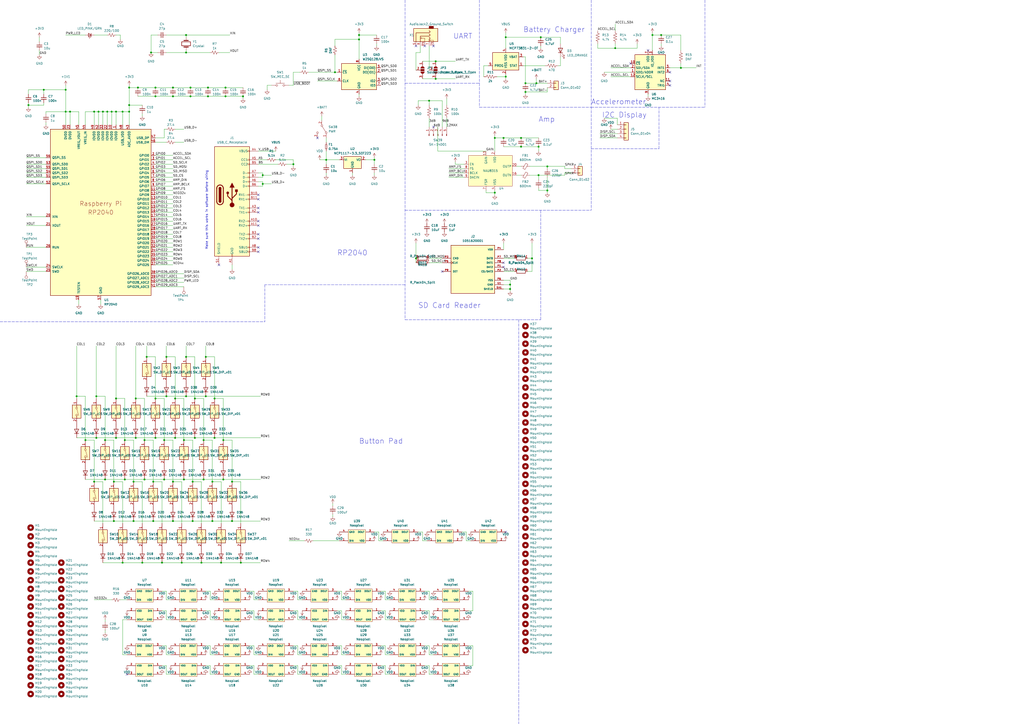
<source format=kicad_sch>
(kicad_sch (version 20211123) (generator eeschema)
  (paper "A2")
  (lib_symbols
    (symbol "1051620001:1051620001" (pin_names (offset 1.016))
      (property "Reference" "J" (at -12.7 13.462 0))
      (property "Value" "1051620001" (at -12.7 -17.78 0))
      (symbol "1051620001_0_0"
        (pin power_in line (at 17.78 -10.16 180) (length 5.08) (name "GND") (number "G1"))
        (pin power_in line (at 17.78 -10.16 180) (length 5.08) hide (name "GND") (number "G2"))
        (pin power_in line (at 17.78 -10.16 180) (length 5.08) hide (name "GND") (number "G3"))
        (pin power_in line (at 17.78 -10.16 180) (length 5.08) hide (name "GND") (number "G4"))
        (pin bidirectional line (at 17.78 0 180) (length 5.08) (name "DAT2") (number "P1"))
        (pin bidirectional line (at 17.78 -2.54 180) (length 5.08) (name "CD/DAT3") (number "P2"))
        (pin bidirectional line (at -17.78 5.08 0) (length 5.08) (name "CMD") (number "P3"))
        (pin power_in line (at 17.78 10.16 180) (length 5.08) (name "VDD") (number "P4"))
        (pin input clock (at -17.78 2.54 0) (length 5.08) (name "CLK") (number "P5"))
        (pin power_in line (at 17.78 -7.62 180) (length 5.08) (name "VSS") (number "P6"))
        (pin bidirectional line (at 17.78 5.08 180) (length 5.08) (name "DAT0") (number "P7"))
        (pin bidirectional line (at 17.78 2.54 180) (length 5.08) (name "DAT1") (number "P8"))
        (pin passive line (at -17.78 -2.54 0) (length 5.08) (name "DET") (number "P9"))
        (pin passive line (at 17.78 -12.7 180) (length 5.08) (name "SHIELD") (number "SH1"))
        (pin passive line (at 17.78 -12.7 180) (length 5.08) hide (name "SHIELD") (number "SH2"))
      )
    )
    (symbol "Battery_Management:MCP73831-2-OT" (pin_names (offset 1.016))
      (property "Reference" "U" (at -7.62 6.35 0))
      (property "Value" "MCP73831-2-OT" (at 1.27 6.35 0))
      (symbol "MCP73831-2-OT_1_1"
        (pin output line (at 10.16 -2.54 180) (length 2.54) (name "STAT") (number "1"))
        (pin power_in line (at 0 -7.62 90) (length 2.54) (name "VSS") (number "2"))
        (pin power_out line (at 10.16 2.54 180) (length 2.54) (name "VBAT") (number "3"))
        (pin power_in line (at 0 7.62 270) (length 2.54) (name "VDD") (number "4"))
        (pin input line (at -10.16 -2.54 0) (length 2.54) (name "PROG") (number "5"))
      )
    )
    (symbol "Connector:AudioJack3_SwitchTR"
      (property "Reference" "J" (at 0 8.89 0))
      (property "Value" "AudioJack3_SwitchTR" (at 0 6.35 0))
      (symbol "AudioJack3_SwitchTR_1_1"
        (pin passive line (at 5.08 0 180) (length 2.54) (name "~") (number "R"))
        (pin passive line (at 5.08 -2.54 180) (length 2.54) (name "~") (number "RN"))
        (pin passive line (at 5.08 2.54 180) (length 2.54) (name "~") (number "S"))
        (pin passive line (at 5.08 -5.08 180) (length 2.54) (name "~") (number "T"))
        (pin passive line (at 5.08 -7.62 180) (length 2.54) (name "~") (number "TN"))
      )
    )
    (symbol "Connector:Conn_01x05_Male" (pin_names (offset 1.016) hide)
      (property "Reference" "J" (at 0 7.62 0))
      (property "Value" "Conn_01x05_Male" (at 0 -7.62 0))
      (symbol "Conn_01x05_Male_1_1"
        (pin passive line (at 5.08 5.08 180) (length 3.81) (name "Pin_1") (number "1"))
        (pin passive line (at 5.08 2.54 180) (length 3.81) (name "Pin_2") (number "2"))
        (pin passive line (at 5.08 0 180) (length 3.81) (name "Pin_3") (number "3"))
        (pin passive line (at 5.08 -2.54 180) (length 3.81) (name "Pin_4") (number "4"))
        (pin passive line (at 5.08 -5.08 180) (length 3.81) (name "Pin_5") (number "5"))
      )
    )
    (symbol "Connector:TestPoint" (pin_numbers hide) (pin_names (offset 0.762) hide)
      (property "Reference" "TP" (at 0 6.858 0))
      (property "Value" "TestPoint" (at 0 5.08 0))
      (symbol "TestPoint_1_1"
        (pin passive line (at 0 0 90) (length 2.54) (name "1") (number "1"))
      )
    )
    (symbol "Connector:USB_C_Receptacle" (pin_names (offset 1.016))
      (property "Reference" "J" (at -10.16 29.21 0))
      (property "Value" "USB_C_Receptacle" (at 10.16 29.21 0))
      (symbol "USB_C_Receptacle_1_1"
        (pin passive line (at 0 -40.64 90) (length 5.08) (name "GND") (number "A1"))
        (pin bidirectional line (at 15.24 -15.24 180) (length 5.08) (name "RX2-") (number "A10"))
        (pin bidirectional line (at 15.24 -17.78 180) (length 5.08) (name "RX2+") (number "A11"))
        (pin passive line (at 0 -40.64 90) (length 5.08) hide (name "GND") (number "A12"))
        (pin bidirectional line (at 15.24 -10.16 180) (length 5.08) (name "TX1+") (number "A2"))
        (pin bidirectional line (at 15.24 -7.62 180) (length 5.08) (name "TX1-") (number "A3"))
        (pin passive line (at 15.24 25.4 180) (length 5.08) (name "VBUS") (number "A4"))
        (pin bidirectional line (at 15.24 20.32 180) (length 5.08) (name "CC1") (number "A5"))
        (pin bidirectional line (at 15.24 7.62 180) (length 5.08) (name "D+") (number "A6"))
        (pin bidirectional line (at 15.24 12.7 180) (length 5.08) (name "D-") (number "A7"))
        (pin bidirectional line (at 15.24 -30.48 180) (length 5.08) (name "SBU1") (number "A8"))
        (pin passive line (at 15.24 25.4 180) (length 5.08) hide (name "VBUS") (number "A9"))
        (pin passive line (at 0 -40.64 90) (length 5.08) hide (name "GND") (number "B1"))
        (pin bidirectional line (at 15.24 0 180) (length 5.08) (name "RX1-") (number "B10"))
        (pin bidirectional line (at 15.24 -2.54 180) (length 5.08) (name "RX1+") (number "B11"))
        (pin passive line (at 0 -40.64 90) (length 5.08) hide (name "GND") (number "B12"))
        (pin bidirectional line (at 15.24 -25.4 180) (length 5.08) (name "TX2+") (number "B2"))
        (pin bidirectional line (at 15.24 -22.86 180) (length 5.08) (name "TX2-") (number "B3"))
        (pin passive line (at 15.24 25.4 180) (length 5.08) hide (name "VBUS") (number "B4"))
        (pin bidirectional line (at 15.24 17.78 180) (length 5.08) (name "CC2") (number "B5"))
        (pin bidirectional line (at 15.24 5.08 180) (length 5.08) (name "D+") (number "B6"))
        (pin bidirectional line (at 15.24 10.16 180) (length 5.08) (name "D-") (number "B7"))
        (pin bidirectional line (at 15.24 -33.02 180) (length 5.08) (name "SBU2") (number "B8"))
        (pin passive line (at 15.24 25.4 180) (length 5.08) hide (name "VBUS") (number "B9"))
        (pin passive line (at -7.62 -40.64 90) (length 5.08) (name "SHIELD") (number "S1"))
      )
    )
    (symbol "Connector_Generic:Conn_01x02" (pin_names (offset 1.016) hide)
      (property "Reference" "J" (at 0 2.54 0))
      (property "Value" "Conn_01x02" (at 0 -5.08 0))
      (symbol "Conn_01x02_1_1"
        (pin passive line (at -5.08 0 0) (length 3.81) (name "Pin_1") (number "1"))
        (pin passive line (at -5.08 -2.54 0) (length 3.81) (name "Pin_2") (number "2"))
      )
    )
    (symbol "Connector_Generic:Conn_01x04" (pin_names (offset 1.016) hide)
      (property "Reference" "J" (at 0 5.08 0))
      (property "Value" "Conn_01x04" (at 0 -7.62 0))
      (symbol "Conn_01x04_1_1"
        (pin passive line (at -5.08 2.54 0) (length 3.81) (name "Pin_1") (number "1"))
        (pin passive line (at -5.08 0 0) (length 3.81) (name "Pin_2") (number "2"))
        (pin passive line (at -5.08 -2.54 0) (length 3.81) (name "Pin_3") (number "3"))
        (pin passive line (at -5.08 -5.08 0) (length 3.81) (name "Pin_4") (number "4"))
      )
    )
    (symbol "Custom:NAU8315"
      (property "Reference" "U" (at 0 0 0))
      (property "Value" "NAU8315" (at 0 0 0))
      (symbol "NAU8315_1_1"
        (pin no_connect line (at 10.16 11.43 270) (length 2.54) hide (name "NC") (number "1"))
        (pin no_connect line (at 10.16 11.43 270) (length 2.54) hide (name "NC") (number "10"))
        (pin input line (at 2.54 11.43 270) (length 2.54) hide (name "VDD") (number "11"))
        (pin input line (at 2.54 -11.43 90) (length 2.54) hide (name "VSS") (number "12"))
        (pin input line (at -2.54 11.43 270) (length 2.54) (name "GAIN") (number "13"))
        (pin input line (at 2.54 11.43 270) (length 2.54) hide (name "VDD") (number "14"))
        (pin no_connect line (at 10.16 11.43 270) (length 2.54) hide (name "NC") (number "15"))
        (pin output line (at 15.24 -2.54 180) (length 2.54) (name "OUTN") (number "16"))
        (pin input line (at 2.54 -11.43 90) (length 2.54) hide (name "VSS") (number "17"))
        (pin input line (at 2.54 -11.43 90) (length 2.54) hide (name "VSS") (number "18"))
        (pin input line (at 2.54 -11.43 90) (length 2.54) hide (name "VSS") (number "19"))
        (pin input line (at 2.54 11.43 270) (length 2.54) (name "VDD") (number "2"))
        (pin output line (at 15.24 2.54 180) (length 2.54) (name "OUTP") (number "20"))
        (pin input line (at 2.54 -11.43 90) (length 2.54) hide (name "VSS") (number "21"))
        (pin input line (at -15.24 3.81 0) (length 2.54) (name "EN") (number "3"))
        (pin input line (at 2.54 -11.43 90) (length 2.54) (name "VSS") (number "4"))
        (pin no_connect line (at 10.16 11.43 270) (length 2.54) hide (name "NC") (number "5"))
        (pin input line (at -15.24 -1.27 0) (length 2.54) (name "BCLK") (number "6"))
        (pin input line (at -2.54 -11.43 90) (length 2.54) (name "FSR") (number "7"))
        (pin input line (at -15.24 1.27 0) (length 2.54) (name "FS") (number "8"))
        (pin input line (at -15.24 -3.81 0) (length 2.54) (name "DACIN") (number "9"))
      )
    )
    (symbol "Custom:Neopixel4492"
      (property "Reference" "U" (at 0 5.08 0))
      (property "Value" "Neopixel4492" (at 0 -5.08 0))
      (symbol "Neopixel4492_0_0"
        (pin input line (at 10.16 2.54 180) (length 5.08) (name "DIN") (number "1"))
        (pin power_in line (at -10.16 2.54 0) (length 5.08) (name "VDD") (number "2"))
        (pin output line (at -10.16 -2.54 0) (length 5.08) (name "DOUT") (number "3"))
        (pin power_in line (at 10.16 -2.54 180) (length 5.08) (name "GND") (number "4"))
      )
    )
    (symbol "Device:C_Small" (pin_numbers hide) (pin_names (offset 0.254) hide)
      (property "Reference" "C" (at 0.254 1.778 0))
      (property "Value" "C_Small" (at 0.254 -2.032 0))
      (symbol "C_Small_1_1"
        (pin passive line (at 0 2.54 270) (length 2.032) (name "~") (number "1"))
        (pin passive line (at 0 -2.54 90) (length 2.032) (name "~") (number "2"))
      )
    )
    (symbol "Device:Crystal" (pin_numbers hide) (pin_names (offset 1.016) hide)
      (property "Reference" "Y" (at 0 3.81 0))
      (property "Value" "Crystal" (at 0 -3.81 0))
      (symbol "Crystal_1_1"
        (pin passive line (at -3.81 0 0) (length 1.27) (name "1") (number "1"))
        (pin passive line (at 3.81 0 180) (length 1.27) (name "2") (number "2"))
      )
    )
    (symbol "Device:FerriteBead_Small" (pin_numbers hide) (pin_names (offset 0))
      (property "Reference" "FB" (at 1.905 1.27 0))
      (property "Value" "FerriteBead_Small" (at 1.905 -1.27 0))
      (symbol "FerriteBead_Small_1_1"
        (pin passive line (at 0 2.54 270) (length 1.27) (name "~") (number "1"))
        (pin passive line (at 0 -2.54 90) (length 1.27) (name "~") (number "2"))
      )
    )
    (symbol "Device:Fuse_Small" (pin_numbers hide) (pin_names (offset 0.254) hide)
      (property "Reference" "F" (at 0 -1.524 0))
      (property "Value" "Fuse_Small" (at 0 1.524 0))
      (symbol "Fuse_Small_1_1"
        (pin passive line (at -2.54 0 0) (length 1.27) (name "~") (number "1"))
        (pin passive line (at 2.54 0 180) (length 1.27) (name "~") (number "2"))
      )
    )
    (symbol "Device:LED" (pin_numbers hide) (pin_names (offset 1.016) hide)
      (property "Reference" "D" (at 0 2.54 0))
      (property "Value" "LED" (at 0 -2.54 0))
      (symbol "LED_1_1"
        (pin passive line (at -3.81 0 0) (length 2.54) (name "K") (number "1"))
        (pin passive line (at 3.81 0 180) (length 2.54) (name "A") (number "2"))
      )
    )
    (symbol "Device:LED_Small" (pin_numbers hide) (pin_names (offset 0.254) hide)
      (property "Reference" "D" (at -1.27 3.175 0))
      (property "Value" "LED_Small" (at -4.445 -2.54 0))
      (symbol "LED_Small_1_1"
        (pin passive line (at -2.54 0 0) (length 1.778) (name "K") (number "1"))
        (pin passive line (at 2.54 0 180) (length 1.778) (name "A") (number "2"))
      )
    )
    (symbol "Device:R_Pack04_Split" (pin_names (offset 0) hide)
      (property "Reference" "RN" (at 2.032 0 90))
      (property "Value" "R_Pack04_Split" (at 0 0 90))
      (symbol "R_Pack04_Split_1_1"
        (pin passive line (at 0 -3.81 90) (length 1.27) (name "R1.1") (number "1"))
        (pin passive line (at 0 3.81 270) (length 1.27) (name "R1.2") (number "8"))
      )
      (symbol "R_Pack04_Split_2_1"
        (pin passive line (at 0 -3.81 90) (length 1.27) (name "R2.1") (number "2"))
        (pin passive line (at 0 3.81 270) (length 1.27) (name "R2.2") (number "7"))
      )
      (symbol "R_Pack04_Split_3_1"
        (pin passive line (at 0 -3.81 90) (length 1.27) (name "R3.1") (number "3"))
        (pin passive line (at 0 3.81 270) (length 1.27) (name "R3.2") (number "6"))
      )
      (symbol "R_Pack04_Split_4_1"
        (pin passive line (at 0 -3.81 90) (length 1.27) (name "R4.1") (number "4"))
        (pin passive line (at 0 3.81 270) (length 1.27) (name "R4.2") (number "5"))
      )
    )
    (symbol "Device:R_Small_US" (pin_numbers hide) (pin_names (offset 0.254) hide)
      (property "Reference" "R" (at 0.762 0.508 0))
      (property "Value" "R_Small_US" (at 0.762 -1.016 0))
      (symbol "R_Small_US_1_1"
        (pin passive line (at 0 2.54 270) (length 1.016) (name "~") (number "1"))
        (pin passive line (at 0 -2.54 90) (length 1.016) (name "~") (number "2"))
      )
    )
    (symbol "Device:R_US" (pin_numbers hide) (pin_names (offset 0))
      (property "Reference" "R" (at 2.54 0 90))
      (property "Value" "R_US" (at -2.54 0 90))
      (symbol "R_US_1_1"
        (pin passive line (at 0 3.81 270) (length 1.27) (name "~") (number "1"))
        (pin passive line (at 0 -3.81 90) (length 1.27) (name "~") (number "2"))
      )
    )
    (symbol "Diode:1N4148" (pin_numbers hide) (pin_names (offset 1.016) hide)
      (property "Reference" "D" (at 0 2.54 0))
      (property "Value" "1N4148" (at 0 -2.54 0))
      (symbol "1N4148_1_1"
        (pin passive line (at -3.81 0 0) (length 2.54) (name "K") (number "1"))
        (pin passive line (at 3.81 0 180) (length 2.54) (name "A") (number "2"))
      )
    )
    (symbol "Jumper:SolderJumper_3_Open" (pin_names (offset 0) hide)
      (property "Reference" "JP" (at -2.54 -2.54 0))
      (property "Value" "SolderJumper_3_Open" (at 0 2.794 0))
      (symbol "SolderJumper_3_Open_1_1"
        (pin passive line (at -5.08 0 0) (length 2.54) (name "A") (number "1"))
        (pin passive line (at 0 -3.81 90) (length 2.54) (name "C") (number "2"))
        (pin passive line (at 5.08 0 180) (length 2.54) (name "B") (number "3"))
      )
    )
    (symbol "MCU_RaspberryPi_and_Boards:RP2040" (pin_names (offset 1.016))
      (property "Reference" "U" (at -29.21 49.53 0))
      (property "Value" "RP2040" (at 24.13 -49.53 0))
      (symbol "RP2040_0_0"
        (text "Raspberry Pi" (at 0 5.08 0) (effects (font (size 2.54 2.54))))
        (text "RP2040" (at 0 0 0) (effects (font (size 2.54 2.54))))
      )
      (symbol "RP2040_1_1"
        (pin power_in line (at 8.89 50.8 270) (length 2.54) (name "IOVDD") (number "1"))
        (pin power_in line (at 6.35 50.8 270) (length 2.54) (name "IOVDD") (number "10"))
        (pin bidirectional line (at 31.75 12.7 180) (length 2.54) (name "GPIO8") (number "11"))
        (pin bidirectional line (at 31.75 10.16 180) (length 2.54) (name "GPIO9") (number "12"))
        (pin bidirectional line (at 31.75 7.62 180) (length 2.54) (name "GPIO10") (number "13"))
        (pin bidirectional line (at 31.75 5.08 180) (length 2.54) (name "GPIO11") (number "14"))
        (pin bidirectional line (at 31.75 2.54 180) (length 2.54) (name "GPIO12") (number "15"))
        (pin bidirectional line (at 31.75 0 180) (length 2.54) (name "GPIO13") (number "16"))
        (pin bidirectional line (at 31.75 -2.54 180) (length 2.54) (name "GPIO14") (number "17"))
        (pin bidirectional line (at 31.75 -5.08 180) (length 2.54) (name "GPIO15") (number "18"))
        (pin passive line (at -12.7 -50.8 90) (length 2.54) (name "TESTEN") (number "19"))
        (pin bidirectional line (at 31.75 33.02 180) (length 2.54) (name "GPIO0") (number "2"))
        (pin input line (at -31.75 -2.54 0) (length 2.54) (name "XIN") (number "20"))
        (pin passive line (at -31.75 -7.62 0) (length 2.54) (name "XOUT") (number "21"))
        (pin power_in line (at 3.81 50.8 270) (length 2.54) (name "IOVDD") (number "22"))
        (pin power_in line (at -17.78 50.8 270) (length 2.54) (name "DVDD") (number "23"))
        (pin output line (at -31.75 -31.75 0) (length 2.54) (name "SWCLK") (number "24"))
        (pin bidirectional line (at -31.75 -34.29 0) (length 2.54) (name "SWD") (number "25"))
        (pin input line (at -31.75 -20.32 0) (length 2.54) (name "RUN") (number "26"))
        (pin bidirectional line (at 31.75 -7.62 180) (length 2.54) (name "GPIO16") (number "27"))
        (pin bidirectional line (at 31.75 -10.16 180) (length 2.54) (name "GPIO17") (number "28"))
        (pin bidirectional line (at 31.75 -12.7 180) (length 2.54) (name "GPIO18") (number "29"))
        (pin bidirectional line (at 31.75 30.48 180) (length 2.54) (name "GPIO1") (number "3"))
        (pin bidirectional line (at 31.75 -15.24 180) (length 2.54) (name "GPIO19") (number "30"))
        (pin bidirectional line (at 31.75 -17.78 180) (length 2.54) (name "GPIO20") (number "31"))
        (pin bidirectional line (at 31.75 -20.32 180) (length 2.54) (name "GPIO21") (number "32"))
        (pin power_in line (at 1.27 50.8 270) (length 2.54) (name "IOVDD") (number "33"))
        (pin bidirectional line (at 31.75 -22.86 180) (length 2.54) (name "GPIO22") (number "34"))
        (pin bidirectional line (at 31.75 -25.4 180) (length 2.54) (name "GPIO23") (number "35"))
        (pin bidirectional line (at 31.75 -27.94 180) (length 2.54) (name "GPIO24") (number "36"))
        (pin bidirectional line (at 31.75 -30.48 180) (length 2.54) (name "GPIO25") (number "37"))
        (pin bidirectional line (at 31.75 -35.56 180) (length 2.54) (name "GPIO26_ADC0") (number "38"))
        (pin bidirectional line (at 31.75 -38.1 180) (length 2.54) (name "GPIO27_ADC1") (number "39"))
        (pin bidirectional line (at 31.75 27.94 180) (length 2.54) (name "GPIO2") (number "4"))
        (pin bidirectional line (at 31.75 -40.64 180) (length 2.54) (name "GPIO28_ADC2") (number "40"))
        (pin bidirectional line (at 31.75 -43.18 180) (length 2.54) (name "GPIO29_ADC3") (number "41"))
        (pin power_in line (at -1.27 50.8 270) (length 2.54) (name "IOVDD") (number "42"))
        (pin power_in line (at 16.51 50.8 270) (length 2.54) (name "ADC_AVDD") (number "43"))
        (pin power_in line (at -8.89 50.8 270) (length 2.54) (name "VREG_IN") (number "44"))
        (pin power_out line (at -12.7 50.8 270) (length 2.54) (name "VREG_VOUT") (number "45"))
        (pin bidirectional line (at 31.75 40.64 180) (length 2.54) (name "USB_DM") (number "46"))
        (pin bidirectional line (at 31.75 43.18 180) (length 2.54) (name "USB_DP") (number "47"))
        (pin power_in line (at 12.7 50.8 270) (length 2.54) (name "USB_VDD") (number "48"))
        (pin power_in line (at -3.81 50.8 270) (length 2.54) (name "IOVDD") (number "49"))
        (pin bidirectional line (at 31.75 25.4 180) (length 2.54) (name "GPIO3") (number "5"))
        (pin power_in line (at -20.32 50.8 270) (length 2.54) (name "DVDD") (number "50"))
        (pin bidirectional line (at -31.75 20.32 0) (length 2.54) (name "QSPI_SD3") (number "51"))
        (pin output line (at -31.75 16.51 0) (length 2.54) (name "QSPI_SCLK") (number "52"))
        (pin bidirectional line (at -31.75 27.94 0) (length 2.54) (name "QSPI_SD0") (number "53"))
        (pin bidirectional line (at -31.75 22.86 0) (length 2.54) (name "QSPI_SD2") (number "54"))
        (pin bidirectional line (at -31.75 25.4 0) (length 2.54) (name "QSPI_SD1") (number "55"))
        (pin bidirectional line (at -31.75 31.75 0) (length 2.54) (name "QSPI_SS") (number "56"))
        (pin power_in line (at 0 -50.8 90) (length 2.54) (name "GND") (number "57"))
        (pin bidirectional line (at 31.75 22.86 180) (length 2.54) (name "GPIO4") (number "6"))
        (pin bidirectional line (at 31.75 20.32 180) (length 2.54) (name "GPIO5") (number "7"))
        (pin bidirectional line (at 31.75 17.78 180) (length 2.54) (name "GPIO6") (number "8"))
        (pin bidirectional line (at 31.75 15.24 180) (length 2.54) (name "GPIO7") (number "9"))
      )
    )
    (symbol "Mechanical:MountingHole" (pin_names (offset 1.016))
      (property "Reference" "H" (at 0 5.08 0))
      (property "Value" "MountingHole" (at 0 3.175 0))
    )
    (symbol "Memory_Flash:W25Q128JVS"
      (property "Reference" "U" (at -8.89 8.89 0))
      (property "Value" "W25Q128JVS" (at 7.62 8.89 0))
      (symbol "W25Q128JVS_1_1"
        (pin input line (at -12.7 2.54 0) (length 2.54) (name "~{CS}") (number "1"))
        (pin bidirectional line (at 12.7 2.54 180) (length 2.54) (name "DO(IO1)") (number "2"))
        (pin bidirectional line (at 12.7 -2.54 180) (length 2.54) (name "IO2") (number "3"))
        (pin power_in line (at 0 -10.16 90) (length 2.54) (name "GND") (number "4"))
        (pin bidirectional line (at 12.7 5.08 180) (length 2.54) (name "DI(IO0)") (number "5"))
        (pin input line (at -12.7 -2.54 0) (length 2.54) (name "CLK") (number "6"))
        (pin bidirectional line (at 12.7 -5.08 180) (length 2.54) (name "IO3") (number "7"))
        (pin power_in line (at 0 10.16 270) (length 2.54) (name "VCC") (number "8"))
      )
    )
    (symbol "Regulator_Linear:NCP1117-3.3_SOT223" (pin_names (offset 0.254))
      (property "Reference" "U" (at -3.81 3.175 0))
      (property "Value" "NCP1117-3.3_SOT223" (at 0 3.175 0))
      (symbol "NCP1117-3.3_SOT223_1_1"
        (pin power_in line (at 0 -7.62 90) (length 2.54) (name "GND") (number "1"))
        (pin power_out line (at 7.62 0 180) (length 2.54) (name "VO") (number "2"))
        (pin power_in line (at -7.62 0 0) (length 2.54) (name "VI") (number "3"))
      )
    )
    (symbol "Sensor_Motion:KX022-1020"
      (property "Reference" "U" (at -5.08 11.43 0))
      (property "Value" "KX022-1020" (at 3.81 11.43 0))
      (symbol "KX022-1020_1_1"
        (pin bidirectional line (at -10.16 0 0) (length 2.54) (name "SDO/ADDR") (number "1"))
        (pin input line (at -10.16 5.08 0) (length 2.54) (name "~{CS}") (number "10"))
        (pin passive line (at 12.7 -5.08 180) (length 2.54) (name "NC") (number "11"))
        (pin input line (at -10.16 -2.54 0) (length 2.54) (name "SCLK/SCL") (number "12"))
        (pin bidirectional line (at -10.16 2.54 0) (length 2.54) (name "SDI/SDA") (number "2"))
        (pin power_in line (at 2.54 12.7 270) (length 2.54) (name "IO_VDD") (number "3"))
        (pin input line (at 12.7 -7.62 180) (length 2.54) (name "TRIG") (number "4"))
        (pin output line (at 12.7 2.54 180) (length 2.54) (name "INT1") (number "5"))
        (pin output line (at 12.7 0 180) (length 2.54) (name "INT2") (number "6"))
        (pin power_in line (at 0 12.7 270) (length 2.54) (name "VDD") (number "7"))
        (pin power_in line (at 0 -12.7 90) (length 2.54) (name "GND") (number "9"))
      )
    )
    (symbol "Switch:SW_DIP_x01" (pin_names (offset 0) hide)
      (property "Reference" "SW" (at 0 3.81 0))
      (property "Value" "SW_DIP_x01" (at 0 -3.81 0))
      (symbol "SW_DIP_x01_1_1"
        (pin passive line (at -7.62 0 0) (length 5.08) (name "~") (number "1"))
        (pin passive line (at 7.62 0 180) (length 5.08) (name "~") (number "2"))
      )
    )
    (symbol "Switch:SW_Push" (pin_numbers hide) (pin_names (offset 1.016) hide)
      (property "Reference" "SW" (at 1.27 2.54 0))
      (property "Value" "SW_Push" (at 0 -1.524 0))
      (symbol "SW_Push_0_1"
        (pin passive line (at -5.08 0 0) (length 2.54) (name "1") (number "1"))
        (pin passive line (at 5.08 0 180) (length 2.54) (name "2") (number "2"))
      )
    )
    (symbol "Switch:SW_SPDT" (pin_names (offset 0) hide)
      (property "Reference" "SW" (at 0 4.318 0))
      (property "Value" "SW_SPDT" (at 0 -5.08 0))
      (symbol "SW_SPDT_1_1"
        (pin passive line (at 5.08 2.54 180) (length 2.54) (name "A") (number "1"))
        (pin passive line (at -5.08 0 0) (length 2.54) (name "B") (number "2"))
        (pin passive line (at 5.08 -2.54 180) (length 2.54) (name "C") (number "3"))
      )
    )
    (symbol "power:+1V1" (power) (pin_names (offset 0))
      (property "Value" "+1V1" (at 0 3.556 0))
      (symbol "+1V1_1_1"
        (pin power_in line (at 0 0 90) (length 0) hide (name "+1V1") (number "1"))
      )
    )
    (symbol "power:+3V3" (power) (pin_names (offset 0))
      (property "Value" "+3V3" (at 0 3.556 0))
      (symbol "+3V3_1_1"
        (pin power_in line (at 0 0 90) (length 0) hide (name "+3V3") (number "1"))
      )
    )
    (symbol "power:+BATT" (power) (pin_names (offset 0))
      (property "Value" "+BATT" (at 0 3.556 0))
      (symbol "+BATT_1_1"
        (pin power_in line (at 0 0 90) (length 0) hide (name "+BATT") (number "1"))
      )
    )
    (symbol "power:GND" (power) (pin_names (offset 0))
      (property "Value" "GND" (at 0 -3.81 0))
      (symbol "GND_1_1"
        (pin power_in line (at 0 0 270) (length 0) hide (name "GND") (number "1"))
      )
    )
    (symbol "power:VBUS" (power) (pin_names (offset 0))
      (property "Value" "VBUS" (at 0 3.81 0))
      (symbol "VBUS_1_1"
        (pin power_in line (at 0 0 90) (length 0) hide (name "VBUS") (number "1"))
      )
    )
    (symbol "power:VDD" (power) (pin_names (offset 0))
      (property "Value" "VDD" (at 0 3.81 0))
      (symbol "VDD_1_1"
        (pin power_in line (at 0 0 90) (length 0) hide (name "VDD") (number "1"))
      )
    )
  )
  (junction (at 311.15 48.26))
  (junction (at 116.84 326.39))
  (junction (at 66.04 279.4))
  (junction (at 287.02 80.01))
  (junction (at 96.52 229.87))
  (junction (at 217.17 92.71))
  (junction (at 134.62 302.26))
  (junction (at 60.96 255.27))
  (junction (at 71.12 326.39))
  (junction (at 208.28 22.86))
  (junction (at 128.27 326.39))
  (junction (at 40.64 64.77))
  (junction (at 74.93 64.77))
  (junction (at 293.37 21.59))
  (junction (at 123.19 302.26))
  (junction (at 95.25 278.13))
  (junction (at 44.45 229.87))
  (junction (at 113.03 231.14))
  (junction (at 295.91 165.1))
  (junction (at 88.9 279.4))
  (junction (at 101.6 231.14))
  (junction (at 292.1 80.01))
  (junction (at 90.17 50.8))
  (junction (at 119.38 207.01))
  (junction (at 38.1 52.07))
  (junction (at 54.61 64.77))
  (junction (at 77.47 302.26))
  (junction (at 152.4 106.68))
  (junction (at 88.9 302.26))
  (junction (at 134.62 279.4))
  (junction (at 129.54 278.13))
  (junction (at 113.03 254))
  (junction (at 308.61 149.86))
  (junction (at 312.42 101.6))
  (junction (at 90.17 231.14))
  (junction (at 49.53 255.27))
  (junction (at 67.31 64.77))
  (junction (at 111.76 279.4))
  (junction (at 57.15 64.77))
  (junction (at 96.52 207.01))
  (junction (at 25.4 52.07))
  (junction (at 295.91 167.64))
  (junction (at 394.97 39.37))
  (junction (at 139.7 326.39))
  (junction (at 59.69 64.77))
  (junction (at 252.73 45.72))
  (junction (at 317.5 110.49))
  (junction (at 140.97 55.88))
  (junction (at 317.5 96.52))
  (junction (at 208.28 20.32))
  (junction (at 118.11 278.13))
  (junction (at 77.47 279.4))
  (junction (at 72.39 255.27))
  (junction (at 90.17 254))
  (junction (at 64.77 64.77))
  (junction (at 120.65 50.8))
  (junction (at 83.82 255.27))
  (junction (at 55.88 254))
  (junction (at 378.46 20.32))
  (junction (at 383.54 20.32))
  (junction (at 67.31 254))
  (junction (at 101.6 254))
  (junction (at 107.95 207.01))
  (junction (at 54.61 279.4))
  (junction (at 82.55 326.39))
  (junction (at 189.23 92.71))
  (junction (at 107.95 229.87))
  (junction (at 194.31 41.91))
  (junction (at 118.11 255.27))
  (junction (at 62.23 64.77))
  (junction (at 304.8 48.26))
  (junction (at 130.81 50.8))
  (junction (at 55.88 229.87))
  (junction (at 100.33 302.26))
  (junction (at 120.65 55.88))
  (junction (at 304.8 53.34))
  (junction (at 60.96 278.13))
  (junction (at 356.87 27.94))
  (junction (at 129.54 255.27))
  (junction (at 130.81 55.88))
  (junction (at 85.09 207.01))
  (junction (at 83.82 278.13))
  (junction (at 124.46 254))
  (junction (at 293.37 44.45))
  (junction (at 107.95 30.48))
  (junction (at 78.74 254))
  (junction (at 119.38 229.87))
  (junction (at 312.42 85.09))
  (junction (at 38.1 64.77))
  (junction (at 123.19 279.4))
  (junction (at 80.01 50.8))
  (junction (at 302.26 85.09))
  (junction (at 106.68 255.27))
  (junction (at 313.69 21.59))
  (junction (at 107.95 20.32))
  (junction (at 241.3 149.86))
  (junction (at 170.18 95.25))
  (junction (at 74.93 50.8))
  (junction (at 93.98 326.39))
  (junction (at 124.46 231.14))
  (junction (at 72.39 278.13))
  (junction (at 110.49 55.88))
  (junction (at 95.25 255.27))
  (junction (at 152.4 101.6))
  (junction (at 111.76 302.26))
  (junction (at 252.73 35.56))
  (junction (at 100.33 50.8))
  (junction (at 100.33 279.4))
  (junction (at 110.49 50.8))
  (junction (at 90.17 55.88))
  (junction (at 248.92 58.42))
  (junction (at 16.51 60.96))
  (junction (at 106.68 278.13))
  (junction (at 302.26 80.01))
  (junction (at 78.74 231.14))
  (junction (at 66.04 302.26))
  (junction (at 71.12 64.77))
  (junction (at 74.93 60.96))
  (junction (at 287.02 111.76))
  (junction (at 100.33 55.88))
  (junction (at 67.31 231.14))
  (junction (at 87.63 30.48))
  (junction (at 105.41 326.39))
  (no_connect (at 149.86 146.05))
  (no_connect (at 149.86 143.51))
  (no_connect (at 149.86 138.43))
  (no_connect (at 251.46 73.66))
  (no_connect (at 375.92 29.21))
  (no_connect (at 292.1 152.4))
  (no_connect (at 292.1 154.94))
  (no_connect (at 293.37 308.61))
  (no_connect (at 388.62 41.91))
  (no_connect (at 246.38 26.67))
  (no_connect (at 73.66 391.16))
  (no_connect (at 388.62 49.53))
  (no_connect (at 149.86 120.65))
  (no_connect (at 149.86 115.57))
  (no_connect (at 149.86 113.03))
  (no_connect (at 149.86 135.89))
  (no_connect (at 149.86 130.81))
  (no_connect (at 149.86 128.27))
  (no_connect (at 149.86 123.19))
  (no_connect (at 256.54 157.48))
  (no_connect (at 127 153.67))
  (no_connect (at 388.62 46.99))
  (no_connect (at 365.76 36.83))
  (no_connect (at 184.15 80.01))
  (no_connect (at 251.46 26.67))
  (no_connect (at 241.3 26.67))
  (polyline (pts (xy 0 186.69) (xy 153.67 186.69)))
  (wire (pts (xy 101.6 207.01) (xy 96.52 207.01)))
  (wire (pts (xy 44.45 200.66) (xy 44.45 229.87)))
  (wire (pts (xy 346.71 25.4) (xy 346.71 27.94)))
  (polyline (pts (xy 300.99 185.42) (xy 300.99 420.37)))
  (wire (pts (xy 185.42 92.71) (xy 189.23 92.71)))
  (wire (pts (xy 44.45 229.87) (xy 44.45 231.14)))
  (wire (pts (xy 54.61 20.32) (xy 62.23 20.32)))
  (wire (pts (xy 71.12 64.77) (xy 74.93 64.77)))
  (wire (pts (xy 189.23 100.33) (xy 189.23 101.6)))
  (wire (pts (xy 124.46 254) (xy 151.13 254)))
  (polyline (pts (xy 408.94 0) (xy 408.94 62.23)))
  (wire (pts (xy 175.26 379.73) (xy 172.72 379.73)))
  (polyline (pts (xy 278.13 48.26) (xy 278.13 62.23)))
  (wire (pts (xy 147.32 379.73) (xy 149.86 379.73)))
  (wire (pts (xy 241.3 30.48) (xy 243.84 30.48)))
  (wire (pts (xy 378.46 20.32) (xy 383.54 20.32)))
  (wire (pts (xy 356.87 13.97) (xy 356.87 17.78)))
  (wire (pts (xy 72.39 278.13) (xy 83.82 278.13)))
  (wire (pts (xy 323.85 38.1) (xy 325.12 38.1)))
  (wire (pts (xy 93.98 342.9) (xy 96.52 342.9)))
  (wire (pts (xy 55.88 254) (xy 67.31 254)))
  (wire (pts (xy 356.87 25.4) (xy 356.87 27.94)))
  (wire (pts (xy 149.86 87.63) (xy 160.02 87.63)))
  (wire (pts (xy 193.04 292.1) (xy 193.04 293.37)))
  (wire (pts (xy 147.32 347.98) (xy 149.86 347.98)))
  (wire (pts (xy 172.72 359.41) (xy 175.26 359.41)))
  (wire (pts (xy 107.95 20.32) (xy 133.35 20.32)))
  (wire (pts (xy 226.06 391.16) (xy 223.52 391.16)))
  (wire (pts (xy 369.57 27.94) (xy 356.87 27.94)))
  (wire (pts (xy 90.17 80.01) (xy 95.25 80.01)))
  (wire (pts (xy 119.38 200.66) (xy 119.38 207.01)))
  (wire (pts (xy 100.33 95.25) (xy 90.17 95.25)))
  (wire (pts (xy 223.52 347.98) (xy 226.06 347.98)))
  (wire (pts (xy 74.93 50.8) (xy 80.01 50.8)))
  (wire (pts (xy 147.32 342.9) (xy 147.32 347.98)))
  (wire (pts (xy 113.03 207.01) (xy 113.03 231.14)))
  (wire (pts (xy 90.17 153.67) (xy 100.33 153.67)))
  (wire (pts (xy 327.66 101.6) (xy 327.66 100.33)))
  (wire (pts (xy 77.47 279.4) (xy 77.47 255.27)))
  (wire (pts (xy 113.03 207.01) (xy 107.95 207.01)))
  (wire (pts (xy 71.12 303.53) (xy 71.12 279.4)))
  (wire (pts (xy 64.77 64.77) (xy 64.77 72.39)))
  (wire (pts (xy 194.31 22.86) (xy 208.28 22.86)))
  (wire (pts (xy 16.51 60.96) (xy 25.4 60.96)))
  (wire (pts (xy 356.87 27.94) (xy 346.71 27.94)))
  (wire (pts (xy 347.98 80.01) (xy 358.14 80.01)))
  (wire (pts (xy 130.81 50.8) (xy 140.97 50.8)))
  (wire (pts (xy 54.61 347.98) (xy 64.77 347.98)))
  (wire (pts (xy 123.19 302.26) (xy 134.62 302.26)))
  (wire (pts (xy 217.17 100.33) (xy 217.17 101.6)))
  (wire (pts (xy 217.17 92.71) (xy 212.09 92.71)))
  (wire (pts (xy 116.84 326.39) (xy 128.27 326.39)))
  (wire (pts (xy 140.97 55.88) (xy 140.97 57.15)))
  (wire (pts (xy 90.17 118.11) (xy 100.33 118.11)))
  (wire (pts (xy 325.12 25.4) (xy 325.12 21.59)))
  (wire (pts (xy 170.18 96.52) (xy 170.18 95.25)))
  (wire (pts (xy 311.15 48.26) (xy 317.5 48.26)))
  (wire (pts (xy 116.84 279.4) (xy 111.76 279.4)))
  (wire (pts (xy 130.81 55.88) (xy 140.97 55.88)))
  (wire (pts (xy 245.11 45.72) (xy 252.73 45.72)))
  (wire (pts (xy 100.33 255.27) (xy 95.25 255.27)))
  (wire (pts (xy 172.72 379.73) (xy 172.72 374.65)))
  (wire (pts (xy 226.06 359.41) (xy 223.52 359.41)))
  (wire (pts (xy 80.01 50.8) (xy 90.17 50.8)))
  (wire (pts (xy 15.24 106.68) (xy 26.67 106.68)))
  (wire (pts (xy 147.32 374.65) (xy 147.32 379.73)))
  (wire (pts (xy 243.84 30.48) (xy 243.84 26.67)))
  (wire (pts (xy 15.24 102.87) (xy 26.67 102.87)))
  (wire (pts (xy 394.97 36.83) (xy 394.97 39.37)))
  (wire (pts (xy 96.52 354.33) (xy 93.98 354.33)))
  (wire (pts (xy 256.54 58.42) (xy 256.54 73.66)))
  (wire (pts (xy 248.92 152.4) (xy 256.54 152.4)))
  (wire (pts (xy 293.37 21.59) (xy 293.37 27.94)))
  (wire (pts (xy 101.6 254) (xy 113.03 254)))
  (wire (pts (xy 354.33 39.37) (xy 365.76 39.37)))
  (wire (pts (xy 358.14 68.58) (xy 350.52 68.58)))
  (wire (pts (xy 304.8 48.26) (xy 311.15 48.26)))
  (polyline (pts (xy 342.9 0) (xy 342.9 121.92)))
  (wire (pts (xy 248.92 391.16) (xy 248.92 386.08)))
  (wire (pts (xy 223.52 391.16) (xy 223.52 386.08)))
  (wire (pts (xy 101.6 82.55) (xy 106.68 82.55)))
  (wire (pts (xy 308.61 140.97) (xy 308.61 149.86)))
  (wire (pts (xy 71.12 359.41) (xy 71.12 379.73)))
  (wire (pts (xy 270.51 313.69) (xy 273.05 313.69)))
  (wire (pts (xy 49.53 72.39) (xy 49.53 64.77)))
  (wire (pts (xy 45.72 64.77) (xy 40.64 64.77)))
  (wire (pts (xy 54.61 64.77) (xy 57.15 64.77)))
  (wire (pts (xy 198.12 379.73) (xy 200.66 379.73)))
  (wire (pts (xy 220.98 374.65) (xy 223.52 374.65)))
  (wire (pts (xy 96.52 374.65) (xy 96.52 379.73)))
  (wire (pts (xy 241.3 140.97) (xy 241.3 149.86)))
  (wire (pts (xy 121.92 386.08) (xy 119.38 386.08)))
  (wire (pts (xy 248.92 354.33) (xy 246.38 354.33)))
  (wire (pts (xy 129.54 255.27) (xy 129.54 231.14)))
  (wire (pts (xy 110.49 55.88) (xy 120.65 55.88)))
  (wire (pts (xy 154.94 49.53) (xy 157.48 49.53)))
  (wire (pts (xy 245.11 313.69) (xy 247.65 313.69)))
  (wire (pts (xy 259.08 68.58) (xy 259.08 73.66)))
  (wire (pts (xy 248.92 342.9) (xy 248.92 347.98)))
  (wire (pts (xy 90.17 82.55) (xy 96.52 82.55)))
  (wire (pts (xy 254 87.63) (xy 254 73.66)))
  (wire (pts (xy 120.65 55.88) (xy 130.81 55.88)))
  (wire (pts (xy 22.86 29.21) (xy 22.86 31.75)))
  (wire (pts (xy 121.92 359.41) (xy 121.92 354.33)))
  (wire (pts (xy 90.17 140.97) (xy 100.33 140.97)))
  (wire (pts (xy 121.92 391.16) (xy 121.92 386.08)))
  (wire (pts (xy 241.3 40.64) (xy 241.3 30.48)))
  (wire (pts (xy 107.95 30.48) (xy 121.92 30.48)))
  (wire (pts (xy 134.62 279.4) (xy 134.62 255.27)))
  (wire (pts (xy 252.73 45.72) (xy 264.16 45.72)))
  (wire (pts (xy 74.93 60.96) (xy 74.93 64.77)))
  (wire (pts (xy 186.69 67.31) (xy 186.69 69.85)))
  (wire (pts (xy 280.67 38.1) (xy 283.21 38.1)))
  (wire (pts (xy 139.7 326.39) (xy 151.13 326.39)))
  (wire (pts (xy 256.54 58.42) (xy 248.92 58.42)))
  (wire (pts (xy 311.15 45.72) (xy 311.15 48.26)))
  (wire (pts (xy 67.31 231.14) (xy 72.39 231.14)))
  (wire (pts (xy 15.24 143.51) (xy 26.67 143.51)))
  (wire (pts (xy 120.65 50.8) (xy 130.81 50.8)))
  (wire (pts (xy 198.12 354.33) (xy 195.58 354.33)))
  (wire (pts (xy 96.52 229.87) (xy 107.95 229.87)))
  (wire (pts (xy 111.76 255.27) (xy 106.68 255.27)))
  (wire (pts (xy 90.17 166.37) (xy 106.68 166.37)))
  (wire (pts (xy 124.46 207.01) (xy 119.38 207.01)))
  (wire (pts (xy 264.16 95.25) (xy 269.24 95.25)))
  (wire (pts (xy 260.35 100.33) (xy 269.24 100.33)))
  (wire (pts (xy 292.1 80.01) (xy 302.26 80.01)))
  (wire (pts (xy 66.04 302.26) (xy 77.47 302.26)))
  (wire (pts (xy 312.42 101.6) (xy 327.66 101.6)))
  (wire (pts (xy 107.95 229.87) (xy 119.38 229.87)))
  (wire (pts (xy 90.17 50.8) (xy 100.33 50.8)))
  (wire (pts (xy 154.94 49.53) (xy 154.94 52.07)))
  (wire (pts (xy 60.96 229.87) (xy 60.96 255.27)))
  (wire (pts (xy 66.04 255.27) (xy 60.96 255.27)))
  (wire (pts (xy 82.55 303.53) (xy 82.55 279.4)))
  (wire (pts (xy 85.09 229.87) (xy 96.52 229.87)))
  (wire (pts (xy 95.25 255.27) (xy 95.25 231.14)))
  (wire (pts (xy 248.92 26.67) (xy 248.92 40.64)))
  (wire (pts (xy 208.28 20.32) (xy 208.28 22.86)))
  (wire (pts (xy 287.02 110.49) (xy 287.02 111.76)))
  (wire (pts (xy 85.09 200.66) (xy 85.09 207.01)))
  (wire (pts (xy 111.76 302.26) (xy 123.19 302.26)))
  (wire (pts (xy 60.96 359.41) (xy 60.96 360.68)))
  (wire (pts (xy 83.82 278.13) (xy 95.25 278.13)))
  (wire (pts (xy 242.57 58.42) (xy 248.92 58.42)))
  (wire (pts (xy 195.58 374.65) (xy 198.12 374.65)))
  (wire (pts (xy 71.12 326.39) (xy 82.55 326.39)))
  (wire (pts (xy 105.41 326.39) (xy 116.84 326.39)))
  (wire (pts (xy 170.18 41.91) (xy 173.99 41.91)))
  (wire (pts (xy 302.26 85.09) (xy 312.42 85.09)))
  (wire (pts (xy 59.69 64.77) (xy 59.69 72.39)))
  (polyline (pts (xy 153.67 165.1) (xy 153.67 186.69)))
  (wire (pts (xy 304.8 53.34) (xy 317.5 53.34)))
  (wire (pts (xy 106.68 255.27) (xy 106.68 231.14)))
  (wire (pts (xy 93.98 303.53) (xy 93.98 279.4)))
  (wire (pts (xy 313.69 27.94) (xy 313.69 26.67)))
  (wire (pts (xy 72.39 231.14) (xy 72.39 255.27)))
  (wire (pts (xy 119.38 229.87) (xy 151.13 229.87)))
  (wire (pts (xy 90.17 161.29) (xy 106.68 161.29)))
  (wire (pts (xy 198.12 342.9) (xy 198.12 347.98)))
  (wire (pts (xy 312.42 101.6) (xy 312.42 104.14)))
  (wire (pts (xy 82.55 66.04) (xy 82.55 67.31)))
  (wire (pts (xy 124.46 207.01) (xy 124.46 231.14)))
  (wire (pts (xy 78.74 254) (xy 90.17 254)))
  (wire (pts (xy 45.72 173.99) (xy 45.72 176.53)))
  (wire (pts (xy 123.19 255.27) (xy 118.11 255.27)))
  (wire (pts (xy 83.82 231.14) (xy 78.74 231.14)))
  (wire (pts (xy 292.1 162.56) (xy 295.91 162.56)))
  (wire (pts (xy 152.4 101.6) (xy 152.4 102.87)))
  (wire (pts (xy 254 87.63) (xy 281.94 87.63)))
  (wire (pts (xy 260.35 102.87) (xy 269.24 102.87)))
  (wire (pts (xy 105.41 279.4) (xy 100.33 279.4)))
  (wire (pts (xy 83.82 255.27) (xy 83.82 231.14)))
  (wire (pts (xy 383.54 25.4) (xy 383.54 26.67)))
  (polyline (pts (xy 342.9 62.23) (xy 408.94 62.23)))
  (wire (pts (xy 127 30.48) (xy 133.35 30.48)))
  (wire (pts (xy 248.92 58.42) (xy 248.92 60.96)))
  (wire (pts (xy 38.1 52.07) (xy 38.1 64.77)))
  (wire (pts (xy 95.25 80.01) (xy 95.25 74.93)))
  (wire (pts (xy 88.9 302.26) (xy 100.33 302.26)))
  (wire (pts (xy 248.92 386.08) (xy 246.38 386.08)))
  (wire (pts (xy 90.17 163.83) (xy 106.68 163.83)))
  (wire (pts (xy 93.98 279.4) (xy 88.9 279.4)))
  (wire (pts (xy 208.28 19.05) (xy 208.28 20.32)))
  (wire (pts (xy 110.49 50.8) (xy 120.65 50.8)))
  (wire (pts (xy 280.67 44.45) (xy 280.67 38.1)))
  (wire (pts (xy 317.5 96.52) (xy 327.66 96.52)))
  (wire (pts (xy 189.23 95.25) (xy 189.23 92.71)))
  (wire (pts (xy 119.38 374.65) (xy 121.92 374.65)))
  (wire (pts (xy 121.92 347.98) (xy 124.46 347.98)))
  (wire (pts (xy 251.46 359.41) (xy 248.92 359.41)))
  (wire (pts (xy 312.42 85.09) (xy 312.42 87.63)))
  (wire (pts (xy 147.32 386.08) (xy 144.78 386.08)))
  (wire (pts (xy 90.17 207.01) (xy 90.17 231.14)))
  (wire (pts (xy 246.38 342.9) (xy 248.92 342.9)))
  (wire (pts (xy 129.54 278.13) (xy 151.13 278.13)))
  (wire (pts (xy 74.93 60.96) (xy 82.55 60.96)))
  (wire (pts (xy 59.69 303.53) (xy 59.69 279.4)))
  (wire (pts (xy 325.12 33.02) (xy 325.12 38.1)))
  (wire (pts (xy 317.5 102.87) (xy 317.5 110.49)))
  (wire (pts (xy 80.01 55.88) (xy 90.17 55.88)))
  (wire (pts (xy 242.57 60.96) (xy 242.57 58.42)))
  (wire (pts (xy 295.91 165.1) (xy 295.91 167.64)))
  (wire (pts (xy 304.8 33.02) (xy 303.53 33.02)))
  (wire (pts (xy 96.52 359.41) (xy 96.52 354.33)))
  (wire (pts (xy 189.23 92.71) (xy 196.85 92.71)))
  (wire (pts (xy 189.23 87.63) (xy 189.23 92.71)))
  (wire (pts (xy 241.3 149.86) (xy 241.3 152.4)))
  (wire (pts (xy 200.66 359.41) (xy 198.12 359.41)))
  (wire (pts (xy 152.4 106.68) (xy 157.48 106.68)))
  (wire (pts (xy 204.47 100.33) (xy 204.47 101.6)))
  (wire (pts (xy 259.08 57.15) (xy 259.08 60.96)))
  (wire (pts (xy 101.6 207.01) (xy 101.6 231.14)))
  (wire (pts (xy 181.61 313.69) (xy 196.85 313.69)))
  (wire (pts (xy 303.53 38.1) (xy 316.23 38.1)))
  (wire (pts (xy 287.02 78.74) (xy 287.02 80.01)))
  (wire (pts (xy 198.12 374.65) (xy 198.12 379.73)))
  (wire (pts (xy 121.92 354.33) (xy 119.38 354.33)))
  (wire (pts (xy 317.5 50.8) (xy 317.5 53.34)))
  (wire (pts (xy 82.55 326.39) (xy 93.98 326.39)))
  (polyline (pts (xy 278.13 62.23) (xy 342.9 62.23)))
  (wire (pts (xy 179.07 41.91) (xy 194.31 41.91)))
  (wire (pts (xy 74.93 50.8) (xy 74.93 60.96)))
  (wire (pts (xy 219.71 308.61) (xy 219.71 313.69)))
  (polyline (pts (xy 234.95 48.26) (xy 278.13 48.26)))
  (wire (pts (xy 193.04 299.72) (xy 193.04 298.45)))
  (wire (pts (xy 251.46 391.16) (xy 248.92 391.16)))
  (wire (pts (xy 67.31 64.77) (xy 67.31 72.39)))
  (wire (pts (xy 99.06 391.16) (xy 96.52 391.16)))
  (wire (pts (xy 307.34 101.6) (xy 312.42 101.6)))
  (wire (pts (xy 74.93 49.53) (xy 74.93 50.8)))
  (wire (pts (xy 16.51 59.69) (xy 16.51 60.96)))
  (wire (pts (xy 90.17 146.05) (xy 100.33 146.05)))
  (wire (pts (xy 198.12 391.16) (xy 198.12 386.08)))
  (wire (pts (xy 106.68 278.13) (xy 118.11 278.13)))
  (wire (pts (xy 55.88 229.87) (xy 55.88 231.14)))
  (wire (pts (xy 87.63 30.48) (xy 91.44 30.48)))
  (wire (pts (xy 245.11 308.61) (xy 245.11 313.69)))
  (wire (pts (xy 15.24 130.81) (xy 26.67 130.81)))
  (wire (pts (xy 90.17 135.89) (xy 100.33 135.89)))
  (wire (pts (xy 96.52 379.73) (xy 99.06 379.73)))
  (wire (pts (xy 26.67 72.39) (xy 26.67 71.12)))
  (wire (pts (xy 223.52 386.08) (xy 220.98 386.08)))
  (wire (pts (xy 149.86 95.25) (xy 161.29 95.25)))
  (wire (pts (xy 248.92 374.65) (xy 248.92 379.73)))
  (wire (pts (xy 62.23 64.77) (xy 62.23 72.39)))
  (wire (pts (xy 308.61 149.86) (xy 308.61 157.48)))
  (wire (pts (xy 394.97 29.21) (xy 394.97 20.32)))
  (wire (pts (xy 252.73 35.56) (xy 264.16 35.56)))
  (wire (pts (xy 99.06 359.41) (xy 96.52 359.41)))
  (wire (pts (xy 172.72 386.08) (xy 172.72 391.16)))
  (wire (pts (xy 93.98 374.65) (xy 96.52 374.65)))
  (wire (pts (xy 295.91 167.64) (xy 295.91 168.91)))
  (wire (pts (xy 96.52 30.48) (xy 107.95 30.48)))
  (wire (pts (xy 198.12 386.08) (xy 195.58 386.08)))
  (wire (pts (xy 40.64 72.39) (xy 40.64 64.77)))
  (wire (pts (xy 281.94 111.76) (xy 287.02 111.76)))
  (wire (pts (xy 354.33 44.45) (xy 365.76 44.45)))
  (wire (pts (xy 149.86 391.16) (xy 147.32 391.16)))
  (wire (pts (xy 223.52 374.65) (xy 223.52 379.73)))
  (wire (pts (xy 195.58 342.9) (xy 198.12 342.9)))
  (wire (pts (xy 90.17 115.57) (xy 100.33 115.57)))
  (wire (pts (xy 242.57 308.61) (xy 245.11 308.61)))
  (wire (pts (xy 292.1 165.1) (xy 295.91 165.1)))
  (wire (pts (xy 95.25 231.14) (xy 90.17 231.14)))
  (wire (pts (xy 223.52 342.9) (xy 223.52 347.98)))
  (wire (pts (xy 347.98 77.47) (xy 358.14 77.47)))
  (wire (pts (xy 327.66 96.52) (xy 327.66 97.79)))
  (wire (pts (xy 147.32 359.41) (xy 147.32 354.33)))
  (wire (pts (xy 106.68 231.14) (xy 101.6 231.14)))
  (wire (pts (xy 170.18 386.08) (xy 172.72 386.08)))
  (wire (pts (xy 54.61 64.77) (xy 54.61 72.39)))
  (wire (pts (xy 78.74 200.66) (xy 78.74 231.14)))
  (wire (pts (xy 375.92 54.61) (xy 375.92 55.88)))
  (wire (pts (xy 144.78 374.65) (xy 147.32 374.65)))
  (wire (pts (xy 327.66 100.33) (xy 331.47 100.33)))
  (wire (pts (xy 139.7 303.53) (xy 139.7 279.4)))
  (wire (pts (xy 100.33 97.79) (xy 90.17 97.79)))
  (wire (pts (xy 152.4 101.6) (xy 157.48 101.6)))
  (wire (pts (xy 123.19 279.4) (xy 123.19 255.27)))
  (wire (pts (xy 40.64 64.77) (xy 38.1 64.77)))
  (wire (pts (xy 38.1 49.53) (xy 38.1 52.07)))
  (wire (pts (xy 25.4 59.69) (xy 25.4 60.96)))
  (wire (pts (xy 223.52 354.33) (xy 220.98 354.33)))
  (wire (pts (xy 217.17 308.61) (xy 219.71 308.61)))
  (wire (pts (xy 350.52 41.91) (xy 365.76 41.91)))
  (wire (pts (xy 149.86 100.33) (xy 152.4 100.33)))
  (wire (pts (xy 60.96 367.03) (xy 60.96 365.76)))
  (wire (pts (xy 189.23 80.01) (xy 189.23 82.55)))
  (wire (pts (xy 90.17 207.01) (xy 85.09 207.01)))
  (wire (pts (xy 307.34 96.52) (xy 317.5 96.52)))
  (wire (pts (xy 54.61 302.26) (xy 66.04 302.26)))
  (wire (pts (xy 90.17 110.49) (xy 100.33 110.49)))
  (wire (pts (xy 129.54 231.14) (xy 124.46 231.14)))
  (wire (pts (xy 55.88 229.87) (xy 60.96 229.87)))
  (wire (pts (xy 100.33 90.17) (xy 90.17 90.17)))
  (wire (pts (xy 217.17 95.25) (xy 217.17 92.71)))
  (wire (pts (xy 74.93 64.77) (xy 74.93 72.39)))
  (wire (pts (xy 271.78 386.08) (xy 274.32 386.08)))
  (wire (pts (xy 184.15 46.99) (xy 195.58 46.99)))
  (wire (pts (xy 152.4 102.87) (xy 149.86 102.87)))
  (wire (pts (xy 49.53 229.87) (xy 49.53 255.27)))
  (wire (pts (xy 90.17 148.59) (xy 100.33 148.59)))
  (wire (pts (xy 15.24 97.79) (xy 26.67 97.79)))
  (wire (pts (xy 170.18 92.71) (xy 170.18 95.25)))
  (wire (pts (xy 218.44 25.4) (xy 218.44 26.67)))
  (wire (pts (xy 306.07 149.86) (xy 308.61 149.86)))
  (wire (pts (xy 287.02 80.01) (xy 292.1 80.01)))
  (wire (pts (xy 248.92 149.86) (xy 256.54 149.86)))
  (wire (pts (xy 111.76 279.4) (xy 111.76 255.27)))
  (wire (pts (xy 147.32 391.16) (xy 147.32 386.08)))
  (wire (pts (xy 312.42 110.49) (xy 317.5 110.49)))
  (wire (pts (xy 172.72 374.65) (xy 170.18 374.65)))
  (wire (pts (xy 69.85 347.98) (xy 73.66 347.98)))
  (wire (pts (xy 304.8 48.26) (xy 304.8 33.02)))
  (wire (pts (xy 16.51 52.07) (xy 16.51 54.61)))
  (wire (pts (xy 223.52 379.73) (xy 226.06 379.73)))
  (wire (pts (xy 26.67 66.04) (xy 26.67 64.77)))
  (wire (pts (xy 100.33 102.87) (xy 90.17 102.87)))
  (wire (pts (xy 152.4 105.41) (xy 152.4 106.68)))
  (wire (pts (xy 274.32 386.08) (xy 274.32 374.65)))
  (wire (pts (xy 90.17 128.27) (xy 100.33 128.27)))
  (wire (pts (xy 281.94 110.49) (xy 281.94 111.76)))
  (wire (pts (xy 90.17 105.41) (xy 100.33 105.41)))
  (wire (pts (xy 87.63 30.48) (xy 87.63 20.32)))
  (wire (pts (xy 38.1 20.32) (xy 49.53 20.32)))
  (wire (pts (xy 245.11 35.56) (xy 252.73 35.56)))
  (wire (pts (xy 118.11 278.13) (xy 129.54 278.13)))
  (wire (pts (xy 107.95 200.66) (xy 107.95 207.01)))
  (wire (pts (xy 274.32 374.65) (xy 271.78 374.65)))
  (wire (pts (xy 194.31 26.67) (xy 194.31 22.86)))
  (wire (pts (xy 313.69 21.59) (xy 325.12 21.59)))
  (wire (pts (xy 57.15 64.77) (xy 59.69 64.77)))
  (wire (pts (xy 369.57 25.4) (xy 369.57 27.94)))
  (wire (pts (xy 88.9 255.27) (xy 83.82 255.27)))
  (wire (pts (xy 128.27 303.53) (xy 128.27 279.4)))
  (wire (pts (xy 170.18 41.91) (xy 170.18 49.53)))
  (wire (pts (xy 100.33 92.71) (xy 90.17 92.71)))
  (wire (pts (xy 73.66 359.41) (xy 71.12 359.41)))
  (wire (pts (xy 293.37 43.18) (xy 293.37 44.45)))
  (wire (pts (xy 59.69 279.4) (xy 54.61 279.4)))
  (wire (pts (xy 15.24 100.33) (xy 26.67 100.33)))
  (wire (pts (xy 287.02 80.01) (xy 287.02 87.63)))
  (wire (pts (xy 317.5 96.52) (xy 317.5 97.79)))
  (wire (pts (xy 90.17 133.35) (xy 100.33 133.35)))
  (wire (pts (xy 200.66 391.16) (xy 198.12 391.16)))
  (wire (pts (xy 312.42 109.22) (xy 312.42 110.49)))
  (wire (pts (xy 260.35 97.79) (xy 269.24 97.79)))
  (wire (pts (xy 306.07 157.48) (xy 308.61 157.48)))
  (wire (pts (xy 248.92 359.41) (xy 248.92 354.33)))
  (wire (pts (xy 394.97 39.37) (xy 403.86 39.37)))
  (wire (pts (xy 26.67 64.77) (xy 38.1 64.77)))
  (wire (pts (xy 96.52 386.08) (xy 93.98 386.08)))
  (wire (pts (xy 116.84 303.53) (xy 116.84 279.4)))
  (wire (pts (xy 54.61 255.27) (xy 49.53 255.27)))
  (wire (pts (xy 327.66 97.79) (xy 331.47 97.79)))
  (wire (pts (xy 149.86 359.41) (xy 147.32 359.41)))
  (wire (pts (xy 172.72 354.33) (xy 172.72 359.41)))
  (wire (pts (xy 44.45 254) (xy 55.88 254)))
  (wire (pts (xy 100.33 279.4) (xy 100.33 255.27)))
  (wire (pts (xy 15.24 95.25) (xy 26.67 95.25)))
  (wire (pts (xy 388.62 39.37) (xy 394.97 39.37)))
  (wire (pts (xy 121.92 342.9) (xy 121.92 347.98)))
  (wire (pts (xy 59.69 326.39) (xy 71.12 326.39)))
  (wire (pts (xy 96.52 347.98) (xy 99.06 347.98)))
  (wire (pts (xy 378.46 20.32) (xy 378.46 29.21)))
  (wire (pts (xy 147.32 354.33) (xy 144.78 354.33)))
  (wire (pts (xy 49.53 64.77) (xy 54.61 64.77)))
  (polyline (pts (xy 234.95 121.92) (xy 342.9 121.92)))
  (wire (pts (xy 172.72 342.9) (xy 170.18 342.9)))
  (polyline (pts (xy 278.13 0) (xy 278.13 48.26)))
  (wire (pts (xy 287.02 111.76) (xy 287.02 113.03)))
  (wire (pts (xy 66.04 279.4) (xy 66.04 255.27)))
  (wire (pts (xy 62.23 64.77) (xy 64.77 64.77)))
  (wire (pts (xy 93.98 326.39) (xy 105.41 326.39)))
  (wire (pts (xy 107.95 20.32) (xy 107.95 21.59)))
  (wire (pts (xy 96.52 391.16) (xy 96.52 386.08)))
  (wire (pts (xy 15.24 125.73) (xy 26.67 125.73)))
  (wire (pts (xy 118.11 231.14) (xy 113.03 231.14)))
  (wire (pts (xy 71.12 64.77) (xy 71.12 72.39)))
  (wire (pts (xy 124.46 391.16) (xy 121.92 391.16)))
  (wire (pts (xy 134.62 302.26) (xy 151.13 302.26)))
  (polyline (pts (xy 234.95 185.42) (xy 313.69 185.42)))
  (wire (pts (xy 152.4 106.68) (xy 152.4 107.95)))
  (wire (pts (xy 44.45 229.87) (xy 49.53 229.87)))
  (wire (pts (xy 139.7 279.4) (xy 134.62 279.4)))
  (wire (pts (xy 96.52 342.9) (xy 96.52 347.98)))
  (wire (pts (xy 118.11 255.27) (xy 118.11 231.14)))
  (wire (pts (xy 299.72 96.52) (xy 302.26 96.52)))
  (wire (pts (xy 194.31 31.75) (xy 194.31 41.91)))
  (wire (pts (xy 172.72 391.16) (xy 175.26 391.16)))
  (wire (pts (xy 82.55 279.4) (xy 77.47 279.4)))
  (wire (pts (xy 90.17 125.73) (xy 100.33 125.73)))
  (wire (pts (xy 274.32 342.9) (xy 274.32 354.33)))
  (wire (pts (xy 170.18 49.53) (xy 167.64 49.53)))
  (wire (pts (xy 292.1 167.64) (xy 295.91 167.64)))
  (wire (pts (xy 113.03 254) (xy 124.46 254)))
  (wire (pts (xy 95.25 278.13) (xy 106.68 278.13)))
  (wire (pts (xy 354.33 74.93) (xy 358.14 74.93)))
  (wire (pts (xy 16.51 60.96) (xy 16.51 62.23)))
  (polyline (pts (xy 313.69 185.42) (xy 313.69 121.92)))
  (wire (pts (xy 248.92 68.58) (xy 248.92 73.66)))
  (wire (pts (xy 100.33 100.33) (xy 90.17 100.33)))
  (wire (pts (xy 208.28 20.32) (xy 218.44 20.32)))
  (wire (pts (xy 101.6 74.93) (xy 106.68 74.93)))
  (wire (pts (xy 15.24 91.44) (xy 26.67 91.44)))
  (wire (pts (xy 45.72 72.39) (xy 45.72 64.77)))
  (wire (pts (xy 383.54 20.32) (xy 394.97 20.32)))
  (wire (pts (xy 119.38 342.9) (xy 121.92 342.9)))
  (wire (pts (xy 128.27 326.39) (xy 139.7 326.39)))
  (wire (pts (xy 288.29 44.45) (xy 293.37 44.45)))
  (wire (pts (xy 87.63 20.32) (xy 91.44 20.32)))
  (wire (pts (xy 292.1 149.86) (xy 298.45 149.86)))
  (wire (pts (xy 295.91 162.56) (xy 295.91 165.1)))
  (wire (pts (xy 194.31 41.91) (xy 195.58 41.91)))
  (wire (pts (xy 152.4 100.33) (xy 152.4 101.6)))
  (wire (pts (xy 77.47 255.27) (xy 72.39 255.27)))
  (wire (pts (xy 96.52 20.32) (xy 107.95 20.32)))
  (wire (pts (xy 90.17 120.65) (xy 100.33 120.65)))
  (wire (pts (xy 60.96 278.13) (xy 72.39 278.13)))
  (wire (pts (xy 299.72 101.6) (xy 302.26 101.6)))
  (wire (pts (xy 293.37 44.45) (xy 293.37 45.72)))
  (wire (pts (xy 208.28 22.86) (xy 208.28 34.29)))
  (wire (pts (xy 64.77 64.77) (xy 67.31 64.77)))
  (wire (pts (xy 248.92 347.98) (xy 251.46 347.98)))
  (wire (pts (xy 293.37 21.59) (xy 313.69 21.59)))
  (wire (pts (xy 67.31 254) (xy 78.74 254)))
  (wire (pts (xy 223.52 359.41) (xy 223.52 354.33)))
  (wire (pts (xy 134.62 153.67) (xy 134.62 156.21)))
  (wire (pts (xy 128.27 279.4) (xy 123.19 279.4)))
  (wire (pts (xy 107.95 29.21) (xy 107.95 30.48)))
  (wire (pts (xy 69.85 20.32) (xy 69.85 22.86)))
  (wire (pts (xy 198.12 347.98) (xy 200.66 347.98)))
  (polyline (pts (xy 382.27 86.36) (xy 382.27 62.23)))
  (wire (pts (xy 100.33 50.8) (xy 110.49 50.8)))
  (wire (pts (xy 100.33 55.88) (xy 110.49 55.88)))
  (wire (pts (xy 59.69 64.77) (xy 62.23 64.77)))
  (wire (pts (xy 149.86 92.71) (xy 154.94 92.71)))
  (wire (pts (xy 58.42 173.99) (xy 58.42 176.53)))
  (wire (pts (xy 55.88 200.66) (xy 55.88 229.87)))
  (wire (pts (xy 175.26 347.98) (xy 172.72 347.98)))
  (wire (pts (xy 71.12 379.73) (xy 73.66 379.73)))
  (wire (pts (xy 198.12 359.41) (xy 198.12 354.33)))
  (wire (pts (xy 67.31 64.77) (xy 71.12 64.77)))
  (wire (pts (xy 121.92 374.65) (xy 121.92 379.73)))
  (wire (pts (xy 317.5 110.49) (xy 317.5 111.76)))
  (wire (pts (xy 15.24 157.48) (xy 26.67 157.48)))
  (wire (pts (xy 246.38 374.65) (xy 248.92 374.65)))
  (polyline (pts (xy 234.95 165.1) (xy 153.67 165.1)))
  (wire (pts (xy 167.64 313.69) (xy 176.53 313.69)))
  (wire (pts (xy 166.37 95.25) (xy 170.18 95.25)))
  (wire (pts (xy 160.02 92.71) (xy 170.18 92.71)))
  (wire (pts (xy 100.33 302.26) (xy 111.76 302.26)))
  (wire (pts (xy 219.71 313.69) (xy 222.25 313.69)))
  (wire (pts (xy 22.86 21.59) (xy 22.86 24.13)))
  (wire (pts (xy 264.16 93.98) (xy 264.16 95.25)))
  (wire (pts (xy 15.24 154.94) (xy 26.67 154.94)))
  (wire (pts (xy 49.53 278.13) (xy 60.96 278.13)))
  (wire (pts (xy 124.46 359.41) (xy 121.92 359.41)))
  (wire (pts (xy 292.1 140.97) (xy 292.1 144.78)))
  (wire (pts (xy 90.17 123.19) (xy 100.33 123.19)))
  (wire (pts (xy 95.25 74.93) (xy 96.52 74.93)))
  (polyline (pts (xy 234.95 0) (xy 234.95 185.42)))
  (wire (pts (xy 358.14 68.58) (xy 358.14 72.39)))
  (wire (pts (xy 302.26 80.01) (xy 312.42 80.01)))
  (wire (pts (xy 96.52 200.66) (xy 96.52 207.01)))
  (wire (pts (xy 274.32 354.33) (xy 271.78 354.33)))
  (wire (pts (xy 304.8 54.61) (xy 304.8 53.34)))
  (wire (pts (xy 67.31 20.32) (xy 69.85 20.32)))
  (wire (pts (xy 90.17 151.13) (xy 100.33 151.13)))
  (wire (pts (xy 71.12 279.4) (xy 66.04 279.4)))
  (wire (pts (xy 90.17 254) (xy 101.6 254)))
  (wire (pts (xy 149.86 107.95) (xy 152.4 107.95)))
  (wire (pts (xy 90.17 130.81) (xy 100.33 130.81)))
  (wire (pts (xy 25.4 52.07) (xy 38.1 52.07)))
  (wire (pts (xy 90.17 113.03) (xy 100.33 113.03)))
  (wire (pts (xy 144.78 342.9) (xy 147.32 342.9)))
  (wire (pts (xy 90.17 107.95) (xy 100.33 107.95)))
  (wire (pts (xy 16.51 52.07) (xy 25.4 52.07)))
  (wire (pts (xy 270.51 308.61) (xy 270.51 313.69)))
  (wire (pts (xy 292.1 157.48) (xy 298.45 157.48)))
  (wire (pts (xy 149.86 105.41) (xy 152.4 105.41)))
  (wire (pts (xy 271.78 342.9) (xy 274.32 342.9)))
  (wire (pts (xy 172.72 347.98) (xy 172.72 342.9)))
  (wire (pts (xy 217.17 91.44) (xy 217.17 92.71)))
  (wire (pts (xy 121.92 379.73) (xy 124.46 379.73)))
  (wire (pts (xy 134.62 255.27) (xy 129.54 255.27)))
  (wire (pts (xy 77.47 302.26) (xy 88.9 302.26)))
  (wire (pts (xy 208.28 55.88) (xy 208.28 54.61)))
  (wire (pts (xy 67.31 200.66) (xy 67.31 231.14)))
  (wire (pts (xy 248.92 379.73) (xy 251.46 379.73)))
  (wire (pts (xy 267.97 308.61) (xy 270.51 308.61)))
  (wire (pts (xy 293.37 19.05) (xy 293.37 21.59)))
  (wire (pts (xy 90.17 55.88) (xy 100.33 55.88)))
  (polyline (pts (xy 342.9 86.36) (xy 382.27 86.36)))
  (wire (pts (xy 90.17 138.43) (xy 100.33 138.43)))
  (wire (pts (xy 57.15 64.77) (xy 57.15 72.39)))
  (wire (pts (xy 378.46 19.05) (xy 378.46 20.32)))
  (wire (pts (xy 170.18 354.33) (xy 172.72 354.33)))
  (wire (pts (xy 54.61 279.4) (xy 54.61 255.27)))
  (wire (pts (xy 220.98 342.9) (xy 223.52 342.9)))
  (wire (pts (xy 105.41 303.53) (xy 105.41 279.4)))
  (wire (pts (xy 38.1 64.77) (xy 38.1 72.39)))
  (wire (pts (xy 25.4 52.07) (xy 25.4 54.61)))
  (wire (pts (xy 292.1 85.09) (xy 302.26 85.09)))
  (wire (pts (xy 90.17 143.51) (xy 100.33 143.51)))
  (wire (pts (xy 88.9 279.4) (xy 88.9 255.27)))
  (wire (pts (xy 90.17 158.75) (xy 106.68 158.75)))
  (text "Amp" (at 312.42 71.12 0) (effects (font (size 3 3)) (justify left bottom)))
  (text "RP2040" (at 195.58 148.59 0) (effects (font (size 3 3)) (justify left bottom)))
  (text "Button Pad" (at 208.28 257.81 0) (effects (font (size 3 3)) (justify left bottom)))
  (text "UART" (at 262.89 22.86 0) (effects (font (size 3 3)) (justify left bottom)))
  (text "Accelerometer" (at 342.9 60.96 0) (effects (font (size 3 3)) (justify left bottom)))
  (text "Battery Charger" (at 303.53 19.05 0) (effects (font (size 3 3)) (justify left bottom)))
  (text "I2C Display" (at 349.25 68.58 0) (effects (font (size 3 3)) (justify left bottom)))
  (text "SD Card Reader" (at 242.57 179.07 0) (effects (font (size 3 3)) (justify left bottom)))
  (text "Make sure this works in software before wiring" (at 120.65 144.78 90) (effects (font (size 1.27 1.27)) (justify left bottom)))
  (label "SD_MISO" (at 100.33 100.33 0))
  (label "GPIO18" (at 90.17 135.89 0))
  (label "COL4" (at 100.33 123.19 0))
  (label "UART_TX" (at 264.16 35.56 0))
  (label "ROW2" (at 100.33 143.51 0))
  (label "ROW0" (at 151.13 229.87 0))
  (label "COL4" (at 78.74 200.66 0))
  (label "COL1" (at 100.33 115.57 0))
  (label "12MAX" (at 259.08 73.66 0))
  (label "QSPI_SD0" (at 15.24 95.25 0))
  (label "ROW0" (at 100.33 151.13 0))
  (label "UART_RX" (at 264.16 45.72 0))
  (label "USB_D-" (at 106.68 82.55 0))
  (label "ROW4" (at 151.13 326.39 0))
  (label "GPIO28_ADC2" (at 90.17 163.83 0))
  (label "GPIO20" (at 90.17 140.97 0))
  (label "QSPI_SD0" (at 220.98 39.37 0))
  (label "SD_MOSI" (at 100.33 97.79 0))
  (label "NEO4x" (at 100.33 153.67 0))
  (label "DISP_SDA" (at 106.68 158.75 0))
  (label "9dB" (at 256.54 71.12 0))
  (label "COL7" (at 107.95 200.66 0))
  (label "GPIO23" (at 90.17 148.59 0))
  (label "DISP_SCL" (at 106.68 161.29 0))
  (label "COL7" (at 100.33 135.89 0))
  (label "AMP_FS" (at 260.35 97.79 0))
  (label "QSPI_SCLK" (at 15.24 106.68 0))
  (label "SD_MISO" (at 292.1 149.86 0))
  (label "ROW1" (at 100.33 140.97 0))
  (label "GPIO5" (at 90.17 102.87 0))
  (label "SD_SCLK" (at 100.33 95.25 0))
  (label "GPIO25" (at 90.17 153.67 0))
  (label "QSPI_SS" (at 15.24 91.44 0))
  (label "QSPI_SD2" (at 15.24 100.33 0))
  (label "6dB" (at 251.46 73.66 0))
  (label "AMP_DIN" (at 100.33 105.41 0))
  (label "NEO4x" (at 167.64 313.69 0))
  (label "XOUT" (at 133.35 30.48 0))
  (label "AMP_FS" (at 100.33 110.49 0))
  (label "BAT+" (at 312.42 48.26 0))
  (label "ROW4" (at 100.33 148.59 0))
  (label "INT" (at 403.86 39.37 0))
  (label "GPIO13" (at 90.17 123.19 0))
  (label "ACCEL_SDA" (at 354.33 39.37 0))
  (label "GPIO14" (at 90.17 125.73 0))
  (label "SD_MOSI" (at 250.19 149.86 0))
  (label "ACCEL_SDA" (at 356.87 13.97 0))
  (label "COL3" (at 100.33 120.65 0))
  (label "V_USB" (at 149.86 87.63 0))
  (label "NEO32x" (at 54.61 347.98 0))
  (label "GPIO1" (at 90.17 92.71 0))
  (label "GPIO24" (at 90.17 151.13 0))
  (label "GPIO27_ADC1" (at 90.17 161.29 0))
  (label "AMP_DIN" (at 260.35 102.87 0))
  (label "GND" (at 295.91 162.56 0))
  (label "ROW1" (at 151.13 254 0))
  (label "SWD" (at 15.24 157.48 0))
  (label "QSPI_SD3" (at 15.24 102.87 0))
  (label "GPIO22" (at 90.17 146.05 0))
  (label "3dB" (at 248.92 71.12 0))
  (label "COL2" (at 100.33 118.11 0))
  (label "COL6" (at 96.52 200.66 0))
  (label "GPIO6" (at 90.17 105.41 0))
  (label "B5" (at 149.86 95.25 0))
  (label "ROW3" (at 100.33 146.05 0))
  (label "ACCEL_SCL" (at 100.33 92.71 0))
  (label "SPKR+" (at 327.66 96.52 0))
  (label "ROW3" (at 151.13 302.26 0))
  (label "SD_SCLK" (at 250.19 152.4 0))
  (label "QSPI_SCLK" (at 184.15 46.99 0))
  (label "GPIO11" (at 90.17 118.11 0))
  (label "GPIO9" (at 90.17 113.03 0))
  (label "COL5" (at 85.09 200.66 0))
  (label "ACCEL_SDA" (at 100.33 90.17 0))
  (label "ACCEL_SCL" (at 354.33 44.45 0))
  (label "GPIO21" (at 90.17 143.51 0))
  (label "~{USB_BOOT}" (at 170.18 49.53 0))
  (label "USB_D+" (at 106.68 74.93 0))
  (label "A5" (at 149.86 92.71 0))
  (label "UART_RX" (at 100.33 133.35 0))
  (label "USB_D+" (at 157.48 106.68 0))
  (label "QSPI_SD1" (at 220.98 41.91 0))
  (label "RUN" (at 15.24 143.51 0))
  (label "ROW2" (at 151.13 278.13 0))
  (label "GPIO3" (at 90.17 97.79 0))
  (label "QSPI_SD3" (at 220.98 49.53 0))
  (label "GAIN" (at 281.94 87.63 0))
  (label "UART_TX" (at 100.33 130.81 0))
  (label "COL1" (at 44.45 200.66 0))
  (label "GPIO12" (at 90.17 120.65 0))
  (label "AMP_BCLK" (at 260.35 100.33 0))
  (label "USB_D-" (at 157.48 101.6 0))
  (label "QSPI_SD1" (at 15.24 97.79 0))
  (label "DISP_SDA" (at 347.98 80.01 0))
  (label "PWR_LED" (at 106.68 163.83 0))
  (label "GPIO8" (at 90.17 110.49 0))
  (label "PWR_LED" (at 38.1 20.32 0))
  (label "COL5" (at 100.33 125.73 0))
  (label "COL3" (at 67.31 200.66 0))
  (label "GPIO17" (at 90.17 133.35 0))
  (label "NEO32x" (at 100.33 113.03 0))
  (label "XOUT" (at 15.24 130.81 0))
  (label "BAT-" (at 312.42 53.34 0))
  (label "COL8" (at 100.33 138.43 0))
  (label "AMP_BCLK" (at 100.33 107.95 0))
  (label "GPIO10" (at 90.17 115.57 0))
  (label "COL2" (at 55.88 200.66 0))
  (label "GPIO7" (at 90.17 107.95 0))
  (label "GPIO16" (at 90.17 130.81 0))
  (label "ACCEL_SCL" (at 346.71 17.78 0))
  (label "COL6" (at 100.33 128.27 0))
  (label "GPIO29_ADC3" (at 90.17 166.37 0))
  (label "GPIO2" (at 90.17 95.25 0))
  (label "SD_CS" (at 292.1 157.48 0))
  (label "SPKR-" (at 327.66 101.6 0))
  (label "GPIO4" (at 90.17 100.33 0))
  (label "GPIO15" (at 90.17 128.27 0))
  (label "GND" (at 22.86 31.75 0))
  (label "QSPI_SS" (at 184.15 41.91 0))
  (label "GPIO19" (at 90.17 138.43 0))
  (label "XIN" (at 133.35 20.32 0))
  (label "GPIO0" (at 90.17 90.17 0))
  (label "QSPI_SD2" (at 220.98 46.99 0))
  (label "XIN" (at 15.24 125.73 0))
  (label "DISP_SCL" (at 347.98 77.47 0))
  (label "SD_CS" (at 100.33 102.87 0))
  (label "COL8" (at 119.38 200.66 0))
  (label "GPIO26_ADC0" (at 90.17 158.75 0))
  (label "SWCLK" (at 15.24 154.94 0))
  (symbol (lib_id "power:VDD") (at 200.66 354.33 180) (unit 1)
    (property "Reference" "#PWR077" (effects hide))
    (property "Value" "VDD" (at 200.66 358.14 0))
  )
  (symbol (lib_id "Switch:SW_DIP_x01") (at 49.53 262.89 270) (unit 1)
    (property "Reference" "SW7" (at 53.34 261.6199 90) (effects (justify left)))
    (property "Value" "SW_DIP_x01" (at 53.34 264.1599 90) (effects (justify left)))
    (property "Footprint" "CustomLibrary:Silicone Button Ring_L" (effects hide))
  )
  (symbol (lib_id "Device:C_Small") (at 313.69 24.13 0) (unit 1)
    (property "Reference" "C25" (at 316.23 22.8662 0) (effects (justify left)))
    (property "Value" "4.7uF" (at 316.23 25.4062 0) (effects (justify left)))
    (property "Footprint" "Capacitor_SMD:C_0603_1608Metric" (effects hide))
  )
  (symbol (lib_id "power:GND") (at 350.52 41.91 0) (unit 1)
    (property "Reference" "#PWR023" (effects hide))
    (property "Value" "GND" (at 350.52 46.99 0))
  )
  (symbol (lib_id "power:VDD") (at 119.38 379.73 0) (unit 1)
    (property "Reference" "#PWR047" (effects hide))
    (property "Value" "VDD" (at 119.38 375.92 0))
  )
  (symbol (lib_id "power:GND") (at 82.55 67.31 0) (unit 1)
    (property "Reference" "#PWR0104" (effects hide))
    (property "Value" "GND" (at 82.55 72.39 0))
  )
  (symbol (lib_id "power:+3V3") (at 217.17 91.44 0) (unit 1)
    (property "Reference" "#PWR0113" (effects hide))
    (property "Value" "+3V3" (at 217.17 86.36 0))
  )
  (symbol (lib_id "power:GND") (at 200.66 374.65 0) (unit 1)
    (property "Reference" "#PWR078" (effects hide))
    (property "Value" "GND" (at 200.66 378.46 0))
  )
  (symbol (lib_id "Diode:1N4148") (at 88.9 298.45 90) (unit 1)
    (property "Reference" "D20" (at 91.44 297.1799 90) (effects (justify right)))
    (property "Value" "1N4148" (at 91.44 299.7199 90) (effects (justify right)))
    (property "Footprint" "Diode_SMD:D_0402_1005Metric" (effects hide))
    (property "Datasheet" "https://assets.nexperia.com/documents/data-sheet/1N4148_1N4448.pdf" (effects hide))
  )
  (symbol (lib_id "Device:C_Small") (at 25.4 57.15 0) (unit 1)
    (property "Reference" "C7" (at 27.94 55.8862 0) (effects (justify left)))
    (property "Value" "100n" (at 27.94 58.4262 0) (effects (justify left)))
    (property "Footprint" "Capacitor_SMD:C_0402_1005Metric" (effects hide))
  )
  (symbol (lib_id "power:GND") (at 247.65 134.62 0) (unit 1)
    (property "Reference" "#PWR08" (effects hide))
    (property "Value" "GND" (at 247.65 139.7 0))
  )
  (symbol (lib_id "Mechanical:MountingHole") (at 304.8 290.83 0) (unit 1)
    (property "Reference" "H57" (at 307.34 289.5599 0) (effects (justify left)))
    (property "Value" "MountingHole" (at 307.34 292.0999 0) (effects (justify left)))
    (property "Footprint" "MountingHole:MountingHole_2.2mm_M2" (effects hide))
  )
  (symbol (lib_id "Mechanical:MountingHole") (at 304.8 331.47 0) (unit 1)
    (property "Reference" "H65" (at 307.34 330.1999 0) (effects (justify left)))
    (property "Value" "MountingHole" (at 307.34 332.7399 0) (effects (justify left)))
    (property "Footprint" "MountingHole:MountingHole_2.2mm_M2" (effects hide))
  )
  (symbol (lib_id "power:GND") (at 208.28 55.88 0) (unit 1)
    (property "Reference" "#PWR0119" (effects hide))
    (property "Value" "GND" (at 208.28 59.69 0))
  )
  (symbol (lib_id "Mechanical:MountingHole") (at 304.8 351.79 0) (unit 1)
    (property "Reference" "H69" (at 307.34 350.5199 0) (effects (justify left)))
    (property "Value" "MountingHole" (at 307.34 353.0599 0) (effects (justify left)))
    (property "Footprint" "MountingHole:MountingHole_2.2mm_M2" (effects hide))
  )
  (symbol (lib_id "Mechanical:MountingHole") (at 304.8 316.23 0) (unit 1)
    (property "Reference" "H62" (at 307.34 314.9599 0) (effects (justify left)))
    (property "Value" "MountingHole" (at 307.34 317.4999 0) (effects (justify left)))
    (property "Footprint" "MountingHole:MountingHole_2.2mm_M2" (effects hide))
  )
  (symbol (lib_id "Device:C_Small") (at 110.49 53.34 0) (unit 1)
    (property "Reference" "C13" (at 113.03 52.0762 0) (effects (justify left)))
    (property "Value" "100n" (at 113.03 54.6162 0) (effects (justify left)))
    (property "Footprint" "Capacitor_SMD:C_0402_1005Metric" (effects hide))
  )
  (symbol (lib_id "Diode:1N4148") (at 139.7 322.58 90) (unit 1)
    (property "Reference" "D37" (at 142.24 321.3099 90) (effects (justify right)))
    (property "Value" "1N4148" (at 142.24 323.8499 90) (effects (justify right)))
    (property "Footprint" "Diode_SMD:D_0402_1005Metric" (effects hide))
    (property "Datasheet" "https://assets.nexperia.com/documents/data-sheet/1N4148_1N4448.pdf" (effects hide))
  )
  (symbol (lib_id "Mechanical:MountingHole") (at 304.8 209.55 0) (unit 1)
    (property "Reference" "H41" (at 307.34 208.2799 0) (effects (justify left)))
    (property "Value" "MountingHole" (at 307.34 210.8199 0) (effects (justify left)))
    (property "Footprint" "MountingHole:MountingHole_2.2mm_M2" (effects hide))
  )
  (symbol (lib_id "Custom:Neopixel4492") (at 210.82 377.19 180) (unit 1)
    (property "Reference" "U29" (at 210.82 368.3 0))
    (property "Value" "Neopixel" (at 210.82 370.84 0))
    (property "Footprint" "CustomLibrary:NeoPixel_3535" (effects hide))
  )
  (symbol (lib_id "Switch:SW_DIP_x01") (at 60.96 262.89 270) (unit 1)
    (property "Reference" "SW11" (at 64.77 261.6199 90) (effects (justify left)))
    (property "Value" "SW_DIP_x01" (at 64.77 264.1599 90) (effects (justify left)))
    (property "Footprint" "CustomLibrary:Silicone Button Ring_L" (effects hide))
  )
  (symbol (lib_id "power:GND") (at 204.47 101.6 0) (unit 1)
    (property "Reference" "#PWR0114" (effects hide))
    (property "Value" "GND" (at 204.47 106.68 0))
  )
  (symbol (lib_id "Mechanical:MountingHole") (at 304.8 311.15 0) (unit 1)
    (property "Reference" "H61" (at 307.34 309.8799 0) (effects (justify left)))
    (property "Value" "MountingHole" (at 307.34 312.4199 0) (effects (justify left)))
    (property "Footprint" "MountingHole:MountingHole_2.2mm_M2" (effects hide))
  )
  (symbol (lib_id "Switch:SW_DIP_x01") (at 105.41 311.15 270) (unit 1)
    (property "Reference" "SW26" (at 109.22 309.8799 90) (effects (justify left)))
    (property "Value" "SW_DIP_x01" (at 109.22 312.4199 90) (effects (justify left)))
    (property "Footprint" "CustomLibrary:Silicone Button Ring_L" (effects hide))
  )
  (symbol (lib_id "power:GND") (at 312.42 87.63 0) (unit 1)
    (property "Reference" "#PWR020" (effects hide))
    (property "Value" "GND" (at 312.42 92.71 0))
  )
  (symbol (lib_id "Switch:SW_DIP_x01") (at 123.19 287.02 270) (unit 1)
    (property "Reference" "SW32" (at 127 285.7499 90) (effects (justify left)))
    (property "Value" "SW_DIP_x01" (at 127 288.2899 90) (effects (justify left)))
    (property "Footprint" "CustomLibrary:Silicone Button Ring_L" (effects hide))
  )
  (symbol (lib_id "power:VDD") (at 220.98 347.98 0) (unit 1)
    (property "Reference" "#PWR080" (effects hide))
    (property "Value" "VDD" (at 220.98 344.17 0))
  )
  (symbol (lib_id "Mechanical:MountingHole") (at 17.78 392.43 0) (unit 1)
    (property "Reference" "H18" (at 20.32 391.1599 0) (effects (justify left)))
    (property "Value" "MountingHole" (at 20.32 393.6999 0) (effects (justify left)))
    (property "Footprint" "MountingHole:MountingHole_3.2mm_M3" (effects hide))
  )
  (symbol (lib_id "Custom:NAU8315") (at 284.48 99.06 0) (unit 1)
    (property "Reference" "U4" (at 290.83 109.22 0))
    (property "Value" "NAU8315" (at 284.48 99.06 0))
    (property "Footprint" "Package_DFN_QFN:QFN-20-1EP_4x4mm_P0.5mm_EP2.5x2.5mm_ThermalVias" (effects hide))
  )
  (symbol (lib_id "Device:C_Small") (at 120.65 53.34 0) (unit 1)
    (property "Reference" "C14" (at 123.19 52.0762 0) (effects (justify left)))
    (property "Value" "100n" (at 123.19 54.6162 0) (effects (justify left)))
    (property "Footprint" "Capacitor_SMD:C_0402_1005Metric" (effects hide))
  )
  (symbol (lib_id "power:+3V3") (at 264.16 93.98 0) (unit 1)
    (property "Reference" "#PWR06" (effects hide))
    (property "Value" "+3V3" (at 264.16 90.17 0))
  )
  (symbol (lib_id "Mechanical:MountingHole") (at 17.78 377.19 0) (unit 1)
    (property "Reference" "H15" (at 20.32 375.9199 0) (effects (justify left)))
    (property "Value" "MountingHole" (at 20.32 378.4599 0) (effects (justify left)))
    (property "Footprint" "MountingHole:MountingHole_3.2mm_M3" (effects hide))
  )
  (symbol (lib_id "Mechanical:MountingHole") (at 304.8 204.47 0) (unit 1)
    (property "Reference" "H40" (at 307.34 203.1999 0) (effects (justify left)))
    (property "Value" "MountingHole" (at 307.34 205.7399 0) (effects (justify left)))
    (property "Footprint" "MountingHole:MountingHole_2.2mm_M2" (effects hide))
  )
  (symbol (lib_id "Mechanical:MountingHole") (at 17.78 382.27 0) (unit 1)
    (property "Reference" "H16" (at 20.32 380.9999 0) (effects (justify left)))
    (property "Value" "MountingHole" (at 20.32 383.5399 0) (effects (justify left)))
    (property "Footprint" "MountingHole:MountingHole_3.2mm_M3" (effects hide))
  )
  (symbol (lib_id "Switch:SW_DIP_x01") (at 66.04 287.02 270) (unit 1)
    (property "Reference" "SW12" (at 69.85 285.7499 90) (effects (justify left)))
    (property "Value" "SW_DIP_x01" (at 69.85 288.2899 90) (effects (justify left)))
    (property "Footprint" "CustomLibrary:Silicone Button Ring_L" (effects hide))
  )
  (symbol (lib_id "Custom:Neopixel4492") (at 257.81 311.15 180) (unit 1)
    (property "Reference" "U41" (at 257.81 302.26 0))
    (property "Value" "Neopixel" (at 257.81 304.8 0))
    (property "Footprint" "CustomLibrary:NeoPixel_3535" (effects hide))
  )
  (symbol (lib_id "Switch:SW_DIP_x01") (at 72.39 262.89 270) (unit 1)
    (property "Reference" "SW15" (at 76.2 261.6199 90) (effects (justify left)))
    (property "Value" "SW_DIP_x01" (at 76.2 264.1599 90) (effects (justify left)))
    (property "Footprint" "CustomLibrary:Silicone Button Ring_L" (effects hide))
  )
  (symbol (lib_id "Switch:SW_DIP_x01") (at 119.38 214.63 270) (unit 1)
    (property "Reference" "SW5" (at 123.19 213.3599 90) (effects (justify left)))
    (property "Value" "SW_DIP_x01" (at 123.19 215.8999 90) (effects (justify left)))
    (property "Footprint" "CustomLibrary:Silicone Button Ring_L" (effects hide))
  )
  (symbol (lib_id "Switch:SW_DIP_x01") (at 128.27 311.15 270) (unit 1)
    (property "Reference" "SW34" (at 132.08 309.8799 90) (effects (justify left)))
    (property "Value" "SW_DIP_x01" (at 132.08 312.4199 90) (effects (justify left)))
    (property "Footprint" "CustomLibrary:Silicone Button Ring_L" (effects hide))
  )
  (symbol (lib_id "MCU_RaspberryPi_and_Boards:RP2040") (at 58.42 123.19 0) (unit 1)
    (property "Reference" "U1" (at 60.4394 173.99 0) (effects (justify left)))
    (property "Value" "RP2040" (at 60.4394 176.53 0) (effects (justify left)))
    (property "Footprint" "RPi_Pico:RP2040-QFN-56" (effects hide))
  )
  (symbol (lib_id "power:GND") (at 144.78 391.16 180) (unit 1)
    (property "Reference" "#PWR058" (effects hide))
    (property "Value" "GND" (at 144.78 387.35 0))
  )
  (symbol (lib_id "power:GND") (at 124.46 374.65 0) (unit 1)
    (property "Reference" "#PWR051" (effects hide))
    (property "Value" "GND" (at 124.46 378.46 0))
  )
  (symbol (lib_id "Mechanical:MountingHole") (at 17.78 346.71 0) (unit 1)
    (property "Reference" "H9" (at 20.32 345.4399 0) (effects (justify left)))
    (property "Value" "MountingHole" (at 20.32 347.9799 0) (effects (justify left)))
    (property "Footprint" "MountingHole:MountingHole_3.2mm_M3" (effects hide))
  )
  (symbol (lib_id "power:VDD") (at 93.98 347.98 0) (unit 1)
    (property "Reference" "#PWR035" (effects hide))
    (property "Value" "VDD" (at 93.98 344.17 0))
  )
  (symbol (lib_id "Custom:Neopixel4492") (at 236.22 388.62 0) (unit 1)
    (property "Reference" "U34" (at 236.22 397.51 0))
    (property "Value" "Neopixel" (at 236.22 394.97 0))
    (property "Footprint" "CustomLibrary:NeoPixel_3535" (effects hide))
  )
  (symbol (lib_id "Connector:Conn_01x05_Male") (at 254 78.74 90) (unit 1)
    (property "Reference" "SW39" (at 254 81.28 90))
    (property "Value" "SK-14D01" (at 254 83.82 90))
    (property "Footprint" "CustomLibrary:SK-14D01 SP4T Switch" (effects hide))
  )
  (symbol (lib_id "Mechanical:MountingHole") (at 17.78 372.11 0) (unit 1)
    (property "Reference" "H14" (at 20.32 370.8399 0) (effects (justify left)))
    (property "Value" "MountingHole" (at 20.32 373.3799 0) (effects (justify left)))
    (property "Footprint" "MountingHole:MountingHole_3.2mm_M3" (effects hide))
  )
  (symbol (lib_id "Switch:SW_SPDT") (at 186.69 74.93 270) (unit 1)
    (property "Reference" "SW38" (at 190.5 73.6599 90) (effects (justify left)))
    (property "Value" "PWR" (at 190.5 76.1999 90) (effects (justify left)))
    (property "Footprint" "CustomLibrary:EG1206A" (effects hide))
  )
  (symbol (lib_id "power:VDD") (at 220.98 379.73 0) (unit 1)
    (property "Reference" "#PWR082" (effects hide))
    (property "Value" "VDD" (at 220.98 375.92 0))
  )
  (symbol (lib_id "Mechanical:MountingHole") (at 35.56 372.11 0) (unit 1)
    (property "Reference" "H30" (at 38.1 370.8399 0) (effects (justify left)))
    (property "Value" "MountingHole" (at 38.1 373.3799 0) (effects (justify left)))
    (property "Footprint" "MountingHole:MountingHole_3.2mm_M3" (effects hide))
  )
  (symbol (lib_id "power:+3V3") (at 208.28 19.05 0) (unit 1)
    (property "Reference" "#PWR0121" (effects hide))
    (property "Value" "+3V3" (at 208.28 13.97 0))
  )
  (symbol (lib_id "Switch:SW_DIP_x01") (at 96.52 214.63 270) (unit 1)
    (property "Reference" "SW3" (at 100.33 213.3599 90) (effects (justify left)))
    (property "Value" "SW_DIP_x01" (at 100.33 215.8999 90) (effects (justify left)))
    (property "Footprint" "CustomLibrary:Silicone Button Ring_L" (effects hide))
  )
  (symbol (lib_id "Connector_Generic:Conn_01x04") (at 363.22 74.93 0) (unit 1)
    (property "Reference" "J5" (at 365.76 74.9299 0) (effects (justify left)))
    (property "Value" "Conn_01x04" (at 365.76 77.4699 0) (effects (justify left)))
    (property "Footprint" "Connector_PinHeader_2.54mm:PinHeader_1x04_P2.54mm_Vertical" (effects hide))
  )
  (symbol (lib_id "Diode:1N4148") (at 123.19 298.45 90) (unit 1)
    (property "Reference" "D32" (at 125.73 297.1799 90) (effects (justify right)))
    (property "Value" "1N4148" (at 125.73 299.7199 90) (effects (justify right)))
    (property "Footprint" "Diode_SMD:D_0402_1005Metric" (effects hide))
    (property "Datasheet" "https://assets.nexperia.com/documents/data-sheet/1N4148_1N4448.pdf" (effects hide))
  )
  (symbol (lib_id "Device:R_Pack04_Split") (at 245.11 149.86 270) (unit 3)
    (property "Reference" "RN1" (at 245.11 152.4 90))
    (property "Value" "R_Pack04_Split" (at 245.11 163.83 90))
    (property "Footprint" "Resistor_SMD:R_Array_Convex_4x0612" (effects hide))
  )
  (symbol (lib_id "Switch:SW_Push") (at 162.56 49.53 0) (unit 1)
    (property "Reference" "SW1" (at 162.56 41.91 0))
    (property "Value" "SW_MEC_5E" (at 162.56 44.45 0))
    (property "Footprint" "Button_Switch_SMD:SW_SPST_PTS810" (effects hide))
  )
  (symbol (lib_id "Switch:SW_DIP_x01") (at 59.69 311.15 270) (unit 1)
    (property "Reference" "SW10" (at 63.5 309.8799 90) (effects (justify left)))
    (property "Value" "SW_DIP_x01" (at 63.5 312.4199 90) (effects (justify left)))
    (property "Footprint" "CustomLibrary:Silicone Button Ring_L" (effects hide))
  )
  (symbol (lib_id "Mechanical:MountingHole") (at 304.8 372.11 0) (unit 1)
    (property "Reference" "H73" (at 307.34 370.8399 0) (effects (justify left)))
    (property "Value" "MountingHole" (at 307.34 373.3799 0) (effects (justify left)))
    (property "Footprint" "MountingHole:MountingHole_2.2mm_M2" (effects hide))
  )
  (symbol (lib_id "Mechanical:MountingHole") (at 304.8 356.87 0) (unit 1)
    (property "Reference" "H70" (at 307.34 355.5999 0) (effects (justify left)))
    (property "Value" "MountingHole" (at 307.34 358.1399 0) (effects (justify left)))
    (property "Footprint" "MountingHole:MountingHole_2.2mm_M2" (effects hide))
  )
  (symbol (lib_id "Device:LED") (at 325.12 29.21 90) (unit 1)
    (property "Reference" "D3" (at 328.93 29.5274 90) (effects (justify right)))
    (property "Value" "LED_ORANGE" (at 328.93 32.0674 90) (effects (justify right)))
    (property "Footprint" "LED_SMD:LED_1206_3216Metric" (effects hide))
  )
  (symbol (lib_id "Custom:Neopixel4492") (at 207.01 311.15 180) (unit 1)
    (property "Reference" "U39" (at 207.01 302.26 0))
    (property "Value" "Neopixel" (at 207.01 304.8 0))
    (property "Footprint" "CustomLibrary:NeoPixel_3535" (effects hide))
  )
  (symbol (lib_id "Jumper:SolderJumper_3_Open") (at 252.73 40.64 270) (unit 1)
    (property "Reference" "JP3" (at 255.27 39.3699 90) (effects (justify left)))
    (property "Value" "SolderJumper_3_Open" (at 255.27 41.9099 90) (effects (justify left)))
    (property "Footprint" "Jumper:SolderJumper-3_P1.3mm_Open_RoundedPad1.0x1.5mm" (effects hide))
  )
  (symbol (lib_id "Connector:AudioJack3_SwitchTR") (at 243.84 21.59 90) (mirror x) (unit 1)
    (property "Reference" "X1" (at 237.49 20.32 90) (effects (justify right)))
    (property "Value" "AudioJack2_Ground_Switch" (at 237.49 13.97 90) (effects (justify right)))
    (property "Footprint" "Connector_Audio:Jack_3.5mm_CUI_SJ1-3525N_Horizontal" (effects hide))
  )
  (symbol (lib_id "power:GND") (at 220.98 359.41 180) (unit 1)
    (property "Reference" "#PWR081" (effects hide))
    (property "Value" "GND" (at 220.98 355.6 0))
  )
  (symbol (lib_id "power:VDD") (at 119.38 347.98 0) (unit 1)
    (property "Reference" "#PWR045" (effects hide))
    (property "Value" "VDD" (at 119.38 344.17 0))
  )
  (symbol (lib_id "Custom:Neopixel4492") (at 185.42 388.62 0) (unit 1)
    (property "Reference" "U26" (at 185.42 397.51 0))
    (property "Value" "Neopixel" (at 185.42 394.97 0))
    (property "Footprint" "CustomLibrary:NeoPixel_3535" (effects hide))
  )
  (symbol (lib_id "Device:C_Small") (at 90.17 53.34 0) (unit 1)
    (property "Reference" "C11" (at 92.71 52.0762 0) (effects (justify left)))
    (property "Value" "100n" (at 92.71 54.6162 0) (effects (justify left)))
    (property "Footprint" "Capacitor_SMD:C_0402_1005Metric" (effects hide))
  )
  (symbol (lib_id "Device:C_Small") (at 193.04 295.91 0) (unit 1)
    (property "Reference" "C29" (at 195.58 294.6462 0) (effects (justify left)))
    (property "Value" "100uF" (at 195.58 297.1862 0) (effects (justify left)))
    (property "Footprint" "Capacitor_SMD:CP_Elec_6.3x5.2" (effects hide))
  )
  (symbol (lib_id "power:GND") (at 287.02 113.03 0) (unit 1)
    (property "Reference" "#PWR012" (effects hide))
    (property "Value" "GND" (at 287.02 118.11 0))
  )
  (symbol (lib_id "power:VDD") (at 271.78 347.98 0) (unit 1)
    (property "Reference" "#PWR096" (effects hide))
    (property "Value" "VDD" (at 271.78 344.17 0))
  )
  (symbol (lib_id "power:GND") (at 170.18 96.52 0) (unit 1)
    (property "Reference" "#PWR0111" (effects hide))
    (property "Value" "GND" (at 170.18 101.6 0))
  )
  (symbol (lib_id "Device:C_Small") (at 82.55 63.5 0) (unit 1)
    (property "Reference" "C10" (at 85.09 62.2362 0) (effects (justify left)))
    (property "Value" "1u" (at 85.09 64.7762 0) (effects (justify left)))
    (property "Footprint" "Capacitor_SMD:C_0402_1005Metric" (effects hide))
  )
  (symbol (lib_id "Switch:SW_DIP_x01") (at 100.33 287.02 270) (unit 1)
    (property "Reference" "SW24" (at 104.14 285.7499 90) (effects (justify left)))
    (property "Value" "SW_DIP_x01" (at 104.14 288.2899 90) (effects (justify left)))
    (property "Footprint" "CustomLibrary:Silicone Button Ring_L" (effects hide))
  )
  (symbol (lib_id "Sensor_Motion:KX022-1020") (at 375.92 41.91 0) (unit 1)
    (property "Reference" "U6" (at 377.9394 54.61 0) (effects (justify left)))
    (property "Value" "MC3416" (at 377.9394 57.15 0) (effects (justify left)))
    (property "Footprint" "Package_LGA:LGA-12_2x2mm_P0.5mm" (effects hide))
    (property "Datasheet" "http://kionixfs.kionix.com/en/datasheet/KX022-1020%20Specifications%20Rev%2012.0.pdf" (effects hide))
  )
  (symbol (lib_id "Device:C_Small") (at 312.42 106.68 0) (unit 1)
    (property "Reference" "C24" (at 314.96 105.4162 0) (effects (justify left)))
    (property "Value" "220pF" (at 314.96 107.9562 0) (effects (justify left)))
    (property "Footprint" "Capacitor_SMD:C_0402_1005Metric" (effects hide))
  )
  (symbol (lib_id "power:GND") (at 217.17 101.6 0) (unit 1)
    (property "Reference" "#PWR0115" (effects hide))
    (property "Value" "GND" (at 217.17 106.68 0))
  )
  (symbol (lib_id "Mechanical:MountingHole") (at 304.8 321.31 0) (unit 1)
    (property "Reference" "H63" (at 307.34 320.0399 0) (effects (justify left)))
    (property "Value" "MountingHole" (at 307.34 322.5799 0) (effects (justify left)))
    (property "Footprint" "MountingHole:MountingHole_2.2mm_M2" (effects hide))
  )
  (symbol (lib_id "Custom:Neopixel4492") (at 210.82 345.44 180) (unit 1)
    (property "Reference" "U27" (at 210.82 336.55 0))
    (property "Value" "Neopixel" (at 210.82 339.09 0))
    (property "Footprint" "CustomLibrary:NeoPixel_3535" (effects hide))
  )
  (symbol (lib_id "Device:C_Small") (at 100.33 53.34 0) (unit 1)
    (property "Reference" "C12" (at 102.87 52.0762 0) (effects (justify left)))
    (property "Value" "100n" (at 102.87 54.6162 0) (effects (justify left)))
    (property "Footprint" "Capacitor_SMD:C_0402_1005Metric" (effects hide))
  )
  (symbol (lib_id "1051620001:1051620001") (at 274.32 154.94 0) (unit 1)
    (property "Reference" "J2" (at 274.32 137.16 0))
    (property "Value" "1051620001" (at 274.32 139.7 0))
    (property "Footprint" "Libraries:MOLEX_1051620001" (effects hide))
    (property "STANDARD" "Manufacturer Recommendations" (effects hide))
    (property "SNAPEDA_PN" "1051620001" (effects hide))
    (property "MAXIMUM_PACKAGE_HEIGHT" "1.45mm" (effects hide))
    (property "PARTREV" "D" (effects hide))
    (property "MANUFACTURER" "MOLEX" (effects hide))
  )
  (symbol (lib_id "Device:C_Small") (at 218.44 22.86 0) (unit 1)
    (property "Reference" "C17" (at 220.98 21.5962 0) (effects (justify left)))
    (property "Value" "100n" (at 220.98 24.1362 0) (effects (justify left)))
    (property "Footprint" "Capacitor_SMD:C_0402_1005Metric" (effects hide))
  )
  (symbol (lib_id "power:VDD") (at 267.97 313.69 0) (unit 1)
    (property "Reference" "#PWR053" (effects hide))
    (property "Value" "VDD" (at 267.97 309.88 0))
  )
  (symbol (lib_id "Connector:TestPoint") (at 15.24 143.51 0) (unit 1)
    (property "Reference" "TP3" (at 15.24 135.89 0) (effects (justify left)))
    (property "Value" "TestPoint" (at 12.7 138.43 0) (effects (justify left)))
    (property "Footprint" "TestPoint:TestPoint_Pad_D1.5mm" (effects hide))
  )
  (symbol (lib_id "power:VDD") (at 271.78 379.73 0) (unit 1)
    (property "Reference" "#PWR098" (effects hide))
    (property "Value" "VDD" (at 271.78 375.92 0))
  )
  (symbol (lib_id "power:GND") (at 304.8 54.61 0) (unit 1)
    (property "Reference" "#PWR017" (effects hide))
    (property "Value" "GND" (at 304.8 59.69 0))
  )
  (symbol (lib_id "Switch:SW_DIP_x01") (at 134.62 287.02 270) (unit 1)
    (property "Reference" "SW36" (at 138.43 285.7499 90) (effects (justify left)))
    (property "Value" "SW_DIP_x01" (at 138.43 288.2899 90) (effects (justify left)))
    (property "Footprint" "CustomLibrary:Silicone Button Ring_L" (effects hide))
  )
  (symbol (lib_id "Diode:1N4148") (at 105.41 322.58 90) (unit 1)
    (property "Reference" "D26" (at 107.95 321.3099 90) (effects (justify right)))
    (property "Value" "1N4148" (at 107.95 323.8499 90) (effects (justify right)))
    (property "Footprint" "Diode_SMD:D_0402_1005Metric" (effects hide))
    (property "Datasheet" "https://assets.nexperia.com/documents/data-sheet/1N4148_1N4448.pdf" (effects hide))
  )
  (symbol (lib_id "power:GND") (at 313.69 27.94 0) (unit 1)
    (property "Reference" "#PWR021" (effects hide))
    (property "Value" "GND" (at 313.69 33.02 0))
  )
  (symbol (lib_id "power:VDD") (at 195.58 379.73 0) (unit 1)
    (property "Reference" "#PWR074" (effects hide))
    (property "Value" "VDD" (at 195.58 375.92 0))
  )
  (symbol (lib_id "Device:C_Small") (at 130.81 53.34 0) (unit 1)
    (property "Reference" "C15" (at 133.35 52.0762 0) (effects (justify left)))
    (property "Value" "100n" (at 133.35 54.6162 0) (effects (justify left)))
    (property "Footprint" "Capacitor_SMD:C_0402_1005Metric" (effects hide))
  )
  (symbol (lib_id "Custom:Neopixel4492") (at 134.62 345.44 180) (unit 1)
    (property "Reference" "U15" (at 134.62 336.55 0))
    (property "Value" "Neopixel" (at 134.62 339.09 0))
    (property "Footprint" "CustomLibrary:NeoPixel_3535" (effects hide))
  )
  (symbol (lib_id "Diode:1N4148") (at 55.88 250.19 90) (unit 1)
    (property "Reference" "D9" (at 58.42 248.9199 90) (effects (justify right)))
    (property "Value" "1N4148" (at 58.42 251.4599 90) (effects (justify right)))
    (property "Footprint" "Diode_SMD:D_0402_1005Metric" (effects hide))
    (property "Datasheet" "https://assets.nexperia.com/documents/data-sheet/1N4148_1N4448.pdf" (effects hide))
  )
  (symbol (lib_id "power:GND") (at 22.86 31.75 0) (unit 1)
    (property "Reference" "#PWR0116" (effects hide))
    (property "Value" "GND" (at 22.86 36.83 0))
  )
  (symbol (lib_id "power:VBUS") (at 293.37 19.05 0) (unit 1)
    (property "Reference" "#PWR013" (effects hide))
    (property "Value" "VBUS" (at 293.37 13.97 0))
  )
  (symbol (lib_id "power:VDD") (at 170.18 379.73 0) (unit 1)
    (property "Reference" "#PWR066" (effects hide))
    (property "Value" "VDD" (at 170.18 375.92 0))
  )
  (symbol (lib_id "Device:R_Small_US") (at 179.07 313.69 90) (unit 1)
    (property "Reference" "R17" (at 179.07 307.34 90))
    (property "Value" "330" (at 179.07 309.88 90))
    (property "Footprint" "Resistor_SMD:R_0603_1608Metric" (effects hide))
  )
  (symbol (lib_id "Mechanical:MountingHole") (at 17.78 356.87 0) (unit 1)
    (property "Reference" "H11" (at 20.32 355.5999 0) (effects (justify left)))
    (property "Value" "MountingHole" (at 20.32 358.1399 0) (effects (justify left)))
    (property "Footprint" "MountingHole:MountingHole_3.2mm_M3" (effects hide))
  )
  (symbol (lib_id "power:GND") (at 16.51 62.23 0) (unit 1)
    (property "Reference" "#PWR0102" (effects hide))
    (property "Value" "GND" (at 16.51 67.31 0))
  )
  (symbol (lib_id "Switch:SW_DIP_x01") (at 118.11 262.89 270) (unit 1)
    (property "Reference" "SW31" (at 121.92 261.6199 90) (effects (justify left)))
    (property "Value" "SW_DIP_x01" (at 121.92 264.1599 90) (effects (justify left)))
    (property "Footprint" "CustomLibrary:Silicone Button Ring_L" (effects hide))
  )
  (symbol (lib_id "Mechanical:MountingHole") (at 304.8 189.23 0) (unit 1)
    (property "Reference" "H37" (at 307.34 187.9599 0) (effects (justify left)))
    (property "Value" "MountingHole" (at 307.34 190.4999 0) (effects (justify left)))
    (property "Footprint" "MountingHole:MountingHole_2.2mm_M2" (effects hide))
  )
  (symbol (lib_id "Device:R_Small_US") (at 194.31 29.21 180) (unit 1)
    (property "Reference" "R6" (at 189.23 29.21 90))
    (property "Value" "DNF" (at 191.77 29.21 90))
    (property "Footprint" "Resistor_SMD:R_0402_1005Metric" (effects hide))
  )
  (symbol (lib_id "Switch:SW_DIP_x01") (at 107.95 214.63 270) (unit 1)
    (property "Reference" "SW4" (at 111.76 213.3599 90) (effects (justify left)))
    (property "Value" "SW_DIP_x01" (at 111.76 215.8999 90) (effects (justify left)))
    (property "Footprint" "CustomLibrary:Silicone Button Ring_L" (effects hide))
  )
  (symbol (lib_id "Diode:1N4148") (at 95.25 274.32 90) (unit 1)
    (property "Reference" "D23" (at 97.79 273.0499 90) (effects (justify right)))
    (property "Value" "1N4148" (at 97.79 275.5899 90) (effects (justify right)))
    (property "Footprint" "Diode_SMD:D_0402_1005Metric" (effects hide))
    (property "Datasheet" "https://assets.nexperia.com/documents/data-sheet/1N4148_1N4448.pdf" (effects hide))
  )
  (symbol (lib_id "power:GND") (at 87.63 30.48 0) (unit 1)
    (property "Reference" "#PWR0122" (effects hide))
    (property "Value" "GND" (at 87.63 35.56 0))
  )
  (symbol (lib_id "power:+3V3") (at 241.3 140.97 0) (unit 1)
    (property "Reference" "#PWR03" (effects hide))
    (property "Value" "+3V3" (at 241.3 135.89 0))
  )
  (symbol (lib_id "power:GND") (at 170.18 391.16 180) (unit 1)
    (property "Reference" "#PWR067" (effects hide))
    (property "Value" "GND" (at 170.18 387.35 0))
  )
  (symbol (lib_id "Mechanical:MountingHole") (at 304.8 229.87 0) (unit 1)
    (property "Reference" "H45" (at 307.34 228.5999 0) (effects (justify left)))
    (property "Value" "MountingHole" (at 307.34 231.1399 0) (effects (justify left)))
    (property "Footprint" "MountingHole:MountingHole_2.2mm_M2" (effects hide))
  )
  (symbol (lib_id "Switch:SW_DIP_x01") (at 95.25 262.89 270) (unit 1)
    (property "Reference" "SW23" (at 99.06 261.6199 90) (effects (justify left)))
    (property "Value" "SW_DIP_x01" (at 99.06 264.1599 90) (effects (justify left)))
    (property "Footprint" "CustomLibrary:Silicone Button Ring_L" (effects hide))
  )
  (symbol (lib_id "power:GND") (at 93.98 359.41 180) (unit 1)
    (property "Reference" "#PWR036" (effects hide))
    (property "Value" "GND" (at 93.98 355.6 0))
  )
  (symbol (lib_id "power:GND") (at 242.57 60.96 0) (unit 1)
    (property "Reference" "#PWR02" (effects hide))
    (property "Value" "GND" (at 242.57 66.04 0))
  )
  (symbol (lib_id "Custom:Neopixel4492") (at 109.22 377.19 180) (unit 1)
    (property "Reference" "U13" (at 109.22 368.3 0))
    (property "Value" "Neopixel" (at 109.22 370.84 0))
    (property "Footprint" "CustomLibrary:NeoPixel_3535" (effects hide))
  )
  (symbol (lib_id "power:GND") (at 58.42 176.53 0) (unit 1)
    (property "Reference" "#PWR0105" (effects hide))
    (property "Value" "GND" (at 58.42 181.61 0))
  )
  (symbol (lib_id "power:VDD") (at 185.42 92.71 0) (unit 1)
    (property "Reference" "#PWR0126" (effects hide))
    (property "Value" "VDD" (at 185.42 87.63 0))
  )
  (symbol (lib_id "power:VDD") (at 246.38 347.98 0) (unit 1)
    (property "Reference" "#PWR088" (effects hide))
    (property "Value" "VDD" (at 246.38 344.17 0))
  )
  (symbol (lib_id "Diode:1N4148") (at 49.53 274.32 90) (unit 1)
    (property "Reference" "D7" (at 52.07 273.0499 90) (effects (justify right)))
    (property "Value" "1N4148" (at 52.07 275.5899 90) (effects (justify right)))
    (property "Footprint" "Diode_SMD:D_0402_1005Metric" (effects hide))
    (property "Datasheet" "https://assets.nexperia.com/documents/data-sheet/1N4148_1N4448.pdf" (effects hide))
  )
  (symbol (lib_id "power:VDD") (at 144.78 347.98 0) (unit 1)
    (property "Reference" "#PWR055" (effects hide))
    (property "Value" "VDD" (at 144.78 344.17 0))
  )
  (symbol (lib_id "power:GND") (at 195.58 391.16 180) (unit 1)
    (property "Reference" "#PWR075" (effects hide))
    (property "Value" "GND" (at 195.58 387.35 0))
  )
  (symbol (lib_id "power:GND") (at 99.06 374.65 0) (unit 1)
    (property "Reference" "#PWR041" (effects hide))
    (property "Value" "GND" (at 99.06 378.46 0))
  )
  (symbol (lib_id "power:VDD") (at 354.33 74.93 0) (unit 1)
    (property "Reference" "#PWR0124" (effects hide))
    (property "Value" "VDD" (at 354.33 71.12 0))
  )
  (symbol (lib_id "Mechanical:MountingHole") (at 304.8 295.91 0) (unit 1)
    (property "Reference" "H58" (at 307.34 294.6399 0) (effects (justify left)))
    (property "Value" "MountingHole" (at 307.34 297.1799 0) (effects (justify left)))
    (property "Footprint" "MountingHole:MountingHole_2.2mm_M2" (effects hide))
  )
  (symbol (lib_id "Custom:Neopixel4492") (at 185.42 345.44 180) (unit 1)
    (property "Reference" "U23" (at 185.42 336.55 0))
    (property "Value" "Neopixel" (at 185.42 339.09 0))
    (property "Footprint" "CustomLibrary:NeoPixel_3535" (effects hide))
  )
  (symbol (lib_id "power:GND") (at 149.86 374.65 0) (unit 1)
    (property "Reference" "#PWR061" (effects hide))
    (property "Value" "GND" (at 149.86 378.46 0))
  )
  (symbol (lib_id "power:+BATT") (at 186.69 67.31 0) (unit 1)
    (property "Reference" "#PWR0123" (effects hide))
    (property "Value" "+BATT" (at 186.69 62.23 0))
  )
  (symbol (lib_id "Diode:1N4148") (at 100.33 298.45 90) (unit 1)
    (property "Reference" "D24" (at 102.87 297.1799 90) (effects (justify right)))
    (property "Value" "1N4148" (at 102.87 299.7199 90) (effects (justify right)))
    (property "Footprint" "Diode_SMD:D_0402_1005Metric" (effects hide))
    (property "Datasheet" "https://assets.nexperia.com/documents/data-sheet/1N4148_1N4448.pdf" (effects hide))
  )
  (symbol (lib_id "Custom:Neopixel4492") (at 83.82 377.19 180) (unit 1)
    (property "Reference" "U9" (at 83.82 368.3 0))
    (property "Value" "Neopixel" (at 83.82 370.84 0))
    (property "Footprint" "CustomLibrary:NeoPixel_3535" (effects hide))
  )
  (symbol (lib_id "Mechanical:MountingHole") (at 17.78 351.79 0) (unit 1)
    (property "Reference" "H10" (at 20.32 350.5199 0) (effects (justify left)))
    (property "Value" "MountingHole" (at 20.32 353.0599 0) (effects (justify left)))
    (property "Footprint" "MountingHole:MountingHole_3.2mm_M3" (effects hide))
  )
  (symbol (lib_id "Switch:SW_DIP_x01") (at 101.6 238.76 270) (unit 1)
    (property "Reference" "SW25" (at 105.41 237.4899 90) (effects (justify left)))
    (property "Value" "SW_DIP_x01" (at 105.41 240.0299 90) (effects (justify left)))
    (property "Footprint" "CustomLibrary:Silicone Button Ring_L" (effects hide))
  )
  (symbol (lib_id "power:+3V3") (at 74.93 49.53 0) (unit 1)
    (property "Reference" "#PWR0107" (effects hide))
    (property "Value" "+3V3" (at 74.93 44.45 0))
  )
  (symbol (lib_id "power:+3V3") (at 22.86 21.59 0) (unit 1)
    (property "Reference" "#PWR0117" (effects hide))
    (property "Value" "+3V3" (at 22.86 16.51 0))
  )
  (symbol (lib_id "Connector_Generic:Conn_01x02") (at 322.58 48.26 0) (unit 1)
    (property "Reference" "J3" (at 325.12 48.2599 0) (effects (justify left)))
    (property "Value" "Conn_01x02" (at 325.12 50.7999 0) (effects (justify left)))
    (property "Footprint" "Connector_PinHeader_2.54mm:PinHeader_1x02_P2.54mm_Vertical" (effects hide))
  )
  (symbol (lib_id "Diode:1N4148") (at 44.45 250.19 90) (unit 1)
    (property "Reference" "D6" (at 46.99 248.9199 90) (effects (justify right)))
    (property "Value" "1N4148" (at 46.99 251.4599 90) (effects (justify right)))
    (property "Footprint" "Diode_SMD:D_0402_1005Metric" (effects hide))
    (property "Datasheet" "https://assets.nexperia.com/documents/data-sheet/1N4148_1N4448.pdf" (effects hide))
  )
  (symbol (lib_id "Device:C_Small") (at 302.26 82.55 0) (unit 1)
    (property "Reference" "C21" (at 304.8 81.2862 0) (effects (justify left)))
    (property "Value" "4.7uF" (at 304.8 83.8262 0) (effects (justify left)))
    (property "Footprint" "Capacitor_SMD:C_0603_1608Metric" (effects hide))
  )
  (symbol (lib_id "Mechanical:MountingHole") (at 304.8 224.79 0) (unit 1)
    (property "Reference" "H44" (at 307.34 223.5199 0) (effects (justify left)))
    (property "Value" "MountingHole" (at 307.34 226.0599 0) (effects (justify left)))
    (property "Footprint" "MountingHole:MountingHole_2.2mm_M2" (effects hide))
  )
  (symbol (lib_id "Switch:SW_DIP_x01") (at 124.46 238.76 270) (unit 1)
    (property "Reference" "SW33" (at 128.27 237.4899 90) (effects (justify left)))
    (property "Value" "SW_DIP_x01" (at 128.27 240.0299 90) (effects (justify left)))
    (property "Footprint" "CustomLibrary:Silicone Button Ring_L" (effects hide))
  )
  (symbol (lib_id "Custom:Neopixel4492") (at 83.82 356.87 0) (unit 1)
    (property "Reference" "U8" (at 83.82 365.76 0))
    (property "Value" "Neopixel" (at 83.82 363.22 0))
    (property "Footprint" "CustomLibrary:NeoPixel_3535" (effects hide))
  )
  (symbol (lib_id "Mechanical:MountingHole") (at 17.78 367.03 0) (unit 1)
    (property "Reference" "H13" (at 20.32 365.7599 0) (effects (justify left)))
    (property "Value" "MountingHole" (at 20.32 368.2999 0) (effects (justify left)))
    (property "Footprint" "MountingHole:MountingHole_3.2mm_M3" (effects hide))
  )
  (symbol (lib_id "Switch:SW_DIP_x01") (at 111.76 287.02 270) (unit 1)
    (property "Reference" "SW28" (at 115.57 285.7499 90) (effects (justify left)))
    (property "Value" "SW_DIP_x01" (at 115.57 288.2899 90) (effects (justify left)))
    (property "Footprint" "CustomLibrary:Silicone Button Ring_L" (effects hide))
  )
  (symbol (lib_id "power:+BATT") (at 311.15 45.72 0) (unit 1)
    (property "Reference" "#PWR019" (effects hide))
    (property "Value" "+BATT" (at 311.15 40.64 0))
  )
  (symbol (lib_id "Diode:1N4148") (at 106.68 274.32 90) (unit 1)
    (property "Reference" "D27" (at 109.22 273.0499 90) (effects (justify right)))
    (property "Value" "1N4148" (at 109.22 275.5899 90) (effects (justify right)))
    (property "Footprint" "Diode_SMD:D_0402_1005Metric" (effects hide))
    (property "Datasheet" "https://assets.nexperia.com/documents/data-sheet/1N4148_1N4448.pdf" (effects hide))
  )
  (symbol (lib_id "Mechanical:MountingHole") (at 304.8 367.03 0) (unit 1)
    (property "Reference" "H72" (at 307.34 365.7599 0) (effects (justify left)))
    (property "Value" "MountingHole" (at 307.34 368.2999 0) (effects (justify left)))
    (property "Footprint" "MountingHole:MountingHole_2.2mm_M2" (effects hide))
  )
  (symbol (lib_id "power:GND") (at 189.23 101.6 0) (unit 1)
    (property "Reference" "#PWR0112" (effects hide))
    (property "Value" "GND" (at 189.23 106.68 0))
  )
  (symbol (lib_id "power:VDD") (at 246.38 379.73 0) (unit 1)
    (property "Reference" "#PWR090" (effects hide))
    (property "Value" "VDD" (at 246.38 375.92 0))
  )
  (symbol (lib_id "Switch:SW_DIP_x01") (at 83.82 262.89 270) (unit 1)
    (property "Reference" "SW19" (at 87.63 261.6199 90) (effects (justify left)))
    (property "Value" "SW_DIP_x01" (at 87.63 264.1599 90) (effects (justify left)))
    (property "Footprint" "CustomLibrary:Silicone Button Ring_L" (effects hide))
  )
  (symbol (lib_id "power:VDD") (at 251.46 354.33 180) (unit 1)
    (property "Reference" "#PWR093" (effects hide))
    (property "Value" "VDD" (at 251.46 358.14 0))
  )
  (symbol (lib_id "power:VDD") (at 73.66 386.08 180) (unit 1)
    (property "Reference" "#PWR032" (effects hide))
    (property "Value" "VDD" (at 73.66 389.89 0))
  )
  (symbol (lib_id "power:+3V3") (at 378.46 19.05 0) (unit 1)
    (property "Reference" "#PWR026" (effects hide))
    (property "Value" "+3V3" (at 378.46 13.97 0))
  )
  (symbol (lib_id "power:GND") (at 99.06 342.9 0) (unit 1)
    (property "Reference" "#PWR039" (effects hide))
    (property "Value" "GND" (at 99.06 346.71 0))
  )
  (symbol (lib_id "power:VDD") (at 293.37 313.69 0) (unit 1)
    (property "Reference" "#PWR063" (effects hide))
    (property "Value" "VDD" (at 293.37 309.88 0))
  )
  (symbol (lib_id "power:GND") (at 195.58 359.41 180) (unit 1)
    (property "Reference" "#PWR073" (effects hide))
    (property "Value" "GND" (at 195.58 355.6 0))
  )
  (symbol (lib_id "Custom:Neopixel4492") (at 160.02 356.87 0) (unit 1)
    (property "Reference" "U20" (at 160.02 365.76 0))
    (property "Value" "Neopixel" (at 160.02 363.22 0))
    (property "Footprint" "CustomLibrary:NeoPixel_3535" (effects hide))
  )
  (symbol (lib_id "power:GND") (at 383.54 26.67 0) (unit 1)
    (property "Reference" "#PWR027" (effects hide))
    (property "Value" "GND" (at 383.54 30.48 0))
  )
  (symbol (lib_id "Diode:1N4148") (at 119.38 226.06 90) (unit 1)
    (property "Reference" "D39" (at 121.92 224.7899 90) (effects (justify right)))
    (property "Value" "1N4148" (at 121.92 227.3299 90) (effects (justify right)))
    (property "Footprint" "Diode_SMD:D_0402_1005Metric" (effects hide))
    (property "Datasheet" "https://assets.nexperia.com/documents/data-sheet/1N4148_1N4448.pdf" (effects hide))
  )
  (symbol (lib_id "Device:C_Small") (at 93.98 30.48 90) (unit 1)
    (property "Reference" "C5" (at 93.9863 24.13 90))
    (property "Value" "27p" (at 93.9863 26.67 90))
    (property "Footprint" "Capacitor_SMD:C_0402_1005Metric" (effects hide))
  )
  (symbol (lib_id "Mechanical:MountingHole") (at 304.8 280.67 0) (unit 1)
    (property "Reference" "H55" (at 307.34 279.3999 0) (effects (justify left)))
    (property "Value" "MountingHole" (at 307.34 281.9399 0) (effects (justify left)))
    (property "Footprint" "MountingHole:MountingHole_2.2mm_M2" (effects hide))
  )
  (symbol (lib_id "power:GND") (at 45.72 176.53 0) (unit 1)
    (property "Reference" "#PWR0106" (effects hide))
    (property "Value" "GND" (at 45.72 181.61 0))
  )
  (symbol (lib_id "Device:Fuse_Small") (at 189.23 85.09 90) (unit 1)
    (property "Reference" "F1" (at 190.5 83.8199 90) (effects (justify right)))
    (property "Value" "0.75A" (at 190.5 86.3599 90) (effects (justify right)))
    (property "Footprint" "Fuse:Fuse_0402_1005Metric_Pad0.77x0.64mm_HandSolder" (effects hide))
  )
  (symbol (lib_id "power:GND") (at 251.46 342.9 0) (unit 1)
    (property "Reference" "#PWR092" (effects hide))
    (property "Value" "GND" (at 251.46 346.71 0))
  )
  (symbol (lib_id "Mechanical:MountingHole") (at 17.78 336.55 0) (unit 1)
    (property "Reference" "H7" (at 20.32 335.2799 0) (effects (justify left)))
    (property "Value" "MountingHole" (at 20.32 337.8199 0) (effects (justify left)))
    (property "Footprint" "MountingHole:MountingHole_3.2mm_M3" (effects hide))
  )
  (symbol (lib_id "Switch:SW_DIP_x01") (at 129.54 262.89 270) (unit 1)
    (property "Reference" "SW35" (at 133.35 261.6199 90) (effects (justify left)))
    (property "Value" "SW_DIP_x01" (at 133.35 264.1599 90) (effects (justify left)))
    (property "Footprint" "CustomLibrary:Silicone Button Ring_L" (effects hide))
  )
  (symbol (lib_id "power:GND") (at 246.38 359.41 180) (unit 1)
    (property "Reference" "#PWR089" (effects hide))
    (property "Value" "GND" (at 246.38 355.6 0))
  )
  (symbol (lib_id "power:VDD") (at 193.04 292.1 0) (unit 1)
    (property "Reference" "#PWR0128" (effects hide))
    (property "Value" "VDD" (at 193.04 288.29 0))
  )
  (symbol (lib_id "Custom:Neopixel4492") (at 261.62 345.44 180) (unit 1)
    (property "Reference" "U35" (at 261.62 336.55 0))
    (property "Value" "Neopixel" (at 261.62 339.09 0))
    (property "Footprint" "CustomLibrary:NeoPixel_3535" (effects hide))
  )
  (symbol (lib_id "power:VDD") (at 200.66 386.08 180) (unit 1)
    (property "Reference" "#PWR079" (effects hide))
    (property "Value" "VDD" (at 200.66 389.89 0))
  )
  (symbol (lib_id "Switch:SW_DIP_x01") (at 88.9 287.02 270) (unit 1)
    (property "Reference" "SW20" (at 92.71 285.7499 90) (effects (justify left)))
    (property "Value" "SW_DIP_x01" (at 92.71 288.2899 90) (effects (justify left)))
    (property "Footprint" "CustomLibrary:Silicone Button Ring_L" (effects hide))
  )
  (symbol (lib_id "Device:R_US") (at 284.48 44.45 90) (unit 1)
    (property "Reference" "R11" (at 284.48 41.91 90))
    (property "Value" "2k" (at 284.48 46.99 90))
    (property "Footprint" "Resistor_SMD:R_0402_1005Metric" (effects hide))
  )
  (symbol (lib_id "Device:R_Small_US") (at 99.06 82.55 90) (unit 1)
    (property "Reference" "R4" (at 99.06 77.47 90))
    (property "Value" "27.4" (at 99.06 80.01 90))
    (property "Footprint" "Resistor_SMD:R_0402_1005Metric" (effects hide))
  )
  (symbol (lib_id "Diode:1N4148") (at 93.98 322.58 90) (unit 1)
    (property "Reference" "D22" (at 96.52 321.3099 90) (effects (justify right)))
    (property "Value" "1N4148" (at 96.52 323.8499 90) (effects (justify right)))
    (property "Footprint" "Diode_SMD:D_0402_1005Metric" (effects hide))
    (property "Datasheet" "https://assets.nexperia.com/documents/data-sheet/1N4148_1N4448.pdf" (effects hide))
  )
  (symbol (lib_id "Switch:SW_DIP_x01") (at 82.55 311.15 270) (unit 1)
    (property "Reference" "SW18" (at 86.36 309.8799 90) (effects (justify left)))
    (property "Value" "SW_DIP_x01" (at 86.36 312.4199 90) (effects (justify left)))
    (property "Footprint" "CustomLibrary:Silicone Button Ring_L" (effects hide))
  )
  (symbol (lib_id "Device:FerriteBead_Small") (at 304.8 101.6 90) (unit 1)
    (property "Reference" "FB2" (at 304.8 105.41 90))
    (property "Value" "60Ohm" (at 304.8 107.95 90))
    (property "Footprint" "Capacitor_SMD:C_0402_1005Metric" (effects hide))
  )
  (symbol (lib_id "Diode:1N4148") (at 134.62 298.45 90) (unit 1)
    (property "Reference" "D36" (at 137.16 297.1799 90) (effects (justify right)))
    (property "Value" "1N4148" (at 137.16 299.7199 90) (effects (justify right)))
    (property "Footprint" "Diode_SMD:D_0402_1005Metric" (effects hide))
    (property "Datasheet" "https://assets.nexperia.com/documents/data-sheet/1N4148_1N4448.pdf" (effects hide))
  )
  (symbol (lib_id "power:GND") (at 246.38 391.16 180) (unit 1)
    (property "Reference" "#PWR091" (effects hide))
    (property "Value" "GND" (at 246.38 387.35 0))
  )
  (symbol (lib_id "power:GND") (at 273.05 308.61 0) (unit 1)
    (property "Reference" "#PWR054" (effects hide))
    (property "Value" "GND" (at 273.05 312.42 0))
  )
  (symbol (lib_id "power:GND") (at 251.46 374.65 0) (unit 1)
    (property "Reference" "#PWR094" (effects hide))
    (property "Value" "GND" (at 251.46 378.46 0))
  )
  (symbol (lib_id "Device:R_US") (at 346.71 21.59 0) (unit 1)
    (property "Reference" "R13" (at 349.25 20.3199 0) (effects (justify left)))
    (property "Value" "4.7k" (at 349.25 22.8599 0) (effects (justify left)))
    (property "Footprint" "Resistor_SMD:R_0603_1608Metric_Pad0.98x0.95mm_HandSolder" (effects hide))
  )
  (symbol (lib_id "Mechanical:MountingHole") (at 304.8 336.55 0) (unit 1)
    (property "Reference" "H66" (at 307.34 335.2799 0) (effects (justify left)))
    (property "Value" "MountingHole" (at 307.34 337.8199 0) (effects (justify left)))
    (property "Footprint" "MountingHole:MountingHole_2.2mm_M2" (effects hide))
  )
  (symbol (lib_id "Custom:Neopixel4492") (at 210.82 356.87 0) (unit 1)
    (property "Reference" "U28" (at 210.82 365.76 0))
    (property "Value" "Neopixel" (at 210.82 363.22 0))
    (property "Footprint" "CustomLibrary:NeoPixel_3535" (effects hide))
  )
  (symbol (lib_id "Mechanical:MountingHole") (at 304.8 260.35 0) (unit 1)
    (property "Reference" "H51" (at 307.34 259.0799 0) (effects (justify left)))
    (property "Value" "MountingHole" (at 307.34 261.6199 0) (effects (justify left)))
    (property "Footprint" "MountingHole:MountingHole_2.2mm_M2" (effects hide))
  )
  (symbol (lib_id "Device:FerriteBead_Small") (at 304.8 96.52 90) (unit 1)
    (property "Reference" "FB1" (at 304.7619 90.17 90))
    (property "Value" "60Ohm" (at 304.7619 92.71 90))
    (property "Footprint" "Capacitor_SMD:C_0402_1005Metric" (effects hide))
  )
  (symbol (lib_id "power:GND") (at 271.78 391.16 180) (unit 1)
    (property "Reference" "#PWR099" (effects hide))
    (property "Value" "GND" (at 271.78 387.35 0))
  )
  (symbol (lib_id "Diode:1N4148") (at 82.55 322.58 90) (unit 1)
    (property "Reference" "D18" (at 85.09 321.3099 90) (effects (justify right)))
    (property "Value" "1N4148" (at 85.09 323.8499 90) (effects (justify right)))
    (property "Footprint" "Diode_SMD:D_0402_1005Metric" (effects hide))
    (property "Datasheet" "https://assets.nexperia.com/documents/data-sheet/1N4148_1N4448.pdf" (effects hide))
  )
  (symbol (lib_id "Mechanical:MountingHole") (at 35.56 346.71 0) (unit 1)
    (property "Reference" "H25" (at 38.1 345.4399 0) (effects (justify left)))
    (property "Value" "MountingHole" (at 38.1 347.9799 0) (effects (justify left)))
    (property "Footprint" "MountingHole:MountingHole_3.2mm_M3" (effects hide))
  )
  (symbol (lib_id "Custom:Neopixel4492") (at 160.02 345.44 180) (unit 1)
    (property "Reference" "U19" (at 160.02 336.55 0))
    (property "Value" "Neopixel" (at 160.02 339.09 0))
    (property "Footprint" "CustomLibrary:NeoPixel_3535" (effects hide))
  )
  (symbol (lib_id "Mechanical:MountingHole") (at 304.8 361.95 0) (unit 1)
    (property "Reference" "H71" (at 307.34 360.6799 0) (effects (justify left)))
    (property "Value" "MountingHole" (at 307.34 363.2199 0) (effects (justify left)))
    (property "Footprint" "MountingHole:MountingHole_2.2mm_M2" (effects hide))
  )
  (symbol (lib_id "power:+3V3") (at 369.57 25.4 0) (unit 1)
    (property "Reference" "#PWR024" (effects hide))
    (property "Value" "+3V3" (at 369.57 20.32 0))
  )
  (symbol (lib_id "Device:C_Small") (at 26.67 68.58 0) (unit 1)
    (property "Reference" "C8" (at 29.21 67.3162 0) (effects (justify left)))
    (property "Value" "1u" (at 29.21 69.8562 0) (effects (justify left)))
    (property "Footprint" "Capacitor_SMD:C_0402_1005Metric" (effects hide))
  )
  (symbol (lib_id "power:VDD") (at 195.58 347.98 0) (unit 1)
    (property "Reference" "#PWR072" (effects hide))
    (property "Value" "VDD" (at 195.58 344.17 0))
  )
  (symbol (lib_id "Diode:1N4148") (at 113.03 250.19 90) (unit 1)
    (property "Reference" "D29" (at 115.57 248.9199 90) (effects (justify right)))
    (property "Value" "1N4148" (at 115.57 251.4599 90) (effects (justify right)))
    (property "Footprint" "Diode_SMD:D_0402_1005Metric" (effects hide))
    (property "Datasheet" "https://assets.nexperia.com/documents/data-sheet/1N4148_1N4448.pdf" (effects hide))
  )
  (symbol (lib_id "power:VDD") (at 226.06 354.33 180) (unit 1)
    (property "Reference" "#PWR085" (effects hide))
    (property "Value" "VDD" (at 226.06 358.14 0))
  )
  (symbol (lib_id "Custom:Neopixel4492") (at 210.82 388.62 0) (unit 1)
    (property "Reference" "U30" (at 210.82 397.51 0))
    (property "Value" "Neopixel" (at 210.82 394.97 0))
    (property "Footprint" "CustomLibrary:NeoPixel_3535" (effects hide))
  )
  (symbol (lib_id "power:+3V3") (at 257.81 129.54 0) (unit 1)
    (property "Reference" "#PWR09" (effects hide))
    (property "Value" "+3V3" (at 257.81 124.46 0))
  )
  (symbol (lib_id "power:VDD") (at 93.98 379.73 0) (unit 1)
    (property "Reference" "#PWR037" (effects hide))
    (property "Value" "VDD" (at 93.98 375.92 0))
  )
  (symbol (lib_id "Mechanical:MountingHole") (at 304.8 300.99 0) (unit 1)
    (property "Reference" "H59" (at 307.34 299.7199 0) (effects (justify left)))
    (property "Value" "MountingHole" (at 307.34 302.2599 0) (effects (justify left)))
    (property "Footprint" "MountingHole:MountingHole_2.2mm_M2" (effects hide))
  )
  (symbol (lib_id "Device:C_Small") (at 304.8 50.8 0) (unit 1)
    (property "Reference" "C22" (at 307.34 49.5362 0) (effects (justify left)))
    (property "Value" "4.7uF" (at 307.34 52.0762 0) (effects (justify left)))
    (property "Footprint" "Capacitor_SMD:C_0603_1608Metric" (effects hide))
  )
  (symbol (lib_id "Mechanical:MountingHole") (at 17.78 331.47 0) (unit 1)
    (property "Reference" "H6" (at 20.32 330.1999 0) (effects (justify left)))
    (property "Value" "MountingHole" (at 20.32 332.7399 0) (effects (justify left)))
    (property "Footprint" "MountingHole:MountingHole_3.2mm_M3" (effects hide))
  )
  (symbol (lib_id "power:GND") (at 293.37 45.72 0) (unit 1)
    (property "Reference" "#PWR014" (effects hide))
    (property "Value" "GND" (at 293.37 50.8 0))
  )
  (symbol (lib_id "Diode:1N4148") (at 85.09 226.06 90) (unit 1)
    (property "Reference" "D4" (at 87.63 224.7899 90) (effects (justify right)))
    (property "Value" "1N4148" (at 87.63 227.3299 90) (effects (justify right)))
    (property "Footprint" "Diode_SMD:D_0402_1005Metric" (effects hide))
    (property "Datasheet" "https://assets.nexperia.com/documents/data-sheet/1N4148_1N4448.pdf" (effects hide))
  )
  (symbol (lib_id "power:GND") (at 140.97 57.15 0) (unit 1)
    (property "Reference" "#PWR0108" (effects hide))
    (property "Value" "GND" (at 140.97 62.23 0))
  )
  (symbol (lib_id "power:VDD") (at 226.06 386.08 180) (unit 1)
    (property "Reference" "#PWR087" (effects hide))
    (property "Value" "VDD" (at 226.06 389.89 0))
  )
  (symbol (lib_id "Mechanical:MountingHole") (at 304.8 194.31 0) (unit 1)
    (property "Reference" "H38" (at 307.34 193.0399 0) (effects (justify left)))
    (property "Value" "MountingHole" (at 307.34 195.5799 0) (effects (justify left)))
    (property "Footprint" "MountingHole:MountingHole_2.2mm_M2" (effects hide))
  )
  (symbol (lib_id "power:GND") (at 220.98 391.16 180) (unit 1)
    (property "Reference" "#PWR083" (effects hide))
    (property "Value" "GND" (at 220.98 387.35 0))
  )
  (symbol (lib_id "Mechanical:MountingHole") (at 304.8 326.39 0) (unit 1)
    (property "Reference" "H64" (at 307.34 325.1199 0) (effects (justify left)))
    (property "Value" "MountingHole" (at 307.34 327.6599 0) (effects (justify left)))
    (property "Footprint" "MountingHole:MountingHole_2.2mm_M2" (effects hide))
  )
  (symbol (lib_id "power:GND") (at 69.85 22.86 0) (unit 1)
    (property "Reference" "#PWR0109" (effects hide))
    (property "Value" "GND" (at 69.85 26.67 0))
  )
  (symbol (lib_id "power:GND") (at 218.44 26.67 0) (unit 1)
    (property "Reference" "#PWR0120" (effects hide))
    (property "Value" "GND" (at 218.44 31.75 0))
  )
  (symbol (lib_id "Mechanical:MountingHole") (at 304.8 255.27 0) (unit 1)
    (property "Reference" "H50" (at 307.34 253.9999 0) (effects (justify left)))
    (property "Value" "MountingHole" (at 307.34 256.5399 0) (effects (justify left)))
    (property "Footprint" "MountingHole:MountingHole_2.2mm_M2" (effects hide))
  )
  (symbol (lib_id "power:VDD") (at 124.46 386.08 180) (unit 1)
    (property "Reference" "#PWR052" (effects hide))
    (property "Value" "VDD" (at 124.46 389.89 0))
  )
  (symbol (lib_id "Diode:1N4148") (at 78.74 250.19 90) (unit 1)
    (property "Reference" "D17" (at 81.28 248.9199 90) (effects (justify right)))
    (property "Value" "1N4148" (at 81.28 251.4599 90) (effects (justify right)))
    (property "Footprint" "Diode_SMD:D_0402_1005Metric" (effects hide))
    (property "Datasheet" "https://assets.nexperia.com/documents/data-sheet/1N4148_1N4448.pdf" (effects hide))
  )
  (symbol (lib_id "power:VDD") (at 144.78 379.73 0) (unit 1)
    (property "Reference" "#PWR057" (effects hide))
    (property "Value" "VDD" (at 144.78 375.92 0))
  )
  (symbol (lib_id "Device:R_Small_US") (at 124.46 30.48 90) (unit 1)
    (property "Reference" "R7" (at 124.46 25.4 90))
    (property "Value" "1k" (at 124.46 27.94 90))
    (property "Footprint" "Resistor_SMD:R_0402_1005Metric" (effects hide))
  )
  (symbol (lib_id "Memory_Flash:W25Q128JVS") (at 208.28 44.45 0) (unit 1)
    (property "Reference" "U3" (at 210.2994 31.75 0) (effects (justify left)))
    (property "Value" "W25Q128JVS" (at 210.2994 34.29 0) (effects (justify left)))
    (property "Footprint" "Package_SO:SOIC-8_5.23x5.23mm_P1.27mm" (effects hide))
    (property "Datasheet" "http://www.winbond.com/resource-files/w25q128jv_dtr%20revc%2003272018%20plus.pdf" (effects hide))
  )
  (symbol (lib_id "power:VDD") (at 242.57 313.69 0) (unit 1)
    (property "Reference" "#PWR043" (effects hide))
    (property "Value" "VDD" (at 242.57 309.88 0))
  )
  (symbol (lib_id "Device:R_Small_US") (at 157.48 92.71 90) (unit 1)
    (property "Reference" "R1" (at 157.48 87.63 90))
    (property "Value" "5.1k" (at 157.48 90.17 90))
    (property "Footprint" "Resistor_SMD:R_0402_1005Metric" (effects hide))
  )
  (symbol (lib_id "Diode:1N4148") (at 66.04 298.45 90) (unit 1)
    (property "Reference" "D12" (at 68.58 297.1799 90) (effects (justify right)))
    (property "Value" "1N4148" (at 68.58 299.7199 90) (effects (justify right)))
    (property "Footprint" "Diode_SMD:D_0402_1005Metric" (effects hide))
    (property "Datasheet" "https://assets.nexperia.com/documents/data-sheet/1N4148_1N4448.pdf" (effects hide))
  )
  (symbol (lib_id "power:VDD") (at 149.86 386.08 180) (unit 1)
    (property "Reference" "#PWR062" (effects hide))
    (property "Value" "VDD" (at 149.86 389.89 0))
  )
  (symbol (lib_id "Switch:SW_DIP_x01") (at 113.03 238.76 270) (unit 1)
    (property "Reference" "SW29" (at 116.84 237.4899 90) (effects (justify left)))
    (property "Value" "SW_DIP_x01" (at 116.84 240.0299 90) (effects (justify left)))
    (property "Footprint" "CustomLibrary:Silicone Button Ring_L" (effects hide))
  )
  (symbol (lib_id "power:GND") (at 247.65 308.61 0) (unit 1)
    (property "Reference" "#PWR044" (effects hide))
    (property "Value" "GND" (at 247.65 312.42 0))
  )
  (symbol (lib_id "Device:C_Small") (at 317.5 100.33 0) (unit 1)
    (property "Reference" "C26" (at 320.04 99.0662 0) (effects (justify left)))
    (property "Value" "220pF" (at 320.04 101.6062 0) (effects (justify left)))
    (property "Footprint" "Capacitor_SMD:C_0402_1005Metric" (effects hide))
  )
  (symbol (lib_id "Mechanical:MountingHole") (at 304.8 219.71 0) (unit 1)
    (property "Reference" "H43" (at 307.34 218.4399 0) (effects (justify left)))
    (property "Value" "MountingHole" (at 307.34 220.9799 0) (effects (justify left)))
    (property "Footprint" "MountingHole:MountingHole_2.2mm_M2" (effects hide))
  )
  (symbol (lib_id "power:GND") (at 222.25 308.61 0) (unit 1)
    (property "Reference" "#PWR034" (effects hide))
    (property "Value" "GND" (at 222.25 312.42 0))
  )
  (symbol (lib_id "Diode:1N4148") (at 72.39 274.32 90) (unit 1)
    (property "Reference" "D15" (at 74.93 273.0499 90) (effects (justify right)))
    (property "Value" "1N4148" (at 74.93 275.5899 90) (effects (justify right)))
    (property "Footprint" "Diode_SMD:D_0402_1005Metric" (effects hide))
    (property "Datasheet" "https://assets.nexperia.com/documents/data-sheet/1N4148_1N4448.pdf" (effects hide))
  )
  (symbol (lib_id "Mechanical:MountingHole") (at 35.56 351.79 0) (unit 1)
    (property "Reference" "H26" (at 38.1 350.5199 0) (effects (justify left)))
    (property "Value" "MountingHole" (at 38.1 353.0599 0) (effects (justify left)))
    (property "Footprint" "MountingHole:MountingHole_3.2mm_M3" (effects hide))
  )
  (symbol (lib_id "Mechanical:MountingHole") (at 304.8 270.51 0) (unit 1)
    (property "Reference" "H53" (at 307.34 269.2399 0) (effects (justify left)))
    (property "Value" "MountingHole" (at 307.34 271.7799 0) (effects (justify left)))
    (property "Footprint" "MountingHole:MountingHole_2.2mm_M2" (effects hide))
  )
  (symbol (lib_id "Mechanical:MountingHole") (at 35.56 377.19 0) (unit 1)
    (property "Reference" "H31" (at 38.1 375.9199 0) (effects (justify left)))
    (property "Value" "MountingHole" (at 38.1 378.4599 0) (effects (justify left)))
    (property "Footprint" "MountingHole:MountingHole_3.2mm_M3" (effects hide))
  )
  (symbol (lib_id "Mechanical:MountingHole") (at 35.56 336.55 0) (unit 1)
    (property "Reference" "H23" (at 38.1 335.2799 0) (effects (justify left)))
    (property "Value" "MountingHole" (at 38.1 337.8199 0) (effects (justify left)))
    (property "Footprint" "MountingHole:MountingHole_3.2mm_M3" (effects hide))
  )
  (symbol (lib_id "power:GND") (at 295.91 168.91 0) (unit 1)
    (property "Reference" "#PWR016" (effects hide))
    (property "Value" "GND" (at 295.91 173.99 0))
  )
  (symbol (lib_id "Custom:Neopixel4492") (at 185.42 377.19 180) (unit 1)
    (property "Reference" "U25" (at 185.42 368.3 0))
    (property "Value" "Neopixel" (at 185.42 370.84 0))
    (property "Footprint" "CustomLibrary:NeoPixel_3535" (effects hide))
  )
  (symbol (lib_id "Device:C_Small") (at 93.98 20.32 90) (unit 1)
    (property "Reference" "C4" (at 93.9863 13.97 90))
    (property "Value" "27p" (at 93.9863 16.51 90))
    (property "Footprint" "Capacitor_SMD:C_0402_1005Metric" (effects hide))
  )
  (symbol (lib_id "Mechanical:MountingHole") (at 304.8 265.43 0) (unit 1)
    (property "Reference" "H52" (at 307.34 264.1599 0) (effects (justify left)))
    (property "Value" "MountingHole" (at 307.34 266.6999 0) (effects (justify left)))
    (property "Footprint" "MountingHole:MountingHole_2.2mm_M2" (effects hide))
  )
  (symbol (lib_id "Switch:SW_DIP_x01") (at 77.47 287.02 270) (unit 1)
    (property "Reference" "SW16" (at 81.28 285.7499 90) (effects (justify left)))
    (property "Value" "SW_DIP_x01" (at 81.28 288.2899 90) (effects (justify left)))
    (property "Footprint" "CustomLibrary:Silicone Button Ring_L" (effects hide))
  )
  (symbol (lib_id "Mechanical:MountingHole") (at 304.8 346.71 0) (unit 1)
    (property "Reference" "H68" (at 307.34 345.4399 0) (effects (justify left)))
    (property "Value" "MountingHole" (at 307.34 347.9799 0) (effects (justify left)))
    (property "Footprint" "MountingHole:MountingHole_2.2mm_M2" (effects hide))
  )
  (symbol (lib_id "Custom:Neopixel4492") (at 109.22 388.62 0) (unit 1)
    (property "Reference" "U14" (at 109.22 397.51 0))
    (property "Value" "Neopixel" (at 109.22 394.97 0))
    (property "Footprint" "CustomLibrary:NeoPixel_3535" (effects hide))
  )
  (symbol (lib_id "Device:C_Small") (at 22.86 26.67 0) (unit 1)
    (property "Reference" "C3" (at 25.4 25.4062 0) (effects (justify left)))
    (property "Value" "10u" (at 25.4 27.9462 0) (effects (justify left)))
    (property "Footprint" "Capacitor_SMD:C_0805_2012Metric" (effects hide))
  )
  (symbol (lib_id "Device:R_US") (at 356.87 21.59 0) (unit 1)
    (property "Reference" "R14" (at 359.41 20.3199 0) (effects (justify left)))
    (property "Value" "4.7k" (at 359.41 22.8599 0) (effects (justify left)))
    (property "Footprint" "Resistor_SMD:R_0603_1608Metric_Pad0.98x0.95mm_HandSolder" (effects hide))
  )
  (symbol (lib_id "Diode:1N4148") (at 90.17 250.19 90) (unit 1)
    (property "Reference" "D21" (at 92.71 248.9199 90) (effects (justify right)))
    (property "Value" "1N4148" (at 92.71 251.4599 90) (effects (justify right)))
    (property "Footprint" "Diode_SMD:D_0402_1005Metric" (effects hide))
    (property "Datasheet" "https://assets.nexperia.com/documents/data-sheet/1N4148_1N4448.pdf" (effects hide))
  )
  (symbol (lib_id "Mechanical:MountingHole") (at 17.78 341.63 0) (unit 1)
    (property "Reference" "H8" (at 20.32 340.3599 0) (effects (justify left)))
    (property "Value" "MountingHole" (at 20.32 342.8999 0) (effects (justify left)))
    (property "Footprint" "MountingHole:MountingHole_3.2mm_M3" (effects hide))
  )
  (symbol (lib_id "Diode:1N4148") (at 83.82 274.32 90) (unit 1)
    (property "Reference" "D19" (at 86.36 273.0499 90) (effects (justify right)))
    (property "Value" "1N4148" (at 86.36 275.5899 90) (effects (justify right)))
    (property "Footprint" "Diode_SMD:D_0402_1005Metric" (effects hide))
    (property "Datasheet" "https://assets.nexperia.com/documents/data-sheet/1N4148_1N4448.pdf" (effects hide))
  )
  (symbol (lib_id "Custom:Neopixel4492") (at 83.82 345.44 180) (unit 1)
    (property "Reference" "U7" (at 83.82 336.55 0))
    (property "Value" "Neopixel" (at 83.82 339.09 0))
    (property "Footprint" "CustomLibrary:NeoPixel_3535" (effects hide))
  )
  (symbol (lib_id "Device:R_US") (at 248.92 64.77 0) (unit 1)
    (property "Reference" "R9" (at 251.46 63.4999 0) (effects (justify left)))
    (property "Value" "100k" (at 251.46 66.0399 0) (effects (justify left)))
    (property "Footprint" "Resistor_SMD:R_0402_1005Metric" (effects hide))
  )
  (symbol (lib_id "Diode:1N4148") (at 118.11 274.32 90) (unit 1)
    (property "Reference" "D31" (at 120.65 273.0499 90) (effects (justify right)))
    (property "Value" "1N4148" (at 120.65 275.5899 90) (effects (justify right)))
    (property "Footprint" "Diode_SMD:D_0402_1005Metric" (effects hide))
    (property "Datasheet" "https://assets.nexperia.com/documents/data-sheet/1N4148_1N4448.pdf" (effects hide))
  )
  (symbol (lib_id "power:GND") (at 73.66 342.9 0) (unit 1)
    (property "Reference" "#PWR029" (effects hide))
    (property "Value" "GND" (at 73.66 346.71 0))
  )
  (symbol (lib_id "Mechanical:MountingHole") (at 304.8 341.63 0) (unit 1)
    (property "Reference" "H67" (at 307.34 340.3599 0) (effects (justify left)))
    (property "Value" "MountingHole" (at 307.34 342.8999 0) (effects (justify left)))
    (property "Footprint" "MountingHole:MountingHole_2.2mm_M2" (effects hide))
  )
  (symbol (lib_id "Device:R_US") (at 394.97 33.02 0) (unit 1)
    (property "Reference" "R15" (at 397.51 31.7499 0) (effects (justify left)))
    (property "Value" "DNF" (at 397.51 34.2899 0) (effects (justify left)))
    (property "Footprint" "Resistor_SMD:R_0603_1608Metric_Pad0.98x0.95mm_HandSolder" (effects hide))
  )
  (symbol (lib_id "power:VDD") (at 170.18 347.98 0) (unit 1)
    (property "Reference" "#PWR064" (effects hide))
    (property "Value" "VDD" (at 170.18 344.17 0))
  )
  (symbol (lib_id "Custom:Neopixel4492") (at 185.42 356.87 0) (unit 1)
    (property "Reference" "U24" (at 185.42 365.76 0))
    (property "Value" "Neopixel" (at 185.42 363.22 0))
    (property "Footprint" "CustomLibrary:NeoPixel_3535" (effects hide))
  )
  (symbol (lib_id "power:GND") (at 134.62 156.21 0) (unit 1)
    (property "Reference" "#PWR0110" (effects hide))
    (property "Value" "GND" (at 134.62 161.29 0))
  )
  (symbol (lib_id "Mechanical:MountingHole") (at 304.8 245.11 0) (unit 1)
    (property "Reference" "H48" (at 307.34 243.8399 0) (effects (justify left)))
    (property "Value" "MountingHole" (at 307.34 246.3799 0) (effects (justify left)))
    (property "Footprint" "MountingHole:MountingHole_2.2mm_M2" (effects hide))
  )
  (symbol (lib_id "Mechanical:MountingHole") (at 35.56 382.27 0) (unit 1)
    (property "Reference" "H32" (at 38.1 380.9999 0) (effects (justify left)))
    (property "Value" "MountingHole" (at 38.1 383.5399 0) (effects (justify left)))
    (property "Footprint" "MountingHole:MountingHole_3.2mm_M3" (effects hide))
  )
  (symbol (lib_id "Connector:TestPoint") (at 15.24 157.48 180) (unit 1)
    (property "Reference" "TP2" (at 19.05 165.1 0) (effects (justify left)))
    (property "Value" "TestPoint" (at 21.59 162.56 0) (effects (justify left)))
    (property "Footprint" "TestPoint:TestPoint_Pad_D1.5mm" (effects hide))
  )
  (symbol (lib_id "Switch:SW_DIP_x01") (at 90.17 238.76 270) (unit 1)
    (property "Reference" "SW21" (at 93.98 237.4899 90) (effects (justify left)))
    (property "Value" "SW_DIP_x01" (at 93.98 240.0299 90) (effects (justify left)))
    (property "Footprint" "CustomLibrary:Silicone Button Ring_L" (effects hide))
  )
  (symbol (lib_id "Mechanical:MountingHole") (at 304.8 214.63 0) (unit 1)
    (property "Reference" "H42" (at 307.34 213.3599 0) (effects (justify left)))
    (property "Value" "MountingHole" (at 307.34 215.8999 0) (effects (justify left)))
    (property "Footprint" "MountingHole:MountingHole_2.2mm_M2" (effects hide))
  )
  (symbol (lib_id "power:VDD") (at 175.26 354.33 180) (unit 1)
    (property "Reference" "#PWR069" (effects hide))
    (property "Value" "VDD" (at 175.26 358.14 0))
  )
  (symbol (lib_id "power:GND") (at 93.98 391.16 180) (unit 1)
    (property "Reference" "#PWR038" (effects hide))
    (property "Value" "GND" (at 93.98 387.35 0))
  )
  (symbol (lib_id "Custom:Neopixel4492") (at 236.22 356.87 0) (unit 1)
    (property "Reference" "U32" (at 236.22 365.76 0))
    (property "Value" "Neopixel" (at 236.22 363.22 0))
    (property "Footprint" "CustomLibrary:NeoPixel_3535" (effects hide))
  )
  (symbol (lib_id "Switch:SW_DIP_x01") (at 67.31 238.76 270) (unit 1)
    (property "Reference" "SW13" (at 71.12 237.4899 90) (effects (justify left)))
    (property "Value" "SW_DIP_x01" (at 71.12 240.0299 90) (effects (justify left)))
    (property "Footprint" "CustomLibrary:Silicone Button Ring_L" (effects hide))
  )
  (symbol (lib_id "power:VBUS") (at 160.02 87.63 0) (unit 1)
    (property "Reference" "#PWR01" (effects hide))
    (property "Value" "VBUS" (at 160.02 82.55 0))
  )
  (symbol (lib_id "Diode:1N4148") (at 107.95 226.06 90) (unit 1)
    (property "Reference" "D38" (at 110.49 224.7899 90) (effects (justify right)))
    (property "Value" "1N4148" (at 110.49 227.3299 90) (effects (justify right)))
    (property "Footprint" "Diode_SMD:D_0402_1005Metric" (effects hide))
    (property "Datasheet" "https://assets.nexperia.com/documents/data-sheet/1N4148_1N4448.pdf" (effects hide))
  )
  (symbol (lib_id "Device:C_Small") (at 292.1 82.55 0) (unit 1)
    (property "Reference" "C20" (at 294.64 81.2862 0) (effects (justify left)))
    (property "Value" "4.7uF" (at 294.64 83.8262 0) (effects (justify left)))
    (property "Footprint" "Capacitor_SMD:C_0603_1608Metric" (effects hide))
  )
  (symbol (lib_id "Connector_Generic:Conn_01x02") (at 336.55 97.79 0) (unit 1)
    (property "Reference" "J4" (at 335.28 95.25 0) (effects (justify left)))
    (property "Value" "Conn_01x02" (at 330.2 104.14 0) (effects (justify left)))
    (property "Footprint" "Connector_PinSocket_2.54mm:PinSocket_1x02_P2.54mm_Vertical" (effects hide))
  )
  (symbol (lib_id "Mechanical:MountingHole") (at 304.8 306.07 0) (unit 1)
    (property "Reference" "H60" (at 307.34 304.7999 0) (effects (justify left)))
    (property "Value" "MountingHole" (at 307.34 307.3399 0) (effects (justify left)))
    (property "Footprint" "MountingHole:MountingHole_2.2mm_M2" (effects hide))
  )
  (symbol (lib_id "power:VDD") (at 60.96 359.41 0) (unit 1)
    (property "Reference" "#PWR0127" (effects hide))
    (property "Value" "VDD" (at 60.96 355.6 0))
  )
  (symbol (lib_id "Device:R_Small_US") (at 64.77 20.32 90) (unit 1)
    (property "Reference" "R8" (at 64.77 15.24 90))
    (property "Value" "220/100" (at 64.77 17.78 90))
    (property "Footprint" "Resistor_SMD:R_0603_1608Metric" (effects hide))
  )
  (symbol (lib_id "Device:Crystal") (at 107.95 25.4 90) (unit 1)
    (property "Reference" "Y1" (at 111.76 24.1299 90) (effects (justify right)))
    (property "Value" "Crystal" (at 111.76 26.6699 90) (effects (justify right)))
    (property "Footprint" "Crystal:Crystal_SMD_HC49-SD" (effects hide))
  )
  (symbol (lib_id "Custom:Neopixel4492") (at 236.22 345.44 180) (unit 1)
    (property "Reference" "U31" (at 236.22 336.55 0))
    (property "Value" "Neopixel" (at 236.22 339.09 0))
    (property "Footprint" "CustomLibrary:NeoPixel_3535" (effects hide))
  )
  (symbol (lib_id "Diode:1N4148") (at 111.76 298.45 90) (unit 1)
    (property "Reference" "D28" (at 114.3 297.1799 90) (effects (justify right)))
    (property "Value" "1N4148" (at 114.3 299.7199 90) (effects (justify right)))
    (property "Footprint" "Diode_SMD:D_0402_1005Metric" (effects hide))
    (property "Datasheet" "https://assets.nexperia.com/documents/data-sheet/1N4148_1N4448.pdf" (effects hide))
  )
  (symbol (lib_id "Mechanical:MountingHole") (at 17.78 361.95 0) (unit 1)
    (property "Reference" "H12" (at 20.32 360.6799 0) (effects (justify left)))
    (property "Value" "MountingHole" (at 20.32 363.2199 0) (effects (justify left)))
    (property "Footprint" "MountingHole:MountingHole_3.2mm_M3" (effects hide))
  )
  (symbol (lib_id "power:GND") (at 226.06 374.65 0) (unit 1)
    (property "Reference" "#PWR086" (effects hide))
    (property "Value" "GND" (at 226.06 378.46 0))
  )
  (symbol (lib_id "power:+3V3") (at 308.61 140.97 0) (unit 1)
    (property "Reference" "#PWR018" (effects hide))
    (property "Value" "+3V3" (at 308.61 135.89 0))
  )
  (symbol (lib_id "Device:R_US") (at 259.08 64.77 0) (unit 1)
    (property "Reference" "R10" (at 261.62 63.4999 0) (effects (justify left)))
    (property "Value" "100k" (at 261.62 66.0399 0) (effects (justify left)))
    (property "Footprint" "Resistor_SMD:R_0402_1005Metric" (effects hide))
  )
  (symbol (lib_id "Switch:SW_DIP_x01") (at 71.12 311.15 270) (unit 1)
    (property "Reference" "SW14" (at 74.93 309.8799 90) (effects (justify left)))
    (property "Value" "SW_DIP_x01" (at 74.93 312.4199 90) (effects (justify left)))
    (property "Footprint" "CustomLibrary:Silicone Button Ring_L" (effects hide))
  )
  (symbol (lib_id "Device:R_Small_US") (at 67.31 347.98 90) (unit 1)
    (property "Reference" "R16" (at 67.31 341.63 90))
    (property "Value" "330" (at 67.31 344.17 90))
    (property "Footprint" "Resistor_SMD:R_0603_1608Metric" (effects hide))
  )
  (symbol (lib_id "Diode:1N4148") (at 128.27 322.58 90) (unit 1)
    (property "Reference" "D34" (at 130.81 321.3099 90) (effects (justify right)))
    (property "Value" "1N4148" (at 130.81 323.8499 90) (effects (justify right)))
    (property "Footprint" "Diode_SMD:D_0402_1005Metric" (effects hide))
    (property "Datasheet" "https://assets.nexperia.com/documents/data-sheet/1N4148_1N4448.pdf" (effects hide))
  )
  (symbol (lib_id "Diode:1N4148") (at 67.31 250.19 90) (unit 1)
    (property "Reference" "D13" (at 69.85 248.9199 90) (effects (justify right)))
    (property "Value" "1N4148" (at 69.85 251.4599 90) (effects (justify right)))
    (property "Footprint" "Diode_SMD:D_0402_1005Metric" (effects hide))
    (property "Datasheet" "https://assets.nexperia.com/documents/data-sheet/1N4148_1N4448.pdf" (effects hide))
  )
  (symbol (lib_id "Switch:SW_DIP_x01") (at 44.45 238.76 270) (unit 1)
    (property "Reference" "SW6" (at 48.26 237.4899 90) (effects (justify left)))
    (property "Value" "SW_DIP_x01" (at 48.26 240.0299 90) (effects (justify left)))
    (property "Footprint" "CustomLibrary:Silicone Button Ring_L" (effects hide))
  )
  (symbol (lib_id "Device:R_Small_US") (at 99.06 74.93 90) (unit 1)
    (property "Reference" "R3" (at 99.06 69.85 90))
    (property "Value" "27.4" (at 99.06 72.39 90))
    (property "Footprint" "Resistor_SMD:R_0402_1005Metric" (effects hide))
  )
  (symbol (lib_id "power:VDD") (at 124.46 354.33 180) (unit 1)
    (property "Reference" "#PWR050" (effects hide))
    (property "Value" "VDD" (at 124.46 358.14 0))
  )
  (symbol (lib_id "power:GND") (at 175.26 342.9 0) (unit 1)
    (property "Reference" "#PWR068" (effects hide))
    (property "Value" "GND" (at 175.26 346.71 0))
  )
  (symbol (lib_id "Custom:Neopixel4492") (at 236.22 377.19 180) (unit 1)
    (property "Reference" "U33" (at 236.22 368.3 0))
    (property "Value" "Neopixel" (at 236.22 370.84 0))
    (property "Footprint" "CustomLibrary:NeoPixel_3535" (effects hide))
  )
  (symbol (lib_id "Custom:Neopixel4492") (at 261.62 356.87 0) (unit 1)
    (property "Reference" "U36" (at 261.62 365.76 0))
    (property "Value" "Neopixel" (at 261.62 363.22 0))
    (property "Footprint" "CustomLibrary:NeoPixel_3535" (effects hide))
  )
  (symbol (lib_id "Device:R_Pack04_Split") (at 245.11 152.4 270) (unit 2)
    (property "Reference" "RN1" (at 245.11 153.67 90))
    (property "Value" "R_Pack04_Split" (at 245.11 148.59 90))
    (property "Footprint" "Resistor_SMD:R_Array_Convex_4x0612" (effects hide))
  )
  (symbol (lib_id "Custom:Neopixel4492") (at 109.22 345.44 180) (unit 1)
    (property "Reference" "U11" (at 109.22 336.55 0))
    (property "Value" "Neopixel" (at 109.22 339.09 0))
    (property "Footprint" "CustomLibrary:NeoPixel_3535" (effects hide))
  )
  (symbol (lib_id "power:GND") (at 119.38 391.16 180) (unit 1)
    (property "Reference" "#PWR048" (effects hide))
    (property "Value" "GND" (at 119.38 387.35 0))
  )
  (symbol (lib_id "Device:R_Small_US") (at 163.83 95.25 90) (unit 1)
    (property "Reference" "R2" (at 163.83 90.17 90))
    (property "Value" "5.1k" (at 163.83 92.71 90))
    (property "Footprint" "Resistor_SMD:R_0402_1005Metric" (effects hide))
  )
  (symbol (lib_id "Mechanical:MountingHole") (at 304.8 240.03 0) (unit 1)
    (property "Reference" "H47" (at 307.34 238.7599 0) (effects (justify left)))
    (property "Value" "MountingHole" (at 307.34 241.2999 0) (effects (justify left)))
    (property "Footprint" "MountingHole:MountingHole_2.2mm_M2" (effects hide))
  )
  (symbol (lib_id "Device:C_Small") (at 383.54 22.86 0) (unit 1)
    (property "Reference" "C27" (at 386.08 21.5962 0) (effects (justify left)))
    (property "Value" "0.1u" (at 386.08 24.1362 0) (effects (justify left)))
    (property "Footprint" "Capacitor_SMD:C_0603_1608Metric_Pad1.08x0.95mm_HandSolder" (effects hide))
  )
  (symbol (lib_id "Device:C_Small") (at 60.96 363.22 0) (unit 1)
    (property "Reference" "C28" (at 63.5 361.9562 0) (effects (justify left)))
    (property "Value" "100uF" (at 63.5 364.4962 0) (effects (justify left)))
    (property "Footprint" "Capacitor_SMD:CP_Elec_6.3x5.2" (effects hide))
  )
  (symbol (lib_id "Mechanical:MountingHole") (at 304.8 250.19 0) (unit 1)
    (property "Reference" "H49" (at 307.34 248.9199 0) (effects (justify left)))
    (property "Value" "MountingHole" (at 307.34 251.4599 0) (effects (justify left)))
    (property "Footprint" "MountingHole:MountingHole_2.2mm_M2" (effects hide))
  )
  (symbol (lib_id "Custom:Neopixel4492") (at 261.62 377.19 180) (unit 1)
    (property "Reference" "U37" (at 261.62 368.3 0))
    (property "Value" "Neopixel" (at 261.62 370.84 0))
    (property "Footprint" "CustomLibrary:NeoPixel_3535" (effects hide))
  )
  (symbol (lib_id "Switch:SW_DIP_x01") (at 54.61 287.02 270) (unit 1)
    (property "Reference" "SW8" (at 58.42 285.7499 90) (effects (justify left)))
    (property "Value" "SW_DIP_x01" (at 58.42 288.2899 90) (effects (justify left)))
    (property "Footprint" "CustomLibrary:Silicone Button Ring_L" (effects hide))
  )
  (symbol (lib_id "power:GND") (at 226.06 342.9 0) (unit 1)
    (property "Reference" "#PWR084" (effects hide))
    (property "Value" "GND" (at 226.06 346.71 0))
  )
  (symbol (lib_id "power:GND") (at 271.78 359.41 180) (unit 1)
    (property "Reference" "#PWR097" (effects hide))
    (property "Value" "GND" (at 271.78 355.6 0))
  )
  (symbol (lib_id "Mechanical:MountingHole") (at 17.78 402.59 0) (unit 1)
    (property "Reference" "H20" (at 20.32 401.3199 0) (effects (justify left)))
    (property "Value" "MountingHole" (at 20.32 403.8599 0) (effects (justify left)))
    (property "Footprint" "MountingHole:MountingHole_3.2mm_M3" (effects hide))
  )
  (symbol (lib_id "power:GND") (at 196.85 308.61 0) (unit 1)
    (property "Reference" "#PWR028" (effects hide))
    (property "Value" "GND" (at 196.85 312.42 0))
  )
  (symbol (lib_id "Custom:Neopixel4492") (at 134.62 388.62 0) (unit 1)
    (property "Reference" "U18" (at 134.62 397.51 0))
    (property "Value" "Neopixel" (at 134.62 394.97 0))
    (property "Footprint" "CustomLibrary:NeoPixel_3535" (effects hide))
  )
  (symbol (lib_id "Device:C_Small") (at 217.17 97.79 0) (unit 1)
    (property "Reference" "C2" (at 219.71 96.5262 0) (effects (justify left)))
    (property "Value" "10u" (at 219.71 99.0662 0) (effects (justify left)))
    (property "Footprint" "Capacitor_SMD:C_0805_2012Metric" (effects hide))
  )
  (symbol (lib_id "power:VDD") (at 99.06 386.08 180) (unit 1)
    (property "Reference" "#PWR042" (effects hide))
    (property "Value" "VDD" (at 99.06 389.89 0))
  )
  (symbol (lib_id "Switch:SW_DIP_x01") (at 116.84 311.15 270) (unit 1)
    (property "Reference" "SW30" (at 120.65 309.8799 90) (effects (justify left)))
    (property "Value" "SW_DIP_x01" (at 120.65 312.4199 90) (effects (justify left)))
    (property "Footprint" "CustomLibrary:Silicone Button Ring_L" (effects hide))
  )
  (symbol (lib_id "Mechanical:MountingHole") (at 17.78 387.35 0) (unit 1)
    (property "Reference" "H17" (at 20.32 386.0799 0) (effects (justify left)))
    (property "Value" "MountingHole" (at 20.32 388.6199 0) (effects (justify left)))
    (property "Footprint" "MountingHole:MountingHole_3.2mm_M3" (effects hide))
  )
  (symbol (lib_id "power:GND") (at 26.67 72.39 0) (unit 1)
    (property "Reference" "#PWR0103" (effects hide))
    (property "Value" "GND" (at 26.67 77.47 0))
  )
  (symbol (lib_id "power:GND") (at 73.66 374.65 0) (unit 1)
    (property "Reference" "#PWR031" (effects hide))
    (property "Value" "GND" (at 73.66 378.46 0))
  )
  (symbol (lib_id "power:VDD") (at 217.17 313.69 0) (unit 1)
    (property "Reference" "#PWR033" (effects hide))
    (property "Value" "VDD" (at 217.17 309.88 0))
  )
  (symbol (lib_id "Device:C_Small") (at 80.01 53.34 0) (unit 1)
    (property "Reference" "C9" (at 82.55 52.0762 0) (effects (justify left)))
    (property "Value" "100n" (at 82.55 54.6162 0) (effects (justify left)))
    (property "Footprint" "Capacitor_SMD:C_0402_1005Metric" (effects hide))
  )
  (symbol (lib_id "power:GND") (at 257.81 134.62 0) (unit 1)
    (property "Reference" "#PWR010" (effects hide))
    (property "Value" "GND" (at 257.81 139.7 0))
  )
  (symbol (lib_id "Mechanical:MountingHole") (at 304.8 285.75 0) (unit 1)
    (property "Reference" "H56" (at 307.34 284.4799 0) (effects (justify left)))
    (property "Value" "MountingHole" (at 307.34 287.0199 0) (effects (justify left)))
    (property "Footprint" "MountingHole:MountingHole_2.2mm_M2" (effects hide))
  )
  (symbol (lib_id "Device:R_Small_US") (at 176.53 41.91 90) (unit 1)
    (property "Reference" "R5" (at 176.53 36.83 90))
    (property "Value" "1k" (at 176.53 39.37 90))
    (property "Footprint" "Resistor_SMD:R_0402_1005Metric" (effects hide))
  )
  (symbol (lib_id "Mechanical:MountingHole") (at 35.56 367.03 0) (unit 1)
    (property "Reference" "H29" (at 38.1 365.7599 0) (effects (justify left)))
    (property "Value" "MountingHole" (at 38.1 368.2999 0) (effects (justify left)))
    (property "Footprint" "MountingHole:MountingHole_3.2mm_M3" (effects hide))
  )
  (symbol (lib_id "Connector:USB_C_Receptacle") (at 134.62 113.03 0) (unit 1)
    (property "Reference" "J1" (at 134.62 80.01 0))
    (property "Value" "USB_C_Receptacle" (at 134.62 82.55 0))
    (property "Footprint" "USB4105-GF-A:GCT_USB4105-GF-A" (effects hide))
    (property "Datasheet" "https://www.usb.org/sites/default/files/documents/usb_type-c.zip" (effects hide))
  )
  (symbol (lib_id "Mechanical:MountingHole") (at 17.78 326.39 0) (unit 1)
    (property "Reference" "H5" (at 20.32 325.1199 0) (effects (justify left)))
    (property "Value" "MountingHole" (at 20.32 327.6599 0) (effects (justify left)))
    (property "Footprint" "MountingHole:MountingHole_3.2mm_M3" (effects hide))
  )
  (symbol (lib_id "power:+3V3") (at 292.1 140.97 0) (unit 1)
    (property "Reference" "#PWR015" (effects hide))
    (property "Value" "+3V3" (at 292.1 135.89 0))
  )
  (symbol (lib_id "Diode:1N4148") (at 101.6 250.19 90) (unit 1)
    (property "Reference" "D25" (at 104.14 248.9199 90) (effects (justify right)))
    (property "Value" "1N4148" (at 104.14 251.4599 90) (effects (justify right)))
    (property "Footprint" "Diode_SMD:D_0402_1005Metric" (effects hide))
    (property "Datasheet" "https://assets.nexperia.com/documents/data-sheet/1N4148_1N4448.pdf" (effects hide))
  )
  (symbol (lib_id "Mechanical:MountingHole") (at 17.78 306.07 0) (unit 1)
    (property "Reference" "H1" (at 20.32 304.7999 0) (effects (justify left)))
    (property "Value" "MountingHole" (at 20.32 307.3399 0) (effects (justify left)))
    (property "Footprint" "MountingHole:MountingHole_3.2mm_M3" (effects hide))
  )
  (symbol (lib_id "Mechanical:MountingHole") (at 35.56 356.87 0) (unit 1)
    (property "Reference" "H27" (at 38.1 355.5999 0) (effects (justify left)))
    (property "Value" "MountingHole" (at 38.1 358.1399 0) (effects (justify left)))
    (property "Footprint" "MountingHole:MountingHole_3.2mm_M3" (effects hide))
  )
  (symbol (lib_id "power:GND") (at 144.78 359.41 180) (unit 1)
    (property "Reference" "#PWR056" (effects hide))
    (property "Value" "GND" (at 144.78 355.6 0))
  )
  (symbol (lib_id "Custom:Neopixel4492") (at 232.41 311.15 180) (unit 1)
    (property "Reference" "U40" (at 232.41 302.26 0))
    (property "Value" "Neopixel" (at 232.41 304.8 0))
    (property "Footprint" "CustomLibrary:NeoPixel_3535" (effects hide))
  )
  (symbol (lib_id "power:GND") (at 350.52 68.58 0) (unit 1)
    (property "Reference" "#PWR0125" (effects hide))
    (property "Value" "GND" (at 350.52 72.39 0))
  )
  (symbol (lib_id "Mechanical:MountingHole") (at 17.78 321.31 0) (unit 1)
    (property "Reference" "H4" (at 20.32 320.0399 0) (effects (justify left)))
    (property "Value" "MountingHole" (at 20.32 322.5799 0) (effects (justify left)))
    (property "Footprint" "MountingHole:MountingHole_3.2mm_M3" (effects hide))
  )
  (symbol (lib_id "Custom:Neopixel4492") (at 109.22 356.87 0) (unit 1)
    (property "Reference" "U12" (at 109.22 365.76 0))
    (property "Value" "Neopixel" (at 109.22 363.22 0))
    (property "Footprint" "CustomLibrary:NeoPixel_3535" (effects hide))
  )
  (symbol (lib_id "Mechanical:MountingHole") (at 17.78 311.15 0) (unit 1)
    (property "Reference" "H2" (at 20.32 309.8799 0) (effects (justify left)))
    (property "Value" "MountingHole" (at 20.32 312.4199 0) (effects (justify left)))
    (property "Footprint" "MountingHole:MountingHole_3.2mm_M3" (effects hide))
  )
  (symbol (lib_id "power:+1V1") (at 38.1 49.53 0) (unit 1)
    (property "Reference" "#PWR0101" (effects hide))
    (property "Value" "+1V1" (at 38.1 44.45 0))
  )
  (symbol (lib_id "Mechanical:MountingHole") (at 17.78 397.51 0) (unit 1)
    (property "Reference" "H19" (at 20.32 396.2399 0) (effects (justify left)))
    (property "Value" "MountingHole" (at 20.32 398.7799 0) (effects (justify left)))
    (property "Footprint" "MountingHole:MountingHole_3.2mm_M3" (effects hide))
  )
  (symbol (lib_id "Battery_Management:MCP73831-2-OT") (at 293.37 35.56 0) (unit 1)
    (property "Reference" "U5" (at 295.3894 25.4 0) (effects (justify left)))
    (property "Value" "MCP73831-2-OT" (at 295.3894 27.94 0) (effects (justify left)))
    (property "Footprint" "Package_TO_SOT_SMD:SOT-23-5" (effects hide))
    (property "Datasheet" "http://ww1.microchip.com/downloads/en/DeviceDoc/20001984g.pdf" (effects hide))
  )
  (symbol (lib_id "Diode:1N4148") (at 59.69 322.58 90) (unit 1)
    (property "Reference" "D10" (at 62.23 321.3099 90) (effects (justify right)))
    (property "Value" "1N4148" (at 62.23 323.8499 90) (effects (justify right)))
    (property "Footprint" "Diode_SMD:D_0402_1005Metric" (effects hide))
    (property "Datasheet" "https://assets.nexperia.com/documents/data-sheet/1N4148_1N4448.pdf" (effects hide))
  )
  (symbol (lib_id "Diode:1N4148") (at 54.61 298.45 90) (unit 1)
    (property "Reference" "D8" (at 57.15 297.1799 90) (effects (justify right)))
    (property "Value" "1N4148" (at 57.15 299.7199 90) (effects (justify right)))
    (property "Footprint" "Diode_SMD:D_0402_1005Metric" (effects hide))
    (property "Datasheet" "https://assets.nexperia.com/documents/data-sheet/1N4148_1N4448.pdf" (effects hide))
  )
  (symbol (lib_id "power:VDD") (at 73.66 354.33 180) (unit 1)
    (property "Reference" "#PWR030" (effects hide))
    (property "Value" "VDD" (at 73.66 358.14 0))
  )
  (symbol (lib_id "Mechanical:MountingHole") (at 17.78 316.23 0) (unit 1)
    (property "Reference" "H3" (at 20.32 314.9599 0) (effects (justify left)))
    (property "Value" "MountingHole" (at 20.32 317.4999 0) (effects (justify left)))
    (property "Footprint" "MountingHole:MountingHole_3.2mm_M3" (effects hide))
  )
  (symbol (lib_id "power:+3V3") (at 287.02 78.74 0) (unit 1)
    (property "Reference" "#PWR011" (effects hide))
    (property "Value" "+3V3" (at 287.02 73.66 0))
  )
  (symbol (lib_id "Connector:TestPoint") (at 15.24 154.94 0) (unit 1)
    (property "Reference" "TP1" (at 15.24 147.32 0) (effects (justify left)))
    (property "Value" "TestPoint" (at 12.7 149.86 0) (effects (justify left)))
    (property "Footprint" "TestPoint:TestPoint_Pad_D1.5mm" (effects hide))
  )
  (symbol (lib_id "Device:C_Small") (at 140.97 53.34 0) (unit 1)
    (property "Reference" "C16" (at 143.51 52.0762 0) (effects (justify left)))
    (property "Value" "100n" (at 143.51 54.6162 0) (effects (justify left)))
    (property "Footprint" "Capacitor_SMD:C_0402_1005Metric" (effects hide))
  )
  (symbol (lib_id "power:GND") (at 375.92 55.88 0) (unit 1)
    (property "Reference" "#PWR025" (effects hide))
    (property "Value" "GND" (at 375.92 60.96 0))
  )
  (symbol (lib_id "power:GND") (at 60.96 367.03 0) (unit 1)
    (property "Reference" "#PWR04" (effects hide))
    (property "Value" "GND" (at 60.96 370.84 0))
  )
  (symbol (lib_id "Custom:Neopixel4492") (at 134.62 377.19 180) (unit 1)
    (property "Reference" "U17" (at 134.62 368.3 0))
    (property "Value" "Neopixel" (at 134.62 370.84 0))
    (property "Footprint" "CustomLibrary:NeoPixel_3535" (effects hide))
  )
  (symbol (lib_id "Custom:Neopixel4492") (at 160.02 388.62 0) (unit 1)
    (property "Reference" "U22" (at 160.02 397.51 0))
    (property "Value" "Neopixel" (at 160.02 394.97 0))
    (property "Footprint" "CustomLibrary:NeoPixel_3535" (effects hide))
  )
  (symbol (lib_id "Switch:SW_DIP_x01") (at 78.74 238.76 270) (unit 1)
    (property "Reference" "SW17" (at 82.55 237.4899 90) (effects (justify left)))
    (property "Value" "SW_DIP_x01" (at 82.55 240.0299 90) (effects (justify left)))
    (property "Footprint" "CustomLibrary:Silicone Button Ring_L" (effects hide))
  )
  (symbol (lib_id "power:VDD") (at 251.46 386.08 180) (unit 1)
    (property "Reference" "#PWR095" (effects hide))
    (property "Value" "VDD" (at 251.46 389.89 0))
  )
  (symbol (lib_id "Mechanical:MountingHole") (at 304.8 377.19 0) (unit 1)
    (property "Reference" "H74" (at 307.34 375.9199 0) (effects (justify left)))
    (property "Value" "MountingHole" (at 307.34 378.4599 0) (effects (justify left)))
    (property "Footprint" "MountingHole:MountingHole_2.2mm_M2" (effects hide))
  )
  (symbol (lib_id "Custom:Neopixel4492") (at 261.62 388.62 0) (unit 1)
    (property "Reference" "U38" (at 261.62 397.51 0))
    (property "Value" "Neopixel" (at 261.62 394.97 0))
    (property "Footprint" "CustomLibrary:NeoPixel_3535" (effects hide))
  )
  (symbol (lib_id "Mechanical:MountingHole") (at 35.56 392.43 0) (unit 1)
    (property "Reference" "H34" (at 38.1 391.1599 0) (effects (justify left)))
    (property "Value" "MountingHole" (at 38.1 393.6999 0) (effects (justify left)))
    (property "Footprint" "MountingHole:MountingHole_3.2mm_M3" (effects hide))
  )
  (symbol (lib_id "Jumper:SolderJumper_3_Open") (at 245.11 40.64 270) (unit 1)
    (property "Reference" "JP1" (at 247.65 39.3699 90) (effects (justify left)))
    (property "Value" "SolderJumper_3_Open" (at 247.65 41.9099 90) (effects (justify left)))
    (property "Footprint" "Jumper:SolderJumper-3_P1.3mm_Open_RoundedPad1.0x1.5mm" (effects hide))
  )
  (symbol (lib_id "Diode:1N4148") (at 77.47 298.45 90) (unit 1)
    (property "Reference" "D16" (at 80.01 297.1799 90) (effects (justify right)))
    (property "Value" "1N4148" (at 80.01 299.7199 90) (effects (justify right)))
    (property "Footprint" "Diode_SMD:D_0402_1005Metric" (effects hide))
    (property "Datasheet" "https://assets.nexperia.com/documents/data-sheet/1N4148_1N4448.pdf" (effects hide))
  )
  (symbol (lib_id "power:VDD") (at 99.06 354.33 180) (unit 1)
    (property "Reference" "#PWR040" (effects hide))
    (property "Value" "VDD" (at 99.06 358.14 0))
  )
  (symbol (lib_id "power:GND") (at 175.26 374.65 0) (unit 1)
    (property "Reference" "#PWR070" (effects hide))
    (property "Value" "GND" (at 175.26 378.46 0))
  )
  (symbol (lib_id "Device:C_Small") (at 257.81 132.08 0) (unit 1)
    (property "Reference" "C19" (at 260.35 130.8162 0) (effects (justify left)))
    (property "Value" "1uF" (at 260.35 133.3562 0) (effects (justify left)))
    (property "Footprint" "Capacitor_SMD:C_0402_1005Metric" (effects hide))
  )
  (symbol (lib_id "power:GND") (at 124.46 342.9 0) (unit 1)
    (property "Reference" "#PWR049" (effects hide))
    (property "Value" "GND" (at 124.46 346.71 0))
  )
  (symbol (lib_id "power:GND") (at 170.18 359.41 180) (unit 1)
    (property "Reference" "#PWR065" (effects hide))
    (property "Value" "GND" (at 170.18 355.6 0))
  )
  (symbol (lib_id "Mechanical:MountingHole") (at 35.56 326.39 0) (unit 1)
    (property "Reference" "H21" (at 38.1 325.1199 0) (effects (justify left)))
    (property "Value" "MountingHole" (at 38.1 327.6599 0) (effects (justify left)))
    (property "Footprint" "MountingHole:MountingHole_3.2mm_M3" (effects hide))
  )
  (symbol (lib_id "power:VDD") (at 175.26 386.08 180) (unit 1)
    (property "Reference" "#PWR071" (effects hide))
    (property "Value" "VDD" (at 175.26 389.89 0))
  )
  (symbol (lib_id "power:+3V3") (at 247.65 129.54 0) (unit 1)
    (property "Reference" "#PWR07" (effects hide))
    (property "Value" "+3V3" (at 247.65 124.46 0))
  )
  (symbol (lib_id "Diode:1N4148") (at 96.52 226.06 90) (unit 1)
    (property "Reference" "D5" (at 99.06 224.7899 90) (effects (justify right)))
    (property "Value" "1N4148" (at 99.06 227.3299 90) (effects (justify right)))
    (property "Footprint" "Diode_SMD:D_0402_1005Metric" (effects hide))
    (property "Datasheet" "https://assets.nexperia.com/documents/data-sheet/1N4148_1N4448.pdf" (effects hide))
  )
  (symbol (lib_id "power:GND") (at 317.5 111.76 0) (unit 1)
    (property "Reference" "#PWR022" (effects hide))
    (property "Value" "GND" (at 317.5 116.84 0))
  )
  (symbol (lib_id "Diode:1N4148") (at 129.54 274.32 90) (unit 1)
    (property "Reference" "D35" (at 132.08 273.0499 90) (effects (justify right)))
    (property "Value" "1N4148" (at 132.08 275.5899 90) (effects (justify right)))
    (property "Footprint" "Diode_SMD:D_0402_1005Metric" (effects hide))
    (property "Datasheet" "https://assets.nexperia.com/documents/data-sheet/1N4148_1N4448.pdf" (effects hide))
  )
  (symbol (lib_id "Switch:SW_DIP_x01") (at 55.88 238.76 270) (unit 1)
    (property "Reference" "SW9" (at 59.69 237.4899 90) (effects (justify left)))
    (property "Value" "SW_DIP_x01" (at 59.69 240.0299 90) (effects (justify left)))
    (property "Footprint" "CustomLibrary:Silicone Button Ring_L" (effects hide))
  )
  (symbol (lib_id "Mechanical:MountingHole") (at 35.56 397.51 0) (unit 1)
    (property "Reference" "H35" (at 38.1 396.2399 0) (effects (justify left)))
    (property "Value" "MountingHole" (at 38.1 398.7799 0) (effects (justify left)))
    (property "Footprint" "MountingHole:MountingHole_3.2mm_M3" (effects hide))
  )
  (symbol (lib_id "Custom:Neopixel4492") (at 283.21 311.15 180) (unit 1)
    (property "Reference" "U42" (at 283.21 302.26 0))
    (property "Value" "Neopixel" (at 283.21 304.8 0))
    (property "Footprint" "CustomLibrary:NeoPixel_3535" (effects hide))
  )
  (symbol (lib_id "Mechanical:MountingHole") (at 35.56 402.59 0) (unit 1)
    (property "Reference" "H36" (at 38.1 401.3199 0) (effects (justify left)))
    (property "Value" "MountingHole" (at 38.1 403.8599 0) (effects (justify left)))
    (property "Footprint" "MountingHole:MountingHole_3.2mm_M3" (effects hide))
  )
  (symbol (lib_id "Device:R_US") (at 320.04 38.1 90) (unit 1)
    (property "Reference" "R12" (at 320.04 35.56 90))
    (property "Value" "470" (at 320.04 40.64 90))
    (property "Footprint" "Resistor_SMD:R_0402_1005Metric" (effects hide))
  )
  (symbol (lib_id "power:GND") (at 200.66 342.9 0) (unit 1)
    (property "Reference" "#PWR076" (effects hide))
    (property "Value" "GND" (at 200.66 346.71 0))
  )
  (symbol (lib_id "Device:R_Pack04_Split") (at 302.26 157.48 90) (unit 4)
    (property "Reference" "RN1" (at 302.26 156.21 90))
    (property "Value" "R_Pack04_Split" (at 302.26 152.4 90))
    (property "Footprint" "Resistor_SMD:R_Array_Convex_4x0612" (effects hide))
  )
  (symbol (lib_id "Regulator_Linear:NCP1117-3.3_SOT223") (at 204.47 92.71 0) (unit 1)
    (property "Reference" "U2" (at 204.47 86.36 0))
    (property "Value" "NCP1117-3.3_SOT223" (at 204.47 88.9 0))
    (property "Footprint" "Package_TO_SOT_SMD:SOT-223-3_TabPin2" (effects hide))
    (property "Datasheet" "http://www.onsemi.com/pub_link/Collateral/NCP1117-D.PDF" (effects hide))
  )
  (symbol (lib_id "Diode:1N4148") (at 60.96 274.32 90) (unit 1)
    (property "Reference" "D11" (at 63.5 273.0499 90) (effects (justify right)))
    (property "Value" "1N4148" (at 63.5 275.5899 90) (effects (justify right)))
    (property "Footprint" "Diode_SMD:D_0402_1005Metric" (effects hide))
    (property "Datasheet" "https://assets.nexperia.com/documents/data-sheet/1N4148_1N4448.pdf" (effects hide))
  )
  (symbol (lib_id "Mechanical:MountingHole") (at 35.56 341.63 0) (unit 1)
    (property "Reference" "H24" (at 38.1 340.3599 0) (effects (justify left)))
    (property "Value" "MountingHole" (at 38.1 342.8999 0) (effects (justify left)))
    (property "Footprint" "MountingHole:MountingHole_3.2mm_M3" (effects hide))
  )
  (symbol (lib_id "Device:C_Small") (at 312.42 82.55 0) (unit 1)
    (property "Reference" "C23" (at 314.96 81.2862 0) (effects (justify left)))
    (property "Value" "0.1uF" (at 314.96 83.8262 0) (effects (justify left)))
    (property "Footprint" "Capacitor_SMD:C_0402_1005Metric" (effects hide))
  )
  (symbol (lib_id "Device:C_Small") (at 189.23 97.79 0) (unit 1)
    (property "Reference" "C1" (at 191.77 96.5262 0) (effects (justify left)))
    (property "Value" "10u" (at 191.77 99.0662 0) (effects (justify left)))
    (property "Footprint" "Capacitor_SMD:C_0805_2012Metric" (effects hide))
  )
  (symbol (lib_id "power:GND") (at 193.04 299.72 0) (unit 1)
    (property "Reference" "#PWR0100" (effects hide))
    (property "Value" "GND" (at 193.04 303.53 0))
  )
  (symbol (lib_id "power:+3V3") (at 259.08 57.15 0) (unit 1)
    (property "Reference" "#PWR05" (effects hide))
    (property "Value" "+3V3" (at 259.08 52.07 0))
  )
  (symbol (lib_id "Mechanical:MountingHole") (at 304.8 199.39 0) (unit 1)
    (property "Reference" "H39" (at 307.34 198.1199 0) (effects (justify left)))
    (property "Value" "MountingHole" (at 307.34 200.6599 0) (effects (justify left)))
    (property "Footprint" "MountingHole:MountingHole_2.2mm_M2" (effects hide))
  )
  (symbol (lib_id "Custom:Neopixel4492") (at 134.62 356.87 0) (unit 1)
    (property "Reference" "U16" (at 134.62 365.76 0))
    (property "Value" "Neopixel" (at 134.62 363.22 0))
    (property "Footprint" "CustomLibrary:NeoPixel_3535" (effects hide))
  )
  (symbol (lib_id "Diode:1N4148") (at 71.12 322.58 90) (unit 1)
    (property "Reference" "D14" (at 73.66 321.3099 90) (effects (justify right)))
    (property "Value" "1N4148" (at 73.66 323.8499 90) (effects (justify right)))
    (property "Footprint" "Diode_SMD:D_0402_1005Metric" (effects hide))
    (property "Datasheet" "https://assets.nexperia.com/documents/data-sheet/1N4148_1N4448.pdf" (effects hide))
  )
  (symbol (lib_id "power:VDD") (at 149.86 354.33 180) (unit 1)
    (property "Reference" "#PWR060" (effects hide))
    (property "Value" "VDD" (at 149.86 358.14 0))
  )
  (symbol (lib_id "Device:C_Small") (at 247.65 132.08 0) (unit 1)
    (property "Reference" "C18" (at 250.19 130.8162 0) (effects (justify left)))
    (property "Value" "10uF" (at 250.19 133.3562 0) (effects (justify left)))
    (property "Footprint" "Capacitor_SMD:C_0805_2012Metric" (effects hide))
  )
  (symbol (lib_id "Device:LED_Small") (at 52.07 20.32 180) (unit 1)
    (property "Reference" "D1" (at 52.0065 13.97 0))
    (property "Value" "LED_PINK/GRN" (at 52.0065 16.51 0))
    (property "Footprint" "LED_SMD:LED_1206_3216Metric" (effects hide))
  )
  (symbol (lib_id "Diode:1N4148") (at 124.46 250.19 90) (unit 1)
    (property "Reference" "D33" (at 127 248.9199 90) (effects (justify right)))
    (property "Value" "1N4148" (at 127 251.4599 90) (effects (justify right)))
    (property "Footprint" "Diode_SMD:D_0402_1005Metric" (effects hide))
    (property "Datasheet" "https://assets.nexperia.com/documents/data-sheet/1N4148_1N4448.pdf" (effects hide))
  )
  (symbol (lib_id "Switch:SW_DIP_x01") (at 93.98 311.15 270) (unit 1)
    (property "Reference" "SW22" (at 97.79 309.8799 90) (effects (justify left)))
    (property "Value" "SW_DIP_x01" (at 97.79 312.4199 90) (effects (justify left)))
    (property "Footprint" "CustomLibrary:Silicone Button Ring_L" (effects hide))
  )
  (symbol (lib_id "Switch:SW_DIP_x01") (at 85.09 214.63 270) (unit 1)
    (property "Reference" "SW2" (at 88.9 213.3599 90) (effects (justify left)))
    (property "Value" "SW_DIP_x01" (at 88.9 215.8999 90) (effects (justify left)))
    (property "Footprint" "CustomLibrary:Silicone Button Ring_L" (effects hide))
  )
  (symbol (lib_id "Device:C_Small") (at 16.51 57.15 0) (unit 1)
    (property "Reference" "C6" (at 19.05 55.8862 0) (effects (justify left)))
    (property "Value" "100n" (at 19.05 58.4262 0) (effects (justify left)))
    (property "Footprint" "Capacitor_SMD:C_0402_1005Metric" (effects hide))
  )
  (symbol (lib_id "power:GND") (at 154.94 52.07 0) (unit 1)
    (property "Reference" "#PWR0118" (effects hide))
    (property "Value" "GND" (at 154.94 57.15 0))
  )
  (symbol (lib_id "Switch:SW_DIP_x01") (at 106.68 262.89 270) (unit 1)
    (property "Reference" "SW27" (at 110.49 261.6199 90) (effects (justify left)))
    (property "Value" "SW_DIP_x01" (at 110.49 264.1599 90) (effects (justify left)))
    (property "Footprint" "CustomLibrary:Silicone Button Ring_L" (effects hide))
  )
  (symbol (lib_id "Diode:1N4148") (at 116.84 322.58 90) (unit 1)
    (property "Reference" "D30" (at 119.38 321.3099 90) (effects (justify right)))
    (property "Value" "1N4148" (at 119.38 323.8499 90) (effects (justify right)))
    (property "Footprint" "Diode_SMD:D_0402_1005Metric" (effects hide))
    (property "Datasheet" "https://assets.nexperia.com/documents/data-sheet/1N4148_1N4448.pdf" (effects hide))
  )
  (symbol (lib_id "Mechanical:MountingHole") (at 35.56 387.35 0) (unit 1)
    (property "Reference" "H33" (at 38.1 386.0799 0) (effects (justify left)))
    (property "Value" "MountingHole" (at 38.1 388.6199 0) (effects (justify left)))
    (property "Footprint" "MountingHole:MountingHole_3.2mm_M3" (effects hide))
  )
  (symbol (lib_id "power:GND") (at 149.86 342.9 0) (unit 1)
    (property "Reference" "#PWR059" (effects hide))
    (property "Value" "GND" (at 149.86 346.71 0))
  )
  (symbol (lib_id "power:GND") (at 119.38 359.41 180) (unit 1)
    (property "Reference" "#PWR046" (effects hide))
    (property "Value" "GND" (at 119.38 355.6 0))
  )
  (symbol (lib_id "Mechanical:MountingHole") (at 35.56 361.95 0) (unit 1)
    (property "Reference" "H28" (at 38.1 360.6799 0) (effects (justify left)))
    (property "Value" "MountingHole" (at 38.1 363.2199 0) (effects (justify left)))
    (property "Footprint" "MountingHole:MountingHole_3.2mm_M3" (effects hide))
  )
  (symbol (lib_id "Custom:Neopixel4492") (at 83.82 388.62 0) (unit 1)
    (property "Reference" "U10" (at 83.82 397.51 0))
    (property "Value" "Neopixel" (at 83.82 394.97 0))
    (property "Footprint" "CustomLibrary:NeoPixel_3535" (effects hide))
  )
  (symbol (lib_id "Device:R_Pack04_Split") (at 302.26 149.86 90) (unit 1)
    (property "Reference" "RN1" (at 302.26 148.59 90))
    (property "Value" "R_Pack04_Split" (at 302.26 152.4 90))
    (property "Footprint" "Resistor_SMD:R_Array_Convex_4x0612" (effects hide))
  )
  (symbol (lib_id "Switch:SW_DIP_x01") (at 139.7 311.15 270) (unit 1)
    (property "Reference" "SW37" (at 143.51 309.8799 90) (effects (justify left)))
    (property "Value" "SW_DIP_x01" (at 143.51 312.4199 90) (effects (justify left)))
    (property "Footprint" "CustomLibrary:Silicone Button Ring_L" (effects hide))
  )
  (symbol (lib_id "Mechanical:MountingHole") (at 304.8 234.95 0) (unit 1)
    (property "Reference" "H46" (at 307.34 233.6799 0) (effects (justify left)))
    (property "Value" "MountingHole" (at 307.34 236.2199 0) (effects (justify left)))
    (property "Footprint" "MountingHole:MountingHole_2.2mm_M2" (effects hide))
  )
  (symbol (lib_id "Mechanical:MountingHole") (at 304.8 275.59 0) (unit 1)
    (property "Reference" "H54" (at 307.34 274.3199 0) (effects (justify left)))
    (property "Value" "MountingHole" (at 307.34 276.8599 0) (effects (justify left)))
    (property "Footprint" "MountingHole:MountingHole_2.2mm_M2" (effects hide))
  )
  (symbol (lib_id "Mechanical:MountingHole") (at 35.56 331.47 0) (unit 1)
    (property "Reference" "H22" (at 38.1 330.1999 0) (effects (justify left)))
    (property "Value" "MountingHole" (at 38.1 332.7399 0) (effects (justify left)))
    (property "Footprint" "MountingHole:MountingHole_3.2mm_M3" (effects hide))
  )
  (symbol (lib_id "Connector:TestPoint") (at 106.68 166.37 180) (unit 1)
    (property "Reference" "TP4" (at 106.68 173.99 0) (effects (justify left)))
    (property "Value" "TestPoint" (at 109.22 171.45 0) (effects (justify left)))
    (property "Footprint" "TestPoint:TestPoint_Pad_D1.5mm" (effects hide))
  )
  (symbol (lib_id "Custom:Neopixel4492") (at 160.02 377.19 180) (unit 1)
    (property "Reference" "U21" (at 160.02 368.3 0))
    (property "Value" "Neopixel" (at 160.02 370.84 0))
    (property "Footprint" "CustomLibrary:NeoPixel_3535" (effects hide))
  )
)
</source>
